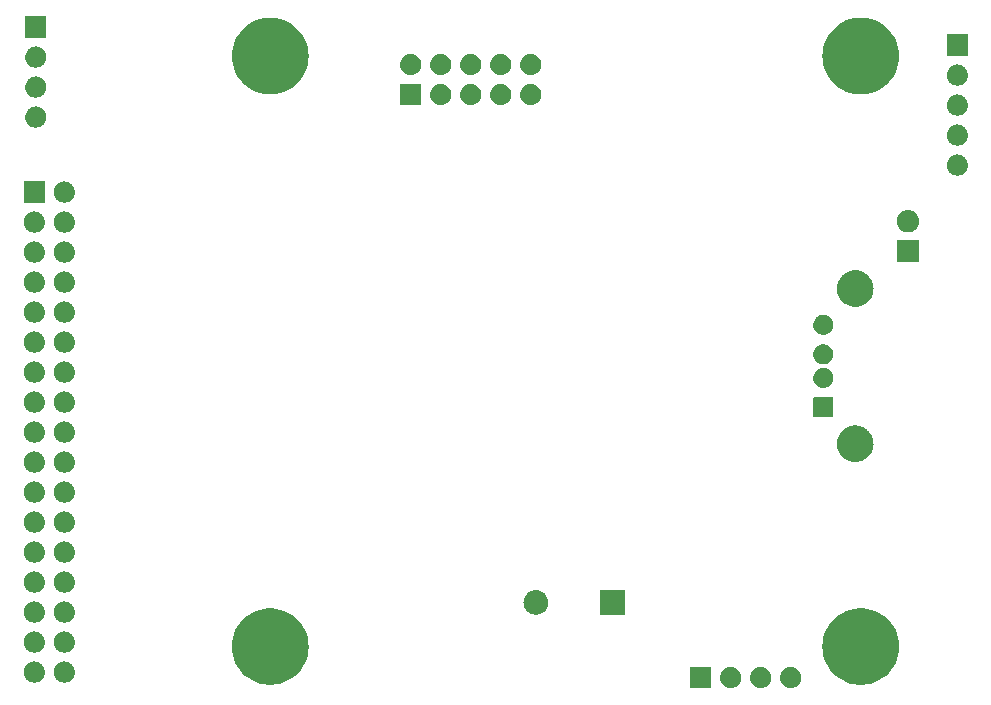
<source format=gbr>
%TF.GenerationSoftware,KiCad,Pcbnew,8.0.1*%
%TF.CreationDate,2024-04-21T20:15:05+02:00*%
%TF.ProjectId,Gotek_Floppy_Disk_Emulator_V2,476f7465-6b5f-4466-9c6f-7070795f4469,rev?*%
%TF.SameCoordinates,Original*%
%TF.FileFunction,Soldermask,Bot*%
%TF.FilePolarity,Negative*%
%FSLAX46Y46*%
G04 Gerber Fmt 4.6, Leading zero omitted, Abs format (unit mm)*
G04 Created by KiCad (PCBNEW 8.0.1) date 2024-04-21 20:15:05*
%MOMM*%
%LPD*%
G01*
G04 APERTURE LIST*
G04 APERTURE END LIST*
G36*
X149239417Y-112602882D02*
G01*
X149255962Y-112613938D01*
X149267018Y-112630483D01*
X149270900Y-112650000D01*
X149270900Y-114350000D01*
X149267018Y-114369517D01*
X149255962Y-114386062D01*
X149239417Y-114397118D01*
X149219900Y-114401000D01*
X147519900Y-114401000D01*
X147500383Y-114397118D01*
X147483838Y-114386062D01*
X147472782Y-114369517D01*
X147468900Y-114350000D01*
X147468900Y-112650000D01*
X147472782Y-112630483D01*
X147483838Y-112613938D01*
X147500383Y-112602882D01*
X147519900Y-112599000D01*
X149219900Y-112599000D01*
X149239417Y-112602882D01*
G37*
G36*
X150953883Y-112603936D02*
G01*
X151004080Y-112603936D01*
X151047424Y-112613149D01*
X151085559Y-112616905D01*
X151133466Y-112631437D01*
X151188324Y-112643098D01*
X151223430Y-112658728D01*
X151254466Y-112668143D01*
X151303784Y-112694504D01*
X151360400Y-112719711D01*
X151386722Y-112738835D01*
X151410132Y-112751348D01*
X151457888Y-112790540D01*
X151512787Y-112830427D01*
X151530611Y-112850223D01*
X151546575Y-112863324D01*
X151589472Y-112915594D01*
X151638824Y-112970405D01*
X151649192Y-112988363D01*
X151658551Y-112999767D01*
X151693173Y-113064542D01*
X151733004Y-113133530D01*
X151737585Y-113147630D01*
X151741756Y-113155433D01*
X151764752Y-113231242D01*
X151791211Y-113312672D01*
X151792142Y-113321532D01*
X151792994Y-113324340D01*
X151801284Y-113408513D01*
X151810900Y-113500000D01*
X151801283Y-113591494D01*
X151792994Y-113675659D01*
X151792142Y-113678466D01*
X151791211Y-113687328D01*
X151764748Y-113768771D01*
X151741756Y-113844566D01*
X151737586Y-113852366D01*
X151733004Y-113866470D01*
X151693166Y-113935470D01*
X151658551Y-114000232D01*
X151649194Y-114011633D01*
X151638824Y-114029595D01*
X151589463Y-114084415D01*
X151546575Y-114136675D01*
X151530614Y-114149773D01*
X151512787Y-114169573D01*
X151457877Y-114209467D01*
X151410132Y-114248651D01*
X151386727Y-114261161D01*
X151360400Y-114280289D01*
X151303773Y-114305500D01*
X151254466Y-114331856D01*
X151223437Y-114341268D01*
X151188324Y-114356902D01*
X151133455Y-114368564D01*
X151085559Y-114383094D01*
X151047432Y-114386849D01*
X151004080Y-114396064D01*
X150953873Y-114396064D01*
X150909900Y-114400395D01*
X150865927Y-114396064D01*
X150815720Y-114396064D01*
X150772367Y-114386849D01*
X150734240Y-114383094D01*
X150686341Y-114368563D01*
X150631476Y-114356902D01*
X150596364Y-114341269D01*
X150565333Y-114331856D01*
X150516020Y-114305498D01*
X150459400Y-114280289D01*
X150433075Y-114261163D01*
X150409667Y-114248651D01*
X150361913Y-114209460D01*
X150307013Y-114169573D01*
X150289187Y-114149776D01*
X150273224Y-114136675D01*
X150230325Y-114084402D01*
X150180976Y-114029595D01*
X150170608Y-114011637D01*
X150161248Y-114000232D01*
X150126619Y-113935447D01*
X150086796Y-113866470D01*
X150082215Y-113852371D01*
X150078043Y-113844566D01*
X150055036Y-113768725D01*
X150028589Y-113687328D01*
X150027658Y-113678471D01*
X150026805Y-113675659D01*
X150018500Y-113591342D01*
X150008900Y-113500000D01*
X150018499Y-113408664D01*
X150026805Y-113324340D01*
X150027658Y-113321527D01*
X150028589Y-113312672D01*
X150055032Y-113231288D01*
X150078043Y-113155433D01*
X150082215Y-113147626D01*
X150086796Y-113133530D01*
X150126612Y-113064565D01*
X150161248Y-112999767D01*
X150170610Y-112988359D01*
X150180976Y-112970405D01*
X150230316Y-112915607D01*
X150273224Y-112863324D01*
X150289191Y-112850219D01*
X150307013Y-112830427D01*
X150361902Y-112790546D01*
X150409667Y-112751348D01*
X150433080Y-112738833D01*
X150459400Y-112719711D01*
X150516009Y-112694506D01*
X150565333Y-112668143D01*
X150596371Y-112658727D01*
X150631476Y-112643098D01*
X150686330Y-112631438D01*
X150734240Y-112616905D01*
X150772376Y-112613148D01*
X150815720Y-112603936D01*
X150865916Y-112603936D01*
X150909900Y-112599604D01*
X150953883Y-112603936D01*
G37*
G36*
X153493883Y-112603936D02*
G01*
X153544080Y-112603936D01*
X153587424Y-112613149D01*
X153625559Y-112616905D01*
X153673466Y-112631437D01*
X153728324Y-112643098D01*
X153763430Y-112658728D01*
X153794466Y-112668143D01*
X153843784Y-112694504D01*
X153900400Y-112719711D01*
X153926722Y-112738835D01*
X153950132Y-112751348D01*
X153997888Y-112790540D01*
X154052787Y-112830427D01*
X154070611Y-112850223D01*
X154086575Y-112863324D01*
X154129472Y-112915594D01*
X154178824Y-112970405D01*
X154189192Y-112988363D01*
X154198551Y-112999767D01*
X154233173Y-113064542D01*
X154273004Y-113133530D01*
X154277585Y-113147630D01*
X154281756Y-113155433D01*
X154304752Y-113231242D01*
X154331211Y-113312672D01*
X154332142Y-113321532D01*
X154332994Y-113324340D01*
X154341284Y-113408513D01*
X154350900Y-113500000D01*
X154341283Y-113591494D01*
X154332994Y-113675659D01*
X154332142Y-113678466D01*
X154331211Y-113687328D01*
X154304748Y-113768771D01*
X154281756Y-113844566D01*
X154277586Y-113852366D01*
X154273004Y-113866470D01*
X154233166Y-113935470D01*
X154198551Y-114000232D01*
X154189194Y-114011633D01*
X154178824Y-114029595D01*
X154129463Y-114084415D01*
X154086575Y-114136675D01*
X154070614Y-114149773D01*
X154052787Y-114169573D01*
X153997877Y-114209467D01*
X153950132Y-114248651D01*
X153926727Y-114261161D01*
X153900400Y-114280289D01*
X153843773Y-114305500D01*
X153794466Y-114331856D01*
X153763437Y-114341268D01*
X153728324Y-114356902D01*
X153673455Y-114368564D01*
X153625559Y-114383094D01*
X153587432Y-114386849D01*
X153544080Y-114396064D01*
X153493873Y-114396064D01*
X153449900Y-114400395D01*
X153405927Y-114396064D01*
X153355720Y-114396064D01*
X153312367Y-114386849D01*
X153274240Y-114383094D01*
X153226341Y-114368563D01*
X153171476Y-114356902D01*
X153136364Y-114341269D01*
X153105333Y-114331856D01*
X153056020Y-114305498D01*
X152999400Y-114280289D01*
X152973075Y-114261163D01*
X152949667Y-114248651D01*
X152901913Y-114209460D01*
X152847013Y-114169573D01*
X152829187Y-114149776D01*
X152813224Y-114136675D01*
X152770325Y-114084402D01*
X152720976Y-114029595D01*
X152710608Y-114011637D01*
X152701248Y-114000232D01*
X152666619Y-113935447D01*
X152626796Y-113866470D01*
X152622215Y-113852371D01*
X152618043Y-113844566D01*
X152595036Y-113768725D01*
X152568589Y-113687328D01*
X152567658Y-113678471D01*
X152566805Y-113675659D01*
X152558500Y-113591342D01*
X152548900Y-113500000D01*
X152558499Y-113408664D01*
X152566805Y-113324340D01*
X152567658Y-113321527D01*
X152568589Y-113312672D01*
X152595032Y-113231288D01*
X152618043Y-113155433D01*
X152622215Y-113147626D01*
X152626796Y-113133530D01*
X152666612Y-113064565D01*
X152701248Y-112999767D01*
X152710610Y-112988359D01*
X152720976Y-112970405D01*
X152770316Y-112915607D01*
X152813224Y-112863324D01*
X152829191Y-112850219D01*
X152847013Y-112830427D01*
X152901902Y-112790546D01*
X152949667Y-112751348D01*
X152973080Y-112738833D01*
X152999400Y-112719711D01*
X153056009Y-112694506D01*
X153105333Y-112668143D01*
X153136371Y-112658727D01*
X153171476Y-112643098D01*
X153226330Y-112631438D01*
X153274240Y-112616905D01*
X153312376Y-112613148D01*
X153355720Y-112603936D01*
X153405916Y-112603936D01*
X153449900Y-112599604D01*
X153493883Y-112603936D01*
G37*
G36*
X156033883Y-112603936D02*
G01*
X156084080Y-112603936D01*
X156127424Y-112613149D01*
X156165559Y-112616905D01*
X156213466Y-112631437D01*
X156268324Y-112643098D01*
X156303430Y-112658728D01*
X156334466Y-112668143D01*
X156383784Y-112694504D01*
X156440400Y-112719711D01*
X156466722Y-112738835D01*
X156490132Y-112751348D01*
X156537888Y-112790540D01*
X156592787Y-112830427D01*
X156610611Y-112850223D01*
X156626575Y-112863324D01*
X156669472Y-112915594D01*
X156718824Y-112970405D01*
X156729192Y-112988363D01*
X156738551Y-112999767D01*
X156773173Y-113064542D01*
X156813004Y-113133530D01*
X156817585Y-113147630D01*
X156821756Y-113155433D01*
X156844752Y-113231242D01*
X156871211Y-113312672D01*
X156872142Y-113321532D01*
X156872994Y-113324340D01*
X156881284Y-113408513D01*
X156890900Y-113500000D01*
X156881283Y-113591494D01*
X156872994Y-113675659D01*
X156872142Y-113678466D01*
X156871211Y-113687328D01*
X156844748Y-113768771D01*
X156821756Y-113844566D01*
X156817586Y-113852366D01*
X156813004Y-113866470D01*
X156773166Y-113935470D01*
X156738551Y-114000232D01*
X156729194Y-114011633D01*
X156718824Y-114029595D01*
X156669463Y-114084415D01*
X156626575Y-114136675D01*
X156610614Y-114149773D01*
X156592787Y-114169573D01*
X156537877Y-114209467D01*
X156490132Y-114248651D01*
X156466727Y-114261161D01*
X156440400Y-114280289D01*
X156383773Y-114305500D01*
X156334466Y-114331856D01*
X156303437Y-114341268D01*
X156268324Y-114356902D01*
X156213455Y-114368564D01*
X156165559Y-114383094D01*
X156127432Y-114386849D01*
X156084080Y-114396064D01*
X156033873Y-114396064D01*
X155989900Y-114400395D01*
X155945927Y-114396064D01*
X155895720Y-114396064D01*
X155852367Y-114386849D01*
X155814240Y-114383094D01*
X155766341Y-114368563D01*
X155711476Y-114356902D01*
X155676364Y-114341269D01*
X155645333Y-114331856D01*
X155596020Y-114305498D01*
X155539400Y-114280289D01*
X155513075Y-114261163D01*
X155489667Y-114248651D01*
X155441913Y-114209460D01*
X155387013Y-114169573D01*
X155369187Y-114149776D01*
X155353224Y-114136675D01*
X155310325Y-114084402D01*
X155260976Y-114029595D01*
X155250608Y-114011637D01*
X155241248Y-114000232D01*
X155206619Y-113935447D01*
X155166796Y-113866470D01*
X155162215Y-113852371D01*
X155158043Y-113844566D01*
X155135036Y-113768725D01*
X155108589Y-113687328D01*
X155107658Y-113678471D01*
X155106805Y-113675659D01*
X155098500Y-113591342D01*
X155088900Y-113500000D01*
X155098499Y-113408664D01*
X155106805Y-113324340D01*
X155107658Y-113321527D01*
X155108589Y-113312672D01*
X155135032Y-113231288D01*
X155158043Y-113155433D01*
X155162215Y-113147626D01*
X155166796Y-113133530D01*
X155206612Y-113064565D01*
X155241248Y-112999767D01*
X155250610Y-112988359D01*
X155260976Y-112970405D01*
X155310316Y-112915607D01*
X155353224Y-112863324D01*
X155369191Y-112850219D01*
X155387013Y-112830427D01*
X155441902Y-112790546D01*
X155489667Y-112751348D01*
X155513080Y-112738833D01*
X155539400Y-112719711D01*
X155596009Y-112694506D01*
X155645333Y-112668143D01*
X155676371Y-112658727D01*
X155711476Y-112643098D01*
X155766330Y-112631438D01*
X155814240Y-112616905D01*
X155852376Y-112613148D01*
X155895720Y-112603936D01*
X155945916Y-112603936D01*
X155989900Y-112599604D01*
X156033883Y-112603936D01*
G37*
G36*
X112445853Y-107666627D02*
G01*
X112789635Y-107742299D01*
X113123219Y-107854697D01*
X113442696Y-108002502D01*
X113744319Y-108183983D01*
X114024553Y-108397011D01*
X114280111Y-108639089D01*
X114507999Y-108907379D01*
X114705543Y-109198734D01*
X114870428Y-109509741D01*
X115000720Y-109836751D01*
X115094893Y-110175931D01*
X115151842Y-110523305D01*
X115170900Y-110874800D01*
X115151842Y-111226295D01*
X115094893Y-111573669D01*
X115000720Y-111912849D01*
X114870428Y-112239859D01*
X114705543Y-112550866D01*
X114507999Y-112842221D01*
X114280111Y-113110511D01*
X114024553Y-113352589D01*
X113744319Y-113565617D01*
X113442696Y-113747098D01*
X113123219Y-113894903D01*
X112789635Y-114007301D01*
X112445853Y-114082973D01*
X112095906Y-114121032D01*
X111743894Y-114121032D01*
X111393947Y-114082973D01*
X111050165Y-114007301D01*
X110716581Y-113894903D01*
X110397104Y-113747098D01*
X110095481Y-113565617D01*
X109815247Y-113352589D01*
X109559689Y-113110511D01*
X109331801Y-112842221D01*
X109134257Y-112550866D01*
X108969372Y-112239859D01*
X108839080Y-111912849D01*
X108744907Y-111573669D01*
X108687958Y-111226295D01*
X108668900Y-110874800D01*
X108687958Y-110523305D01*
X108744907Y-110175931D01*
X108839080Y-109836751D01*
X108969372Y-109509741D01*
X109134257Y-109198734D01*
X109331801Y-108907379D01*
X109559689Y-108639089D01*
X109815247Y-108397011D01*
X110095481Y-108183983D01*
X110397104Y-108002502D01*
X110716581Y-107854697D01*
X111050165Y-107742299D01*
X111393947Y-107666627D01*
X111743894Y-107628568D01*
X112095906Y-107628568D01*
X112445853Y-107666627D01*
G37*
G36*
X162445853Y-107666627D02*
G01*
X162789635Y-107742299D01*
X163123219Y-107854697D01*
X163442696Y-108002502D01*
X163744319Y-108183983D01*
X164024553Y-108397011D01*
X164280111Y-108639089D01*
X164507999Y-108907379D01*
X164705543Y-109198734D01*
X164870428Y-109509741D01*
X165000720Y-109836751D01*
X165094893Y-110175931D01*
X165151842Y-110523305D01*
X165170900Y-110874800D01*
X165151842Y-111226295D01*
X165094893Y-111573669D01*
X165000720Y-111912849D01*
X164870428Y-112239859D01*
X164705543Y-112550866D01*
X164507999Y-112842221D01*
X164280111Y-113110511D01*
X164024553Y-113352589D01*
X163744319Y-113565617D01*
X163442696Y-113747098D01*
X163123219Y-113894903D01*
X162789635Y-114007301D01*
X162445853Y-114082973D01*
X162095906Y-114121032D01*
X161743894Y-114121032D01*
X161393947Y-114082973D01*
X161050165Y-114007301D01*
X160716581Y-113894903D01*
X160397104Y-113747098D01*
X160095481Y-113565617D01*
X159815247Y-113352589D01*
X159559689Y-113110511D01*
X159331801Y-112842221D01*
X159134257Y-112550866D01*
X158969372Y-112239859D01*
X158839080Y-111912849D01*
X158744907Y-111573669D01*
X158687958Y-111226295D01*
X158668900Y-110874800D01*
X158687958Y-110523305D01*
X158744907Y-110175931D01*
X158839080Y-109836751D01*
X158969372Y-109509741D01*
X159134257Y-109198734D01*
X159331801Y-108907379D01*
X159559689Y-108639089D01*
X159815247Y-108397011D01*
X160095481Y-108183983D01*
X160397104Y-108002502D01*
X160716581Y-107854697D01*
X161050165Y-107742299D01*
X161393947Y-107666627D01*
X161743894Y-107628568D01*
X162095906Y-107628568D01*
X162445853Y-107666627D01*
G37*
G36*
X91991983Y-112133936D02*
G01*
X92042180Y-112133936D01*
X92085524Y-112143149D01*
X92123659Y-112146905D01*
X92171566Y-112161437D01*
X92226424Y-112173098D01*
X92261530Y-112188728D01*
X92292566Y-112198143D01*
X92341884Y-112224504D01*
X92398500Y-112249711D01*
X92424822Y-112268835D01*
X92448232Y-112281348D01*
X92495988Y-112320540D01*
X92550887Y-112360427D01*
X92568711Y-112380223D01*
X92584675Y-112393324D01*
X92627572Y-112445594D01*
X92676924Y-112500405D01*
X92687292Y-112518363D01*
X92696651Y-112529767D01*
X92731273Y-112594542D01*
X92771104Y-112663530D01*
X92775685Y-112677630D01*
X92779856Y-112685433D01*
X92802852Y-112761242D01*
X92829311Y-112842672D01*
X92830242Y-112851532D01*
X92831094Y-112854340D01*
X92839384Y-112938513D01*
X92849000Y-113030000D01*
X92839383Y-113121494D01*
X92831094Y-113205659D01*
X92830242Y-113208466D01*
X92829311Y-113217328D01*
X92802848Y-113298771D01*
X92779856Y-113374566D01*
X92775686Y-113382366D01*
X92771104Y-113396470D01*
X92731266Y-113465470D01*
X92696651Y-113530232D01*
X92687294Y-113541633D01*
X92676924Y-113559595D01*
X92627563Y-113614415D01*
X92584675Y-113666675D01*
X92568714Y-113679773D01*
X92550887Y-113699573D01*
X92495977Y-113739467D01*
X92448232Y-113778651D01*
X92424827Y-113791161D01*
X92398500Y-113810289D01*
X92341873Y-113835500D01*
X92292566Y-113861856D01*
X92261537Y-113871268D01*
X92226424Y-113886902D01*
X92171555Y-113898564D01*
X92123659Y-113913094D01*
X92085532Y-113916849D01*
X92042180Y-113926064D01*
X91991973Y-113926064D01*
X91948000Y-113930395D01*
X91904027Y-113926064D01*
X91853820Y-113926064D01*
X91810467Y-113916849D01*
X91772340Y-113913094D01*
X91724441Y-113898563D01*
X91669576Y-113886902D01*
X91634464Y-113871269D01*
X91603433Y-113861856D01*
X91554120Y-113835498D01*
X91497500Y-113810289D01*
X91471175Y-113791163D01*
X91447767Y-113778651D01*
X91400013Y-113739460D01*
X91345113Y-113699573D01*
X91327287Y-113679776D01*
X91311324Y-113666675D01*
X91268425Y-113614402D01*
X91219076Y-113559595D01*
X91208708Y-113541637D01*
X91199348Y-113530232D01*
X91164719Y-113465447D01*
X91124896Y-113396470D01*
X91120315Y-113382371D01*
X91116143Y-113374566D01*
X91093136Y-113298725D01*
X91066689Y-113217328D01*
X91065758Y-113208471D01*
X91064905Y-113205659D01*
X91056600Y-113121342D01*
X91047000Y-113030000D01*
X91056599Y-112938664D01*
X91064905Y-112854340D01*
X91065758Y-112851527D01*
X91066689Y-112842672D01*
X91093132Y-112761288D01*
X91116143Y-112685433D01*
X91120315Y-112677626D01*
X91124896Y-112663530D01*
X91164712Y-112594565D01*
X91199348Y-112529767D01*
X91208710Y-112518359D01*
X91219076Y-112500405D01*
X91268416Y-112445607D01*
X91311324Y-112393324D01*
X91327291Y-112380219D01*
X91345113Y-112360427D01*
X91400002Y-112320546D01*
X91447767Y-112281348D01*
X91471180Y-112268833D01*
X91497500Y-112249711D01*
X91554109Y-112224506D01*
X91603433Y-112198143D01*
X91634471Y-112188727D01*
X91669576Y-112173098D01*
X91724430Y-112161438D01*
X91772340Y-112146905D01*
X91810476Y-112143148D01*
X91853820Y-112133936D01*
X91904016Y-112133936D01*
X91948000Y-112129604D01*
X91991983Y-112133936D01*
G37*
G36*
X94531983Y-112133936D02*
G01*
X94582180Y-112133936D01*
X94625524Y-112143149D01*
X94663659Y-112146905D01*
X94711566Y-112161437D01*
X94766424Y-112173098D01*
X94801530Y-112188728D01*
X94832566Y-112198143D01*
X94881884Y-112224504D01*
X94938500Y-112249711D01*
X94964822Y-112268835D01*
X94988232Y-112281348D01*
X95035988Y-112320540D01*
X95090887Y-112360427D01*
X95108711Y-112380223D01*
X95124675Y-112393324D01*
X95167572Y-112445594D01*
X95216924Y-112500405D01*
X95227292Y-112518363D01*
X95236651Y-112529767D01*
X95271273Y-112594542D01*
X95311104Y-112663530D01*
X95315685Y-112677630D01*
X95319856Y-112685433D01*
X95342852Y-112761242D01*
X95369311Y-112842672D01*
X95370242Y-112851532D01*
X95371094Y-112854340D01*
X95379384Y-112938513D01*
X95389000Y-113030000D01*
X95379383Y-113121494D01*
X95371094Y-113205659D01*
X95370242Y-113208466D01*
X95369311Y-113217328D01*
X95342848Y-113298771D01*
X95319856Y-113374566D01*
X95315686Y-113382366D01*
X95311104Y-113396470D01*
X95271266Y-113465470D01*
X95236651Y-113530232D01*
X95227294Y-113541633D01*
X95216924Y-113559595D01*
X95167563Y-113614415D01*
X95124675Y-113666675D01*
X95108714Y-113679773D01*
X95090887Y-113699573D01*
X95035977Y-113739467D01*
X94988232Y-113778651D01*
X94964827Y-113791161D01*
X94938500Y-113810289D01*
X94881873Y-113835500D01*
X94832566Y-113861856D01*
X94801537Y-113871268D01*
X94766424Y-113886902D01*
X94711555Y-113898564D01*
X94663659Y-113913094D01*
X94625532Y-113916849D01*
X94582180Y-113926064D01*
X94531973Y-113926064D01*
X94488000Y-113930395D01*
X94444027Y-113926064D01*
X94393820Y-113926064D01*
X94350467Y-113916849D01*
X94312340Y-113913094D01*
X94264441Y-113898563D01*
X94209576Y-113886902D01*
X94174464Y-113871269D01*
X94143433Y-113861856D01*
X94094120Y-113835498D01*
X94037500Y-113810289D01*
X94011175Y-113791163D01*
X93987767Y-113778651D01*
X93940013Y-113739460D01*
X93885113Y-113699573D01*
X93867287Y-113679776D01*
X93851324Y-113666675D01*
X93808425Y-113614402D01*
X93759076Y-113559595D01*
X93748708Y-113541637D01*
X93739348Y-113530232D01*
X93704719Y-113465447D01*
X93664896Y-113396470D01*
X93660315Y-113382371D01*
X93656143Y-113374566D01*
X93633136Y-113298725D01*
X93606689Y-113217328D01*
X93605758Y-113208471D01*
X93604905Y-113205659D01*
X93596600Y-113121342D01*
X93587000Y-113030000D01*
X93596599Y-112938664D01*
X93604905Y-112854340D01*
X93605758Y-112851527D01*
X93606689Y-112842672D01*
X93633132Y-112761288D01*
X93656143Y-112685433D01*
X93660315Y-112677626D01*
X93664896Y-112663530D01*
X93704712Y-112594565D01*
X93739348Y-112529767D01*
X93748710Y-112518359D01*
X93759076Y-112500405D01*
X93808416Y-112445607D01*
X93851324Y-112393324D01*
X93867291Y-112380219D01*
X93885113Y-112360427D01*
X93940002Y-112320546D01*
X93987767Y-112281348D01*
X94011180Y-112268833D01*
X94037500Y-112249711D01*
X94094109Y-112224506D01*
X94143433Y-112198143D01*
X94174471Y-112188727D01*
X94209576Y-112173098D01*
X94264430Y-112161438D01*
X94312340Y-112146905D01*
X94350476Y-112143148D01*
X94393820Y-112133936D01*
X94444016Y-112133936D01*
X94488000Y-112129604D01*
X94531983Y-112133936D01*
G37*
G36*
X91991983Y-109593936D02*
G01*
X92042180Y-109593936D01*
X92085524Y-109603149D01*
X92123659Y-109606905D01*
X92171566Y-109621437D01*
X92226424Y-109633098D01*
X92261530Y-109648728D01*
X92292566Y-109658143D01*
X92341884Y-109684504D01*
X92398500Y-109709711D01*
X92424822Y-109728835D01*
X92448232Y-109741348D01*
X92495988Y-109780540D01*
X92550887Y-109820427D01*
X92568711Y-109840223D01*
X92584675Y-109853324D01*
X92627572Y-109905594D01*
X92676924Y-109960405D01*
X92687292Y-109978363D01*
X92696651Y-109989767D01*
X92731273Y-110054542D01*
X92771104Y-110123530D01*
X92775685Y-110137630D01*
X92779856Y-110145433D01*
X92802852Y-110221242D01*
X92829311Y-110302672D01*
X92830242Y-110311532D01*
X92831094Y-110314340D01*
X92839384Y-110398513D01*
X92849000Y-110490000D01*
X92839383Y-110581494D01*
X92831094Y-110665659D01*
X92830242Y-110668466D01*
X92829311Y-110677328D01*
X92802848Y-110758771D01*
X92779856Y-110834566D01*
X92775686Y-110842366D01*
X92771104Y-110856470D01*
X92731266Y-110925470D01*
X92696651Y-110990232D01*
X92687294Y-111001633D01*
X92676924Y-111019595D01*
X92627563Y-111074415D01*
X92584675Y-111126675D01*
X92568714Y-111139773D01*
X92550887Y-111159573D01*
X92495977Y-111199467D01*
X92448232Y-111238651D01*
X92424827Y-111251161D01*
X92398500Y-111270289D01*
X92341873Y-111295500D01*
X92292566Y-111321856D01*
X92261537Y-111331268D01*
X92226424Y-111346902D01*
X92171555Y-111358564D01*
X92123659Y-111373094D01*
X92085532Y-111376849D01*
X92042180Y-111386064D01*
X91991973Y-111386064D01*
X91948000Y-111390395D01*
X91904027Y-111386064D01*
X91853820Y-111386064D01*
X91810467Y-111376849D01*
X91772340Y-111373094D01*
X91724441Y-111358563D01*
X91669576Y-111346902D01*
X91634464Y-111331269D01*
X91603433Y-111321856D01*
X91554120Y-111295498D01*
X91497500Y-111270289D01*
X91471175Y-111251163D01*
X91447767Y-111238651D01*
X91400013Y-111199460D01*
X91345113Y-111159573D01*
X91327287Y-111139776D01*
X91311324Y-111126675D01*
X91268425Y-111074402D01*
X91219076Y-111019595D01*
X91208708Y-111001637D01*
X91199348Y-110990232D01*
X91164719Y-110925447D01*
X91124896Y-110856470D01*
X91120315Y-110842371D01*
X91116143Y-110834566D01*
X91093136Y-110758725D01*
X91066689Y-110677328D01*
X91065758Y-110668471D01*
X91064905Y-110665659D01*
X91056600Y-110581342D01*
X91047000Y-110490000D01*
X91056599Y-110398664D01*
X91064905Y-110314340D01*
X91065758Y-110311527D01*
X91066689Y-110302672D01*
X91093132Y-110221288D01*
X91116143Y-110145433D01*
X91120315Y-110137626D01*
X91124896Y-110123530D01*
X91164712Y-110054565D01*
X91199348Y-109989767D01*
X91208710Y-109978359D01*
X91219076Y-109960405D01*
X91268416Y-109905607D01*
X91311324Y-109853324D01*
X91327291Y-109840219D01*
X91345113Y-109820427D01*
X91400002Y-109780546D01*
X91447767Y-109741348D01*
X91471180Y-109728833D01*
X91497500Y-109709711D01*
X91554109Y-109684506D01*
X91603433Y-109658143D01*
X91634471Y-109648727D01*
X91669576Y-109633098D01*
X91724430Y-109621438D01*
X91772340Y-109606905D01*
X91810476Y-109603148D01*
X91853820Y-109593936D01*
X91904016Y-109593936D01*
X91948000Y-109589604D01*
X91991983Y-109593936D01*
G37*
G36*
X94531983Y-109593936D02*
G01*
X94582180Y-109593936D01*
X94625524Y-109603149D01*
X94663659Y-109606905D01*
X94711566Y-109621437D01*
X94766424Y-109633098D01*
X94801530Y-109648728D01*
X94832566Y-109658143D01*
X94881884Y-109684504D01*
X94938500Y-109709711D01*
X94964822Y-109728835D01*
X94988232Y-109741348D01*
X95035988Y-109780540D01*
X95090887Y-109820427D01*
X95108711Y-109840223D01*
X95124675Y-109853324D01*
X95167572Y-109905594D01*
X95216924Y-109960405D01*
X95227292Y-109978363D01*
X95236651Y-109989767D01*
X95271273Y-110054542D01*
X95311104Y-110123530D01*
X95315685Y-110137630D01*
X95319856Y-110145433D01*
X95342852Y-110221242D01*
X95369311Y-110302672D01*
X95370242Y-110311532D01*
X95371094Y-110314340D01*
X95379384Y-110398513D01*
X95389000Y-110490000D01*
X95379383Y-110581494D01*
X95371094Y-110665659D01*
X95370242Y-110668466D01*
X95369311Y-110677328D01*
X95342848Y-110758771D01*
X95319856Y-110834566D01*
X95315686Y-110842366D01*
X95311104Y-110856470D01*
X95271266Y-110925470D01*
X95236651Y-110990232D01*
X95227294Y-111001633D01*
X95216924Y-111019595D01*
X95167563Y-111074415D01*
X95124675Y-111126675D01*
X95108714Y-111139773D01*
X95090887Y-111159573D01*
X95035977Y-111199467D01*
X94988232Y-111238651D01*
X94964827Y-111251161D01*
X94938500Y-111270289D01*
X94881873Y-111295500D01*
X94832566Y-111321856D01*
X94801537Y-111331268D01*
X94766424Y-111346902D01*
X94711555Y-111358564D01*
X94663659Y-111373094D01*
X94625532Y-111376849D01*
X94582180Y-111386064D01*
X94531973Y-111386064D01*
X94488000Y-111390395D01*
X94444027Y-111386064D01*
X94393820Y-111386064D01*
X94350467Y-111376849D01*
X94312340Y-111373094D01*
X94264441Y-111358563D01*
X94209576Y-111346902D01*
X94174464Y-111331269D01*
X94143433Y-111321856D01*
X94094120Y-111295498D01*
X94037500Y-111270289D01*
X94011175Y-111251163D01*
X93987767Y-111238651D01*
X93940013Y-111199460D01*
X93885113Y-111159573D01*
X93867287Y-111139776D01*
X93851324Y-111126675D01*
X93808425Y-111074402D01*
X93759076Y-111019595D01*
X93748708Y-111001637D01*
X93739348Y-110990232D01*
X93704719Y-110925447D01*
X93664896Y-110856470D01*
X93660315Y-110842371D01*
X93656143Y-110834566D01*
X93633136Y-110758725D01*
X93606689Y-110677328D01*
X93605758Y-110668471D01*
X93604905Y-110665659D01*
X93596600Y-110581342D01*
X93587000Y-110490000D01*
X93596599Y-110398664D01*
X93604905Y-110314340D01*
X93605758Y-110311527D01*
X93606689Y-110302672D01*
X93633132Y-110221288D01*
X93656143Y-110145433D01*
X93660315Y-110137626D01*
X93664896Y-110123530D01*
X93704712Y-110054565D01*
X93739348Y-109989767D01*
X93748710Y-109978359D01*
X93759076Y-109960405D01*
X93808416Y-109905607D01*
X93851324Y-109853324D01*
X93867291Y-109840219D01*
X93885113Y-109820427D01*
X93940002Y-109780546D01*
X93987767Y-109741348D01*
X94011180Y-109728833D01*
X94037500Y-109709711D01*
X94094109Y-109684506D01*
X94143433Y-109658143D01*
X94174471Y-109648727D01*
X94209576Y-109633098D01*
X94264430Y-109621438D01*
X94312340Y-109606905D01*
X94350476Y-109603148D01*
X94393820Y-109593936D01*
X94444016Y-109593936D01*
X94488000Y-109589604D01*
X94531983Y-109593936D01*
G37*
G36*
X91991983Y-107053936D02*
G01*
X92042180Y-107053936D01*
X92085524Y-107063149D01*
X92123659Y-107066905D01*
X92171566Y-107081437D01*
X92226424Y-107093098D01*
X92261530Y-107108728D01*
X92292566Y-107118143D01*
X92341884Y-107144504D01*
X92398500Y-107169711D01*
X92424822Y-107188835D01*
X92448232Y-107201348D01*
X92495988Y-107240540D01*
X92550887Y-107280427D01*
X92568711Y-107300223D01*
X92584675Y-107313324D01*
X92627572Y-107365594D01*
X92676924Y-107420405D01*
X92687292Y-107438363D01*
X92696651Y-107449767D01*
X92731273Y-107514542D01*
X92771104Y-107583530D01*
X92775685Y-107597630D01*
X92779856Y-107605433D01*
X92802852Y-107681242D01*
X92829311Y-107762672D01*
X92830242Y-107771532D01*
X92831094Y-107774340D01*
X92839384Y-107858513D01*
X92849000Y-107950000D01*
X92839383Y-108041494D01*
X92831094Y-108125659D01*
X92830242Y-108128466D01*
X92829311Y-108137328D01*
X92802848Y-108218771D01*
X92779856Y-108294566D01*
X92775686Y-108302366D01*
X92771104Y-108316470D01*
X92731266Y-108385470D01*
X92696651Y-108450232D01*
X92687294Y-108461633D01*
X92676924Y-108479595D01*
X92627563Y-108534415D01*
X92584675Y-108586675D01*
X92568714Y-108599773D01*
X92550887Y-108619573D01*
X92495977Y-108659467D01*
X92448232Y-108698651D01*
X92424827Y-108711161D01*
X92398500Y-108730289D01*
X92341873Y-108755500D01*
X92292566Y-108781856D01*
X92261537Y-108791268D01*
X92226424Y-108806902D01*
X92171555Y-108818564D01*
X92123659Y-108833094D01*
X92085532Y-108836849D01*
X92042180Y-108846064D01*
X91991973Y-108846064D01*
X91948000Y-108850395D01*
X91904027Y-108846064D01*
X91853820Y-108846064D01*
X91810467Y-108836849D01*
X91772340Y-108833094D01*
X91724441Y-108818563D01*
X91669576Y-108806902D01*
X91634464Y-108791269D01*
X91603433Y-108781856D01*
X91554120Y-108755498D01*
X91497500Y-108730289D01*
X91471175Y-108711163D01*
X91447767Y-108698651D01*
X91400013Y-108659460D01*
X91345113Y-108619573D01*
X91327287Y-108599776D01*
X91311324Y-108586675D01*
X91268425Y-108534402D01*
X91219076Y-108479595D01*
X91208708Y-108461637D01*
X91199348Y-108450232D01*
X91164719Y-108385447D01*
X91124896Y-108316470D01*
X91120315Y-108302371D01*
X91116143Y-108294566D01*
X91093136Y-108218725D01*
X91066689Y-108137328D01*
X91065758Y-108128471D01*
X91064905Y-108125659D01*
X91056600Y-108041342D01*
X91047000Y-107950000D01*
X91056599Y-107858664D01*
X91064905Y-107774340D01*
X91065758Y-107771527D01*
X91066689Y-107762672D01*
X91093132Y-107681288D01*
X91116143Y-107605433D01*
X91120315Y-107597626D01*
X91124896Y-107583530D01*
X91164712Y-107514565D01*
X91199348Y-107449767D01*
X91208710Y-107438359D01*
X91219076Y-107420405D01*
X91268416Y-107365607D01*
X91311324Y-107313324D01*
X91327291Y-107300219D01*
X91345113Y-107280427D01*
X91400002Y-107240546D01*
X91447767Y-107201348D01*
X91471180Y-107188833D01*
X91497500Y-107169711D01*
X91554109Y-107144506D01*
X91603433Y-107118143D01*
X91634471Y-107108727D01*
X91669576Y-107093098D01*
X91724430Y-107081438D01*
X91772340Y-107066905D01*
X91810476Y-107063148D01*
X91853820Y-107053936D01*
X91904016Y-107053936D01*
X91948000Y-107049604D01*
X91991983Y-107053936D01*
G37*
G36*
X94531983Y-107053936D02*
G01*
X94582180Y-107053936D01*
X94625524Y-107063149D01*
X94663659Y-107066905D01*
X94711566Y-107081437D01*
X94766424Y-107093098D01*
X94801530Y-107108728D01*
X94832566Y-107118143D01*
X94881884Y-107144504D01*
X94938500Y-107169711D01*
X94964822Y-107188835D01*
X94988232Y-107201348D01*
X95035988Y-107240540D01*
X95090887Y-107280427D01*
X95108711Y-107300223D01*
X95124675Y-107313324D01*
X95167572Y-107365594D01*
X95216924Y-107420405D01*
X95227292Y-107438363D01*
X95236651Y-107449767D01*
X95271273Y-107514542D01*
X95311104Y-107583530D01*
X95315685Y-107597630D01*
X95319856Y-107605433D01*
X95342852Y-107681242D01*
X95369311Y-107762672D01*
X95370242Y-107771532D01*
X95371094Y-107774340D01*
X95379384Y-107858513D01*
X95389000Y-107950000D01*
X95379383Y-108041494D01*
X95371094Y-108125659D01*
X95370242Y-108128466D01*
X95369311Y-108137328D01*
X95342848Y-108218771D01*
X95319856Y-108294566D01*
X95315686Y-108302366D01*
X95311104Y-108316470D01*
X95271266Y-108385470D01*
X95236651Y-108450232D01*
X95227294Y-108461633D01*
X95216924Y-108479595D01*
X95167563Y-108534415D01*
X95124675Y-108586675D01*
X95108714Y-108599773D01*
X95090887Y-108619573D01*
X95035977Y-108659467D01*
X94988232Y-108698651D01*
X94964827Y-108711161D01*
X94938500Y-108730289D01*
X94881873Y-108755500D01*
X94832566Y-108781856D01*
X94801537Y-108791268D01*
X94766424Y-108806902D01*
X94711555Y-108818564D01*
X94663659Y-108833094D01*
X94625532Y-108836849D01*
X94582180Y-108846064D01*
X94531973Y-108846064D01*
X94488000Y-108850395D01*
X94444027Y-108846064D01*
X94393820Y-108846064D01*
X94350467Y-108836849D01*
X94312340Y-108833094D01*
X94264441Y-108818563D01*
X94209576Y-108806902D01*
X94174464Y-108791269D01*
X94143433Y-108781856D01*
X94094120Y-108755498D01*
X94037500Y-108730289D01*
X94011175Y-108711163D01*
X93987767Y-108698651D01*
X93940013Y-108659460D01*
X93885113Y-108619573D01*
X93867287Y-108599776D01*
X93851324Y-108586675D01*
X93808425Y-108534402D01*
X93759076Y-108479595D01*
X93748708Y-108461637D01*
X93739348Y-108450232D01*
X93704719Y-108385447D01*
X93664896Y-108316470D01*
X93660315Y-108302371D01*
X93656143Y-108294566D01*
X93633136Y-108218725D01*
X93606689Y-108137328D01*
X93605758Y-108128471D01*
X93604905Y-108125659D01*
X93596600Y-108041342D01*
X93587000Y-107950000D01*
X93596599Y-107858664D01*
X93604905Y-107774340D01*
X93605758Y-107771527D01*
X93606689Y-107762672D01*
X93633132Y-107681288D01*
X93656143Y-107605433D01*
X93660315Y-107597626D01*
X93664896Y-107583530D01*
X93704712Y-107514565D01*
X93739348Y-107449767D01*
X93748710Y-107438359D01*
X93759076Y-107420405D01*
X93808416Y-107365607D01*
X93851324Y-107313324D01*
X93867291Y-107300219D01*
X93885113Y-107280427D01*
X93940002Y-107240546D01*
X93987767Y-107201348D01*
X94011180Y-107188833D01*
X94037500Y-107169711D01*
X94094109Y-107144506D01*
X94143433Y-107118143D01*
X94174471Y-107108727D01*
X94209576Y-107093098D01*
X94264430Y-107081438D01*
X94312340Y-107066905D01*
X94350476Y-107063148D01*
X94393820Y-107053936D01*
X94444016Y-107053936D01*
X94488000Y-107049604D01*
X94531983Y-107053936D01*
G37*
G36*
X134470838Y-106078817D02*
G01*
X134516823Y-106078817D01*
X134568039Y-106088390D01*
X134624940Y-106093995D01*
X134668161Y-106107106D01*
X134707374Y-106114436D01*
X134761685Y-106135476D01*
X134822100Y-106153803D01*
X134856620Y-106172254D01*
X134888132Y-106184462D01*
X134942877Y-106218359D01*
X135003804Y-106250925D01*
X135029406Y-106271936D01*
X135052948Y-106286513D01*
X135105112Y-106334067D01*
X135163069Y-106381631D01*
X135180242Y-106402557D01*
X135196201Y-106417105D01*
X135242529Y-106478453D01*
X135293775Y-106540896D01*
X135303683Y-106559434D01*
X135313022Y-106571800D01*
X135350174Y-106646413D01*
X135390897Y-106722600D01*
X135395240Y-106736917D01*
X135399428Y-106745328D01*
X135424167Y-106832276D01*
X135450705Y-106919760D01*
X135451576Y-106928611D01*
X135452477Y-106931775D01*
X135461838Y-107032802D01*
X135470900Y-107124800D01*
X135461838Y-107216805D01*
X135452477Y-107317824D01*
X135451576Y-107320987D01*
X135450705Y-107329840D01*
X135424162Y-107417338D01*
X135399428Y-107504271D01*
X135395241Y-107512679D01*
X135390897Y-107527000D01*
X135350167Y-107603199D01*
X135313022Y-107677799D01*
X135303685Y-107690162D01*
X135293775Y-107708704D01*
X135242520Y-107771157D01*
X135196201Y-107832494D01*
X135180245Y-107847038D01*
X135163069Y-107867969D01*
X135105101Y-107915541D01*
X135052948Y-107963086D01*
X135029411Y-107977659D01*
X135003804Y-107998675D01*
X134942865Y-108031247D01*
X134888132Y-108065137D01*
X134856626Y-108077342D01*
X134822100Y-108095797D01*
X134761673Y-108114127D01*
X134707374Y-108135163D01*
X134668168Y-108142491D01*
X134624940Y-108155605D01*
X134568036Y-108161209D01*
X134516823Y-108170783D01*
X134470838Y-108170783D01*
X134419900Y-108175800D01*
X134368962Y-108170783D01*
X134322977Y-108170783D01*
X134271763Y-108161209D01*
X134214860Y-108155605D01*
X134171632Y-108142492D01*
X134132425Y-108135163D01*
X134078121Y-108114125D01*
X134017700Y-108095797D01*
X133983175Y-108077343D01*
X133951667Y-108065137D01*
X133896927Y-108031243D01*
X133835996Y-107998675D01*
X133810391Y-107977661D01*
X133786851Y-107963086D01*
X133734688Y-107915533D01*
X133676731Y-107867969D01*
X133659556Y-107847042D01*
X133643598Y-107832494D01*
X133597267Y-107771142D01*
X133546025Y-107708704D01*
X133536116Y-107690166D01*
X133526777Y-107677799D01*
X133489617Y-107603172D01*
X133448903Y-107527000D01*
X133444560Y-107512684D01*
X133440371Y-107504271D01*
X133415621Y-107417285D01*
X133389095Y-107329840D01*
X133388223Y-107320992D01*
X133387322Y-107317824D01*
X133377944Y-107216633D01*
X133368900Y-107124800D01*
X133377944Y-107032973D01*
X133387322Y-106931775D01*
X133388223Y-106928605D01*
X133389095Y-106919760D01*
X133415616Y-106832329D01*
X133440371Y-106745328D01*
X133444561Y-106736912D01*
X133448903Y-106722600D01*
X133489610Y-106646441D01*
X133526777Y-106571800D01*
X133536118Y-106559429D01*
X133546025Y-106540896D01*
X133597257Y-106478468D01*
X133643598Y-106417105D01*
X133659560Y-106402553D01*
X133676731Y-106381631D01*
X133734677Y-106334075D01*
X133786851Y-106286513D01*
X133810396Y-106271934D01*
X133835996Y-106250925D01*
X133896915Y-106218363D01*
X133951667Y-106184462D01*
X133983182Y-106172252D01*
X134017700Y-106153803D01*
X134078109Y-106135477D01*
X134132425Y-106114436D01*
X134171639Y-106107105D01*
X134214860Y-106093995D01*
X134271760Y-106088390D01*
X134322977Y-106078817D01*
X134368962Y-106078817D01*
X134419900Y-106073800D01*
X134470838Y-106078817D01*
G37*
G36*
X141939417Y-106077682D02*
G01*
X141955962Y-106088738D01*
X141967018Y-106105283D01*
X141970900Y-106124800D01*
X141970900Y-108124800D01*
X141967018Y-108144317D01*
X141955962Y-108160862D01*
X141939417Y-108171918D01*
X141919900Y-108175800D01*
X139919900Y-108175800D01*
X139900383Y-108171918D01*
X139883838Y-108160862D01*
X139872782Y-108144317D01*
X139868900Y-108124800D01*
X139868900Y-106124800D01*
X139872782Y-106105283D01*
X139883838Y-106088738D01*
X139900383Y-106077682D01*
X139919900Y-106073800D01*
X141919900Y-106073800D01*
X141939417Y-106077682D01*
G37*
G36*
X91991983Y-104513936D02*
G01*
X92042180Y-104513936D01*
X92085524Y-104523149D01*
X92123659Y-104526905D01*
X92171566Y-104541437D01*
X92226424Y-104553098D01*
X92261530Y-104568728D01*
X92292566Y-104578143D01*
X92341884Y-104604504D01*
X92398500Y-104629711D01*
X92424822Y-104648835D01*
X92448232Y-104661348D01*
X92495988Y-104700540D01*
X92550887Y-104740427D01*
X92568711Y-104760223D01*
X92584675Y-104773324D01*
X92627572Y-104825594D01*
X92676924Y-104880405D01*
X92687292Y-104898363D01*
X92696651Y-104909767D01*
X92731273Y-104974542D01*
X92771104Y-105043530D01*
X92775685Y-105057630D01*
X92779856Y-105065433D01*
X92802852Y-105141242D01*
X92829311Y-105222672D01*
X92830242Y-105231532D01*
X92831094Y-105234340D01*
X92839384Y-105318513D01*
X92849000Y-105410000D01*
X92839383Y-105501494D01*
X92831094Y-105585659D01*
X92830242Y-105588466D01*
X92829311Y-105597328D01*
X92802848Y-105678771D01*
X92779856Y-105754566D01*
X92775686Y-105762366D01*
X92771104Y-105776470D01*
X92731266Y-105845470D01*
X92696651Y-105910232D01*
X92687294Y-105921633D01*
X92676924Y-105939595D01*
X92627563Y-105994415D01*
X92584675Y-106046675D01*
X92568714Y-106059773D01*
X92550887Y-106079573D01*
X92495977Y-106119467D01*
X92448232Y-106158651D01*
X92424827Y-106171161D01*
X92398500Y-106190289D01*
X92341873Y-106215500D01*
X92292566Y-106241856D01*
X92261537Y-106251268D01*
X92226424Y-106266902D01*
X92171555Y-106278564D01*
X92123659Y-106293094D01*
X92085532Y-106296849D01*
X92042180Y-106306064D01*
X91991973Y-106306064D01*
X91948000Y-106310395D01*
X91904027Y-106306064D01*
X91853820Y-106306064D01*
X91810467Y-106296849D01*
X91772340Y-106293094D01*
X91724441Y-106278563D01*
X91669576Y-106266902D01*
X91634464Y-106251269D01*
X91603433Y-106241856D01*
X91554120Y-106215498D01*
X91497500Y-106190289D01*
X91471175Y-106171163D01*
X91447767Y-106158651D01*
X91400013Y-106119460D01*
X91345113Y-106079573D01*
X91327287Y-106059776D01*
X91311324Y-106046675D01*
X91268425Y-105994402D01*
X91219076Y-105939595D01*
X91208708Y-105921637D01*
X91199348Y-105910232D01*
X91164719Y-105845447D01*
X91124896Y-105776470D01*
X91120315Y-105762371D01*
X91116143Y-105754566D01*
X91093136Y-105678725D01*
X91066689Y-105597328D01*
X91065758Y-105588471D01*
X91064905Y-105585659D01*
X91056600Y-105501342D01*
X91047000Y-105410000D01*
X91056599Y-105318664D01*
X91064905Y-105234340D01*
X91065758Y-105231527D01*
X91066689Y-105222672D01*
X91093132Y-105141288D01*
X91116143Y-105065433D01*
X91120315Y-105057626D01*
X91124896Y-105043530D01*
X91164712Y-104974565D01*
X91199348Y-104909767D01*
X91208710Y-104898359D01*
X91219076Y-104880405D01*
X91268416Y-104825607D01*
X91311324Y-104773324D01*
X91327291Y-104760219D01*
X91345113Y-104740427D01*
X91400002Y-104700546D01*
X91447767Y-104661348D01*
X91471180Y-104648833D01*
X91497500Y-104629711D01*
X91554109Y-104604506D01*
X91603433Y-104578143D01*
X91634471Y-104568727D01*
X91669576Y-104553098D01*
X91724430Y-104541438D01*
X91772340Y-104526905D01*
X91810476Y-104523148D01*
X91853820Y-104513936D01*
X91904016Y-104513936D01*
X91948000Y-104509604D01*
X91991983Y-104513936D01*
G37*
G36*
X94531983Y-104513936D02*
G01*
X94582180Y-104513936D01*
X94625524Y-104523149D01*
X94663659Y-104526905D01*
X94711566Y-104541437D01*
X94766424Y-104553098D01*
X94801530Y-104568728D01*
X94832566Y-104578143D01*
X94881884Y-104604504D01*
X94938500Y-104629711D01*
X94964822Y-104648835D01*
X94988232Y-104661348D01*
X95035988Y-104700540D01*
X95090887Y-104740427D01*
X95108711Y-104760223D01*
X95124675Y-104773324D01*
X95167572Y-104825594D01*
X95216924Y-104880405D01*
X95227292Y-104898363D01*
X95236651Y-104909767D01*
X95271273Y-104974542D01*
X95311104Y-105043530D01*
X95315685Y-105057630D01*
X95319856Y-105065433D01*
X95342852Y-105141242D01*
X95369311Y-105222672D01*
X95370242Y-105231532D01*
X95371094Y-105234340D01*
X95379384Y-105318513D01*
X95389000Y-105410000D01*
X95379383Y-105501494D01*
X95371094Y-105585659D01*
X95370242Y-105588466D01*
X95369311Y-105597328D01*
X95342848Y-105678771D01*
X95319856Y-105754566D01*
X95315686Y-105762366D01*
X95311104Y-105776470D01*
X95271266Y-105845470D01*
X95236651Y-105910232D01*
X95227294Y-105921633D01*
X95216924Y-105939595D01*
X95167563Y-105994415D01*
X95124675Y-106046675D01*
X95108714Y-106059773D01*
X95090887Y-106079573D01*
X95035977Y-106119467D01*
X94988232Y-106158651D01*
X94964827Y-106171161D01*
X94938500Y-106190289D01*
X94881873Y-106215500D01*
X94832566Y-106241856D01*
X94801537Y-106251268D01*
X94766424Y-106266902D01*
X94711555Y-106278564D01*
X94663659Y-106293094D01*
X94625532Y-106296849D01*
X94582180Y-106306064D01*
X94531973Y-106306064D01*
X94488000Y-106310395D01*
X94444027Y-106306064D01*
X94393820Y-106306064D01*
X94350467Y-106296849D01*
X94312340Y-106293094D01*
X94264441Y-106278563D01*
X94209576Y-106266902D01*
X94174464Y-106251269D01*
X94143433Y-106241856D01*
X94094120Y-106215498D01*
X94037500Y-106190289D01*
X94011175Y-106171163D01*
X93987767Y-106158651D01*
X93940013Y-106119460D01*
X93885113Y-106079573D01*
X93867287Y-106059776D01*
X93851324Y-106046675D01*
X93808425Y-105994402D01*
X93759076Y-105939595D01*
X93748708Y-105921637D01*
X93739348Y-105910232D01*
X93704719Y-105845447D01*
X93664896Y-105776470D01*
X93660315Y-105762371D01*
X93656143Y-105754566D01*
X93633136Y-105678725D01*
X93606689Y-105597328D01*
X93605758Y-105588471D01*
X93604905Y-105585659D01*
X93596600Y-105501342D01*
X93587000Y-105410000D01*
X93596599Y-105318664D01*
X93604905Y-105234340D01*
X93605758Y-105231527D01*
X93606689Y-105222672D01*
X93633132Y-105141288D01*
X93656143Y-105065433D01*
X93660315Y-105057626D01*
X93664896Y-105043530D01*
X93704712Y-104974565D01*
X93739348Y-104909767D01*
X93748710Y-104898359D01*
X93759076Y-104880405D01*
X93808416Y-104825607D01*
X93851324Y-104773324D01*
X93867291Y-104760219D01*
X93885113Y-104740427D01*
X93940002Y-104700546D01*
X93987767Y-104661348D01*
X94011180Y-104648833D01*
X94037500Y-104629711D01*
X94094109Y-104604506D01*
X94143433Y-104578143D01*
X94174471Y-104568727D01*
X94209576Y-104553098D01*
X94264430Y-104541438D01*
X94312340Y-104526905D01*
X94350476Y-104523148D01*
X94393820Y-104513936D01*
X94444016Y-104513936D01*
X94488000Y-104509604D01*
X94531983Y-104513936D01*
G37*
G36*
X91991983Y-101973936D02*
G01*
X92042180Y-101973936D01*
X92085524Y-101983149D01*
X92123659Y-101986905D01*
X92171566Y-102001437D01*
X92226424Y-102013098D01*
X92261530Y-102028728D01*
X92292566Y-102038143D01*
X92341884Y-102064504D01*
X92398500Y-102089711D01*
X92424822Y-102108835D01*
X92448232Y-102121348D01*
X92495988Y-102160540D01*
X92550887Y-102200427D01*
X92568711Y-102220223D01*
X92584675Y-102233324D01*
X92627572Y-102285594D01*
X92676924Y-102340405D01*
X92687292Y-102358363D01*
X92696651Y-102369767D01*
X92731273Y-102434542D01*
X92771104Y-102503530D01*
X92775685Y-102517630D01*
X92779856Y-102525433D01*
X92802852Y-102601242D01*
X92829311Y-102682672D01*
X92830242Y-102691532D01*
X92831094Y-102694340D01*
X92839384Y-102778513D01*
X92849000Y-102870000D01*
X92839383Y-102961494D01*
X92831094Y-103045659D01*
X92830242Y-103048466D01*
X92829311Y-103057328D01*
X92802848Y-103138771D01*
X92779856Y-103214566D01*
X92775686Y-103222366D01*
X92771104Y-103236470D01*
X92731266Y-103305470D01*
X92696651Y-103370232D01*
X92687294Y-103381633D01*
X92676924Y-103399595D01*
X92627563Y-103454415D01*
X92584675Y-103506675D01*
X92568714Y-103519773D01*
X92550887Y-103539573D01*
X92495977Y-103579467D01*
X92448232Y-103618651D01*
X92424827Y-103631161D01*
X92398500Y-103650289D01*
X92341873Y-103675500D01*
X92292566Y-103701856D01*
X92261537Y-103711268D01*
X92226424Y-103726902D01*
X92171555Y-103738564D01*
X92123659Y-103753094D01*
X92085532Y-103756849D01*
X92042180Y-103766064D01*
X91991973Y-103766064D01*
X91948000Y-103770395D01*
X91904027Y-103766064D01*
X91853820Y-103766064D01*
X91810467Y-103756849D01*
X91772340Y-103753094D01*
X91724441Y-103738563D01*
X91669576Y-103726902D01*
X91634464Y-103711269D01*
X91603433Y-103701856D01*
X91554120Y-103675498D01*
X91497500Y-103650289D01*
X91471175Y-103631163D01*
X91447767Y-103618651D01*
X91400013Y-103579460D01*
X91345113Y-103539573D01*
X91327287Y-103519776D01*
X91311324Y-103506675D01*
X91268425Y-103454402D01*
X91219076Y-103399595D01*
X91208708Y-103381637D01*
X91199348Y-103370232D01*
X91164719Y-103305447D01*
X91124896Y-103236470D01*
X91120315Y-103222371D01*
X91116143Y-103214566D01*
X91093136Y-103138725D01*
X91066689Y-103057328D01*
X91065758Y-103048471D01*
X91064905Y-103045659D01*
X91056600Y-102961342D01*
X91047000Y-102870000D01*
X91056599Y-102778664D01*
X91064905Y-102694340D01*
X91065758Y-102691527D01*
X91066689Y-102682672D01*
X91093132Y-102601288D01*
X91116143Y-102525433D01*
X91120315Y-102517626D01*
X91124896Y-102503530D01*
X91164712Y-102434565D01*
X91199348Y-102369767D01*
X91208710Y-102358359D01*
X91219076Y-102340405D01*
X91268416Y-102285607D01*
X91311324Y-102233324D01*
X91327291Y-102220219D01*
X91345113Y-102200427D01*
X91400002Y-102160546D01*
X91447767Y-102121348D01*
X91471180Y-102108833D01*
X91497500Y-102089711D01*
X91554109Y-102064506D01*
X91603433Y-102038143D01*
X91634471Y-102028727D01*
X91669576Y-102013098D01*
X91724430Y-102001438D01*
X91772340Y-101986905D01*
X91810476Y-101983148D01*
X91853820Y-101973936D01*
X91904016Y-101973936D01*
X91948000Y-101969604D01*
X91991983Y-101973936D01*
G37*
G36*
X94531983Y-101973936D02*
G01*
X94582180Y-101973936D01*
X94625524Y-101983149D01*
X94663659Y-101986905D01*
X94711566Y-102001437D01*
X94766424Y-102013098D01*
X94801530Y-102028728D01*
X94832566Y-102038143D01*
X94881884Y-102064504D01*
X94938500Y-102089711D01*
X94964822Y-102108835D01*
X94988232Y-102121348D01*
X95035988Y-102160540D01*
X95090887Y-102200427D01*
X95108711Y-102220223D01*
X95124675Y-102233324D01*
X95167572Y-102285594D01*
X95216924Y-102340405D01*
X95227292Y-102358363D01*
X95236651Y-102369767D01*
X95271273Y-102434542D01*
X95311104Y-102503530D01*
X95315685Y-102517630D01*
X95319856Y-102525433D01*
X95342852Y-102601242D01*
X95369311Y-102682672D01*
X95370242Y-102691532D01*
X95371094Y-102694340D01*
X95379384Y-102778513D01*
X95389000Y-102870000D01*
X95379383Y-102961494D01*
X95371094Y-103045659D01*
X95370242Y-103048466D01*
X95369311Y-103057328D01*
X95342848Y-103138771D01*
X95319856Y-103214566D01*
X95315686Y-103222366D01*
X95311104Y-103236470D01*
X95271266Y-103305470D01*
X95236651Y-103370232D01*
X95227294Y-103381633D01*
X95216924Y-103399595D01*
X95167563Y-103454415D01*
X95124675Y-103506675D01*
X95108714Y-103519773D01*
X95090887Y-103539573D01*
X95035977Y-103579467D01*
X94988232Y-103618651D01*
X94964827Y-103631161D01*
X94938500Y-103650289D01*
X94881873Y-103675500D01*
X94832566Y-103701856D01*
X94801537Y-103711268D01*
X94766424Y-103726902D01*
X94711555Y-103738564D01*
X94663659Y-103753094D01*
X94625532Y-103756849D01*
X94582180Y-103766064D01*
X94531973Y-103766064D01*
X94488000Y-103770395D01*
X94444027Y-103766064D01*
X94393820Y-103766064D01*
X94350467Y-103756849D01*
X94312340Y-103753094D01*
X94264441Y-103738563D01*
X94209576Y-103726902D01*
X94174464Y-103711269D01*
X94143433Y-103701856D01*
X94094120Y-103675498D01*
X94037500Y-103650289D01*
X94011175Y-103631163D01*
X93987767Y-103618651D01*
X93940013Y-103579460D01*
X93885113Y-103539573D01*
X93867287Y-103519776D01*
X93851324Y-103506675D01*
X93808425Y-103454402D01*
X93759076Y-103399595D01*
X93748708Y-103381637D01*
X93739348Y-103370232D01*
X93704719Y-103305447D01*
X93664896Y-103236470D01*
X93660315Y-103222371D01*
X93656143Y-103214566D01*
X93633136Y-103138725D01*
X93606689Y-103057328D01*
X93605758Y-103048471D01*
X93604905Y-103045659D01*
X93596600Y-102961342D01*
X93587000Y-102870000D01*
X93596599Y-102778664D01*
X93604905Y-102694340D01*
X93605758Y-102691527D01*
X93606689Y-102682672D01*
X93633132Y-102601288D01*
X93656143Y-102525433D01*
X93660315Y-102517626D01*
X93664896Y-102503530D01*
X93704712Y-102434565D01*
X93739348Y-102369767D01*
X93748710Y-102358359D01*
X93759076Y-102340405D01*
X93808416Y-102285607D01*
X93851324Y-102233324D01*
X93867291Y-102220219D01*
X93885113Y-102200427D01*
X93940002Y-102160546D01*
X93987767Y-102121348D01*
X94011180Y-102108833D01*
X94037500Y-102089711D01*
X94094109Y-102064506D01*
X94143433Y-102038143D01*
X94174471Y-102028727D01*
X94209576Y-102013098D01*
X94264430Y-102001438D01*
X94312340Y-101986905D01*
X94350476Y-101983148D01*
X94393820Y-101973936D01*
X94444016Y-101973936D01*
X94488000Y-101969604D01*
X94531983Y-101973936D01*
G37*
G36*
X91991983Y-99433936D02*
G01*
X92042180Y-99433936D01*
X92085524Y-99443149D01*
X92123659Y-99446905D01*
X92171566Y-99461437D01*
X92226424Y-99473098D01*
X92261530Y-99488728D01*
X92292566Y-99498143D01*
X92341884Y-99524504D01*
X92398500Y-99549711D01*
X92424822Y-99568835D01*
X92448232Y-99581348D01*
X92495988Y-99620540D01*
X92550887Y-99660427D01*
X92568711Y-99680223D01*
X92584675Y-99693324D01*
X92627572Y-99745594D01*
X92676924Y-99800405D01*
X92687292Y-99818363D01*
X92696651Y-99829767D01*
X92731273Y-99894542D01*
X92771104Y-99963530D01*
X92775685Y-99977630D01*
X92779856Y-99985433D01*
X92802852Y-100061242D01*
X92829311Y-100142672D01*
X92830242Y-100151532D01*
X92831094Y-100154340D01*
X92839384Y-100238513D01*
X92849000Y-100330000D01*
X92839383Y-100421494D01*
X92831094Y-100505659D01*
X92830242Y-100508466D01*
X92829311Y-100517328D01*
X92802848Y-100598771D01*
X92779856Y-100674566D01*
X92775686Y-100682366D01*
X92771104Y-100696470D01*
X92731266Y-100765470D01*
X92696651Y-100830232D01*
X92687294Y-100841633D01*
X92676924Y-100859595D01*
X92627563Y-100914415D01*
X92584675Y-100966675D01*
X92568714Y-100979773D01*
X92550887Y-100999573D01*
X92495977Y-101039467D01*
X92448232Y-101078651D01*
X92424827Y-101091161D01*
X92398500Y-101110289D01*
X92341873Y-101135500D01*
X92292566Y-101161856D01*
X92261537Y-101171268D01*
X92226424Y-101186902D01*
X92171555Y-101198564D01*
X92123659Y-101213094D01*
X92085532Y-101216849D01*
X92042180Y-101226064D01*
X91991973Y-101226064D01*
X91948000Y-101230395D01*
X91904027Y-101226064D01*
X91853820Y-101226064D01*
X91810467Y-101216849D01*
X91772340Y-101213094D01*
X91724441Y-101198563D01*
X91669576Y-101186902D01*
X91634464Y-101171269D01*
X91603433Y-101161856D01*
X91554120Y-101135498D01*
X91497500Y-101110289D01*
X91471175Y-101091163D01*
X91447767Y-101078651D01*
X91400013Y-101039460D01*
X91345113Y-100999573D01*
X91327287Y-100979776D01*
X91311324Y-100966675D01*
X91268425Y-100914402D01*
X91219076Y-100859595D01*
X91208708Y-100841637D01*
X91199348Y-100830232D01*
X91164719Y-100765447D01*
X91124896Y-100696470D01*
X91120315Y-100682371D01*
X91116143Y-100674566D01*
X91093136Y-100598725D01*
X91066689Y-100517328D01*
X91065758Y-100508471D01*
X91064905Y-100505659D01*
X91056600Y-100421342D01*
X91047000Y-100330000D01*
X91056599Y-100238664D01*
X91064905Y-100154340D01*
X91065758Y-100151527D01*
X91066689Y-100142672D01*
X91093132Y-100061288D01*
X91116143Y-99985433D01*
X91120315Y-99977626D01*
X91124896Y-99963530D01*
X91164712Y-99894565D01*
X91199348Y-99829767D01*
X91208710Y-99818359D01*
X91219076Y-99800405D01*
X91268416Y-99745607D01*
X91311324Y-99693324D01*
X91327291Y-99680219D01*
X91345113Y-99660427D01*
X91400002Y-99620546D01*
X91447767Y-99581348D01*
X91471180Y-99568833D01*
X91497500Y-99549711D01*
X91554109Y-99524506D01*
X91603433Y-99498143D01*
X91634471Y-99488727D01*
X91669576Y-99473098D01*
X91724430Y-99461438D01*
X91772340Y-99446905D01*
X91810476Y-99443148D01*
X91853820Y-99433936D01*
X91904016Y-99433936D01*
X91948000Y-99429604D01*
X91991983Y-99433936D01*
G37*
G36*
X94531983Y-99433936D02*
G01*
X94582180Y-99433936D01*
X94625524Y-99443149D01*
X94663659Y-99446905D01*
X94711566Y-99461437D01*
X94766424Y-99473098D01*
X94801530Y-99488728D01*
X94832566Y-99498143D01*
X94881884Y-99524504D01*
X94938500Y-99549711D01*
X94964822Y-99568835D01*
X94988232Y-99581348D01*
X95035988Y-99620540D01*
X95090887Y-99660427D01*
X95108711Y-99680223D01*
X95124675Y-99693324D01*
X95167572Y-99745594D01*
X95216924Y-99800405D01*
X95227292Y-99818363D01*
X95236651Y-99829767D01*
X95271273Y-99894542D01*
X95311104Y-99963530D01*
X95315685Y-99977630D01*
X95319856Y-99985433D01*
X95342852Y-100061242D01*
X95369311Y-100142672D01*
X95370242Y-100151532D01*
X95371094Y-100154340D01*
X95379384Y-100238513D01*
X95389000Y-100330000D01*
X95379383Y-100421494D01*
X95371094Y-100505659D01*
X95370242Y-100508466D01*
X95369311Y-100517328D01*
X95342848Y-100598771D01*
X95319856Y-100674566D01*
X95315686Y-100682366D01*
X95311104Y-100696470D01*
X95271266Y-100765470D01*
X95236651Y-100830232D01*
X95227294Y-100841633D01*
X95216924Y-100859595D01*
X95167563Y-100914415D01*
X95124675Y-100966675D01*
X95108714Y-100979773D01*
X95090887Y-100999573D01*
X95035977Y-101039467D01*
X94988232Y-101078651D01*
X94964827Y-101091161D01*
X94938500Y-101110289D01*
X94881873Y-101135500D01*
X94832566Y-101161856D01*
X94801537Y-101171268D01*
X94766424Y-101186902D01*
X94711555Y-101198564D01*
X94663659Y-101213094D01*
X94625532Y-101216849D01*
X94582180Y-101226064D01*
X94531973Y-101226064D01*
X94488000Y-101230395D01*
X94444027Y-101226064D01*
X94393820Y-101226064D01*
X94350467Y-101216849D01*
X94312340Y-101213094D01*
X94264441Y-101198563D01*
X94209576Y-101186902D01*
X94174464Y-101171269D01*
X94143433Y-101161856D01*
X94094120Y-101135498D01*
X94037500Y-101110289D01*
X94011175Y-101091163D01*
X93987767Y-101078651D01*
X93940013Y-101039460D01*
X93885113Y-100999573D01*
X93867287Y-100979776D01*
X93851324Y-100966675D01*
X93808425Y-100914402D01*
X93759076Y-100859595D01*
X93748708Y-100841637D01*
X93739348Y-100830232D01*
X93704719Y-100765447D01*
X93664896Y-100696470D01*
X93660315Y-100682371D01*
X93656143Y-100674566D01*
X93633136Y-100598725D01*
X93606689Y-100517328D01*
X93605758Y-100508471D01*
X93604905Y-100505659D01*
X93596600Y-100421342D01*
X93587000Y-100330000D01*
X93596599Y-100238664D01*
X93604905Y-100154340D01*
X93605758Y-100151527D01*
X93606689Y-100142672D01*
X93633132Y-100061288D01*
X93656143Y-99985433D01*
X93660315Y-99977626D01*
X93664896Y-99963530D01*
X93704712Y-99894565D01*
X93739348Y-99829767D01*
X93748710Y-99818359D01*
X93759076Y-99800405D01*
X93808416Y-99745607D01*
X93851324Y-99693324D01*
X93867291Y-99680219D01*
X93885113Y-99660427D01*
X93940002Y-99620546D01*
X93987767Y-99581348D01*
X94011180Y-99568833D01*
X94037500Y-99549711D01*
X94094109Y-99524506D01*
X94143433Y-99498143D01*
X94174471Y-99488727D01*
X94209576Y-99473098D01*
X94264430Y-99461438D01*
X94312340Y-99446905D01*
X94350476Y-99443148D01*
X94393820Y-99433936D01*
X94444016Y-99433936D01*
X94488000Y-99429604D01*
X94531983Y-99433936D01*
G37*
G36*
X91991983Y-96893936D02*
G01*
X92042180Y-96893936D01*
X92085524Y-96903149D01*
X92123659Y-96906905D01*
X92171566Y-96921437D01*
X92226424Y-96933098D01*
X92261530Y-96948728D01*
X92292566Y-96958143D01*
X92341884Y-96984504D01*
X92398500Y-97009711D01*
X92424822Y-97028835D01*
X92448232Y-97041348D01*
X92495988Y-97080540D01*
X92550887Y-97120427D01*
X92568711Y-97140223D01*
X92584675Y-97153324D01*
X92627572Y-97205594D01*
X92676924Y-97260405D01*
X92687292Y-97278363D01*
X92696651Y-97289767D01*
X92731273Y-97354542D01*
X92771104Y-97423530D01*
X92775685Y-97437630D01*
X92779856Y-97445433D01*
X92802852Y-97521242D01*
X92829311Y-97602672D01*
X92830242Y-97611532D01*
X92831094Y-97614340D01*
X92839384Y-97698513D01*
X92849000Y-97790000D01*
X92839383Y-97881494D01*
X92831094Y-97965659D01*
X92830242Y-97968466D01*
X92829311Y-97977328D01*
X92802848Y-98058771D01*
X92779856Y-98134566D01*
X92775686Y-98142366D01*
X92771104Y-98156470D01*
X92731266Y-98225470D01*
X92696651Y-98290232D01*
X92687294Y-98301633D01*
X92676924Y-98319595D01*
X92627563Y-98374415D01*
X92584675Y-98426675D01*
X92568714Y-98439773D01*
X92550887Y-98459573D01*
X92495977Y-98499467D01*
X92448232Y-98538651D01*
X92424827Y-98551161D01*
X92398500Y-98570289D01*
X92341873Y-98595500D01*
X92292566Y-98621856D01*
X92261537Y-98631268D01*
X92226424Y-98646902D01*
X92171555Y-98658564D01*
X92123659Y-98673094D01*
X92085532Y-98676849D01*
X92042180Y-98686064D01*
X91991973Y-98686064D01*
X91948000Y-98690395D01*
X91904027Y-98686064D01*
X91853820Y-98686064D01*
X91810467Y-98676849D01*
X91772340Y-98673094D01*
X91724441Y-98658563D01*
X91669576Y-98646902D01*
X91634464Y-98631269D01*
X91603433Y-98621856D01*
X91554120Y-98595498D01*
X91497500Y-98570289D01*
X91471175Y-98551163D01*
X91447767Y-98538651D01*
X91400013Y-98499460D01*
X91345113Y-98459573D01*
X91327287Y-98439776D01*
X91311324Y-98426675D01*
X91268425Y-98374402D01*
X91219076Y-98319595D01*
X91208708Y-98301637D01*
X91199348Y-98290232D01*
X91164719Y-98225447D01*
X91124896Y-98156470D01*
X91120315Y-98142371D01*
X91116143Y-98134566D01*
X91093136Y-98058725D01*
X91066689Y-97977328D01*
X91065758Y-97968471D01*
X91064905Y-97965659D01*
X91056600Y-97881342D01*
X91047000Y-97790000D01*
X91056599Y-97698664D01*
X91064905Y-97614340D01*
X91065758Y-97611527D01*
X91066689Y-97602672D01*
X91093132Y-97521288D01*
X91116143Y-97445433D01*
X91120315Y-97437626D01*
X91124896Y-97423530D01*
X91164712Y-97354565D01*
X91199348Y-97289767D01*
X91208710Y-97278359D01*
X91219076Y-97260405D01*
X91268416Y-97205607D01*
X91311324Y-97153324D01*
X91327291Y-97140219D01*
X91345113Y-97120427D01*
X91400002Y-97080546D01*
X91447767Y-97041348D01*
X91471180Y-97028833D01*
X91497500Y-97009711D01*
X91554109Y-96984506D01*
X91603433Y-96958143D01*
X91634471Y-96948727D01*
X91669576Y-96933098D01*
X91724430Y-96921438D01*
X91772340Y-96906905D01*
X91810476Y-96903148D01*
X91853820Y-96893936D01*
X91904016Y-96893936D01*
X91948000Y-96889604D01*
X91991983Y-96893936D01*
G37*
G36*
X94531983Y-96893936D02*
G01*
X94582180Y-96893936D01*
X94625524Y-96903149D01*
X94663659Y-96906905D01*
X94711566Y-96921437D01*
X94766424Y-96933098D01*
X94801530Y-96948728D01*
X94832566Y-96958143D01*
X94881884Y-96984504D01*
X94938500Y-97009711D01*
X94964822Y-97028835D01*
X94988232Y-97041348D01*
X95035988Y-97080540D01*
X95090887Y-97120427D01*
X95108711Y-97140223D01*
X95124675Y-97153324D01*
X95167572Y-97205594D01*
X95216924Y-97260405D01*
X95227292Y-97278363D01*
X95236651Y-97289767D01*
X95271273Y-97354542D01*
X95311104Y-97423530D01*
X95315685Y-97437630D01*
X95319856Y-97445433D01*
X95342852Y-97521242D01*
X95369311Y-97602672D01*
X95370242Y-97611532D01*
X95371094Y-97614340D01*
X95379384Y-97698513D01*
X95389000Y-97790000D01*
X95379383Y-97881494D01*
X95371094Y-97965659D01*
X95370242Y-97968466D01*
X95369311Y-97977328D01*
X95342848Y-98058771D01*
X95319856Y-98134566D01*
X95315686Y-98142366D01*
X95311104Y-98156470D01*
X95271266Y-98225470D01*
X95236651Y-98290232D01*
X95227294Y-98301633D01*
X95216924Y-98319595D01*
X95167563Y-98374415D01*
X95124675Y-98426675D01*
X95108714Y-98439773D01*
X95090887Y-98459573D01*
X95035977Y-98499467D01*
X94988232Y-98538651D01*
X94964827Y-98551161D01*
X94938500Y-98570289D01*
X94881873Y-98595500D01*
X94832566Y-98621856D01*
X94801537Y-98631268D01*
X94766424Y-98646902D01*
X94711555Y-98658564D01*
X94663659Y-98673094D01*
X94625532Y-98676849D01*
X94582180Y-98686064D01*
X94531973Y-98686064D01*
X94488000Y-98690395D01*
X94444027Y-98686064D01*
X94393820Y-98686064D01*
X94350467Y-98676849D01*
X94312340Y-98673094D01*
X94264441Y-98658563D01*
X94209576Y-98646902D01*
X94174464Y-98631269D01*
X94143433Y-98621856D01*
X94094120Y-98595498D01*
X94037500Y-98570289D01*
X94011175Y-98551163D01*
X93987767Y-98538651D01*
X93940013Y-98499460D01*
X93885113Y-98459573D01*
X93867287Y-98439776D01*
X93851324Y-98426675D01*
X93808425Y-98374402D01*
X93759076Y-98319595D01*
X93748708Y-98301637D01*
X93739348Y-98290232D01*
X93704719Y-98225447D01*
X93664896Y-98156470D01*
X93660315Y-98142371D01*
X93656143Y-98134566D01*
X93633136Y-98058725D01*
X93606689Y-97977328D01*
X93605758Y-97968471D01*
X93604905Y-97965659D01*
X93596600Y-97881342D01*
X93587000Y-97790000D01*
X93596599Y-97698664D01*
X93604905Y-97614340D01*
X93605758Y-97611527D01*
X93606689Y-97602672D01*
X93633132Y-97521288D01*
X93656143Y-97445433D01*
X93660315Y-97437626D01*
X93664896Y-97423530D01*
X93704712Y-97354565D01*
X93739348Y-97289767D01*
X93748710Y-97278359D01*
X93759076Y-97260405D01*
X93808416Y-97205607D01*
X93851324Y-97153324D01*
X93867291Y-97140219D01*
X93885113Y-97120427D01*
X93940002Y-97080546D01*
X93987767Y-97041348D01*
X94011180Y-97028833D01*
X94037500Y-97009711D01*
X94094109Y-96984506D01*
X94143433Y-96958143D01*
X94174471Y-96948727D01*
X94209576Y-96933098D01*
X94264430Y-96921438D01*
X94312340Y-96906905D01*
X94350476Y-96903148D01*
X94393820Y-96893936D01*
X94444016Y-96893936D01*
X94488000Y-96889604D01*
X94531983Y-96893936D01*
G37*
G36*
X91991983Y-94353936D02*
G01*
X92042180Y-94353936D01*
X92085524Y-94363149D01*
X92123659Y-94366905D01*
X92171566Y-94381437D01*
X92226424Y-94393098D01*
X92261530Y-94408728D01*
X92292566Y-94418143D01*
X92341884Y-94444504D01*
X92398500Y-94469711D01*
X92424822Y-94488835D01*
X92448232Y-94501348D01*
X92495988Y-94540540D01*
X92550887Y-94580427D01*
X92568711Y-94600223D01*
X92584675Y-94613324D01*
X92627572Y-94665594D01*
X92676924Y-94720405D01*
X92687292Y-94738363D01*
X92696651Y-94749767D01*
X92731273Y-94814542D01*
X92771104Y-94883530D01*
X92775685Y-94897630D01*
X92779856Y-94905433D01*
X92802852Y-94981242D01*
X92829311Y-95062672D01*
X92830242Y-95071532D01*
X92831094Y-95074340D01*
X92839384Y-95158513D01*
X92849000Y-95250000D01*
X92839383Y-95341494D01*
X92831094Y-95425659D01*
X92830242Y-95428466D01*
X92829311Y-95437328D01*
X92802848Y-95518771D01*
X92779856Y-95594566D01*
X92775686Y-95602366D01*
X92771104Y-95616470D01*
X92731266Y-95685470D01*
X92696651Y-95750232D01*
X92687294Y-95761633D01*
X92676924Y-95779595D01*
X92627563Y-95834415D01*
X92584675Y-95886675D01*
X92568714Y-95899773D01*
X92550887Y-95919573D01*
X92495977Y-95959467D01*
X92448232Y-95998651D01*
X92424827Y-96011161D01*
X92398500Y-96030289D01*
X92341873Y-96055500D01*
X92292566Y-96081856D01*
X92261537Y-96091268D01*
X92226424Y-96106902D01*
X92171555Y-96118564D01*
X92123659Y-96133094D01*
X92085532Y-96136849D01*
X92042180Y-96146064D01*
X91991973Y-96146064D01*
X91948000Y-96150395D01*
X91904027Y-96146064D01*
X91853820Y-96146064D01*
X91810467Y-96136849D01*
X91772340Y-96133094D01*
X91724441Y-96118563D01*
X91669576Y-96106902D01*
X91634464Y-96091269D01*
X91603433Y-96081856D01*
X91554120Y-96055498D01*
X91497500Y-96030289D01*
X91471175Y-96011163D01*
X91447767Y-95998651D01*
X91400013Y-95959460D01*
X91345113Y-95919573D01*
X91327287Y-95899776D01*
X91311324Y-95886675D01*
X91268425Y-95834402D01*
X91219076Y-95779595D01*
X91208708Y-95761637D01*
X91199348Y-95750232D01*
X91164719Y-95685447D01*
X91124896Y-95616470D01*
X91120315Y-95602371D01*
X91116143Y-95594566D01*
X91093136Y-95518725D01*
X91066689Y-95437328D01*
X91065758Y-95428471D01*
X91064905Y-95425659D01*
X91056600Y-95341342D01*
X91047000Y-95250000D01*
X91056599Y-95158664D01*
X91064905Y-95074340D01*
X91065758Y-95071527D01*
X91066689Y-95062672D01*
X91093132Y-94981288D01*
X91116143Y-94905433D01*
X91120315Y-94897626D01*
X91124896Y-94883530D01*
X91164712Y-94814565D01*
X91199348Y-94749767D01*
X91208710Y-94738359D01*
X91219076Y-94720405D01*
X91268416Y-94665607D01*
X91311324Y-94613324D01*
X91327291Y-94600219D01*
X91345113Y-94580427D01*
X91400002Y-94540546D01*
X91447767Y-94501348D01*
X91471180Y-94488833D01*
X91497500Y-94469711D01*
X91554109Y-94444506D01*
X91603433Y-94418143D01*
X91634471Y-94408727D01*
X91669576Y-94393098D01*
X91724430Y-94381438D01*
X91772340Y-94366905D01*
X91810476Y-94363148D01*
X91853820Y-94353936D01*
X91904016Y-94353936D01*
X91948000Y-94349604D01*
X91991983Y-94353936D01*
G37*
G36*
X94531983Y-94353936D02*
G01*
X94582180Y-94353936D01*
X94625524Y-94363149D01*
X94663659Y-94366905D01*
X94711566Y-94381437D01*
X94766424Y-94393098D01*
X94801530Y-94408728D01*
X94832566Y-94418143D01*
X94881884Y-94444504D01*
X94938500Y-94469711D01*
X94964822Y-94488835D01*
X94988232Y-94501348D01*
X95035988Y-94540540D01*
X95090887Y-94580427D01*
X95108711Y-94600223D01*
X95124675Y-94613324D01*
X95167572Y-94665594D01*
X95216924Y-94720405D01*
X95227292Y-94738363D01*
X95236651Y-94749767D01*
X95271273Y-94814542D01*
X95311104Y-94883530D01*
X95315685Y-94897630D01*
X95319856Y-94905433D01*
X95342852Y-94981242D01*
X95369311Y-95062672D01*
X95370242Y-95071532D01*
X95371094Y-95074340D01*
X95379384Y-95158513D01*
X95389000Y-95250000D01*
X95379383Y-95341494D01*
X95371094Y-95425659D01*
X95370242Y-95428466D01*
X95369311Y-95437328D01*
X95342848Y-95518771D01*
X95319856Y-95594566D01*
X95315686Y-95602366D01*
X95311104Y-95616470D01*
X95271266Y-95685470D01*
X95236651Y-95750232D01*
X95227294Y-95761633D01*
X95216924Y-95779595D01*
X95167563Y-95834415D01*
X95124675Y-95886675D01*
X95108714Y-95899773D01*
X95090887Y-95919573D01*
X95035977Y-95959467D01*
X94988232Y-95998651D01*
X94964827Y-96011161D01*
X94938500Y-96030289D01*
X94881873Y-96055500D01*
X94832566Y-96081856D01*
X94801537Y-96091268D01*
X94766424Y-96106902D01*
X94711555Y-96118564D01*
X94663659Y-96133094D01*
X94625532Y-96136849D01*
X94582180Y-96146064D01*
X94531973Y-96146064D01*
X94488000Y-96150395D01*
X94444027Y-96146064D01*
X94393820Y-96146064D01*
X94350467Y-96136849D01*
X94312340Y-96133094D01*
X94264441Y-96118563D01*
X94209576Y-96106902D01*
X94174464Y-96091269D01*
X94143433Y-96081856D01*
X94094120Y-96055498D01*
X94037500Y-96030289D01*
X94011175Y-96011163D01*
X93987767Y-95998651D01*
X93940013Y-95959460D01*
X93885113Y-95919573D01*
X93867287Y-95899776D01*
X93851324Y-95886675D01*
X93808425Y-95834402D01*
X93759076Y-95779595D01*
X93748708Y-95761637D01*
X93739348Y-95750232D01*
X93704719Y-95685447D01*
X93664896Y-95616470D01*
X93660315Y-95602371D01*
X93656143Y-95594566D01*
X93633136Y-95518725D01*
X93606689Y-95437328D01*
X93605758Y-95428471D01*
X93604905Y-95425659D01*
X93596600Y-95341342D01*
X93587000Y-95250000D01*
X93596599Y-95158664D01*
X93604905Y-95074340D01*
X93605758Y-95071527D01*
X93606689Y-95062672D01*
X93633132Y-94981288D01*
X93656143Y-94905433D01*
X93660315Y-94897626D01*
X93664896Y-94883530D01*
X93704712Y-94814565D01*
X93739348Y-94749767D01*
X93748710Y-94738359D01*
X93759076Y-94720405D01*
X93808416Y-94665607D01*
X93851324Y-94613324D01*
X93867291Y-94600219D01*
X93885113Y-94580427D01*
X93940002Y-94540546D01*
X93987767Y-94501348D01*
X94011180Y-94488833D01*
X94037500Y-94469711D01*
X94094109Y-94444506D01*
X94143433Y-94418143D01*
X94174471Y-94408727D01*
X94209576Y-94393098D01*
X94264430Y-94381438D01*
X94312340Y-94366905D01*
X94350476Y-94363148D01*
X94393820Y-94353936D01*
X94444016Y-94353936D01*
X94488000Y-94349604D01*
X94531983Y-94353936D01*
G37*
G36*
X161519543Y-92148486D02*
G01*
X161575880Y-92148486D01*
X161637437Y-92157764D01*
X161702630Y-92162895D01*
X161755181Y-92175511D01*
X161805050Y-92183028D01*
X161870215Y-92203128D01*
X161939285Y-92219711D01*
X161983943Y-92238209D01*
X162026519Y-92251342D01*
X162093365Y-92283533D01*
X162164139Y-92312849D01*
X162200466Y-92335110D01*
X162235322Y-92351896D01*
X162301620Y-92397097D01*
X162371655Y-92440015D01*
X162399700Y-92463967D01*
X162426813Y-92482453D01*
X162490119Y-92541192D01*
X162556723Y-92598077D01*
X162576946Y-92621756D01*
X162596706Y-92640090D01*
X162654478Y-92712534D01*
X162714785Y-92783145D01*
X162728048Y-92804788D01*
X162741206Y-92821288D01*
X162790834Y-92907247D01*
X162841951Y-92990661D01*
X162849458Y-93008784D01*
X162857088Y-93022000D01*
X162895994Y-93121131D01*
X162935089Y-93215515D01*
X162938322Y-93228984D01*
X162941757Y-93237735D01*
X162967473Y-93350404D01*
X162991905Y-93452170D01*
X162992538Y-93460223D01*
X162993330Y-93463690D01*
X163003656Y-93601492D01*
X163011000Y-93694800D01*
X163003656Y-93788115D01*
X162993330Y-93925909D01*
X162992538Y-93929374D01*
X162991905Y-93937430D01*
X162967468Y-94039214D01*
X162941757Y-94151864D01*
X162938323Y-94160612D01*
X162935089Y-94174085D01*
X162895986Y-94268486D01*
X162857088Y-94367599D01*
X162849459Y-94380811D01*
X162841951Y-94398939D01*
X162790824Y-94482369D01*
X162741206Y-94568311D01*
X162728050Y-94584807D01*
X162714785Y-94606455D01*
X162654466Y-94677079D01*
X162596706Y-94749509D01*
X162576951Y-94767838D01*
X162556723Y-94791523D01*
X162490105Y-94848418D01*
X162426813Y-94907146D01*
X162399706Y-94925627D01*
X162371655Y-94949585D01*
X162301606Y-94992510D01*
X162235322Y-95037703D01*
X162200474Y-95054484D01*
X162164139Y-95076751D01*
X162093350Y-95106072D01*
X162026519Y-95138257D01*
X161983952Y-95151386D01*
X161939285Y-95169889D01*
X161870200Y-95186474D01*
X161805050Y-95206571D01*
X161755189Y-95214086D01*
X161702630Y-95226705D01*
X161637433Y-95231835D01*
X161575880Y-95241114D01*
X161519543Y-95241114D01*
X161460000Y-95245800D01*
X161400457Y-95241114D01*
X161344120Y-95241114D01*
X161282565Y-95231835D01*
X161217370Y-95226705D01*
X161164811Y-95214086D01*
X161114949Y-95206571D01*
X161049796Y-95186473D01*
X160980715Y-95169889D01*
X160936047Y-95151387D01*
X160893481Y-95138257D01*
X160826646Y-95106071D01*
X160755861Y-95076751D01*
X160719528Y-95054486D01*
X160684675Y-95037702D01*
X160618377Y-94992500D01*
X160548345Y-94949585D01*
X160520301Y-94925633D01*
X160493188Y-94907148D01*
X160429880Y-94848407D01*
X160363277Y-94791523D01*
X160343052Y-94767843D01*
X160323293Y-94749509D01*
X160265518Y-94677061D01*
X160205215Y-94606455D01*
X160191952Y-94584812D01*
X160178793Y-94568311D01*
X160129157Y-94482340D01*
X160078049Y-94398939D01*
X160070542Y-94380817D01*
X160062911Y-94367599D01*
X160023994Y-94268440D01*
X159984911Y-94174085D01*
X159981678Y-94160619D01*
X159978242Y-94151864D01*
X159952511Y-94039129D01*
X159928095Y-93937430D01*
X159927461Y-93929381D01*
X159926669Y-93925909D01*
X159916323Y-93787850D01*
X159909000Y-93694800D01*
X159916322Y-93601757D01*
X159926669Y-93463690D01*
X159927461Y-93460216D01*
X159928095Y-93452170D01*
X159952506Y-93350489D01*
X159978242Y-93237735D01*
X159981678Y-93228978D01*
X159984911Y-93215515D01*
X160023986Y-93121177D01*
X160062911Y-93022000D01*
X160070544Y-93008778D01*
X160078049Y-92990661D01*
X160129147Y-92907275D01*
X160178793Y-92821288D01*
X160191955Y-92804783D01*
X160205215Y-92783145D01*
X160265506Y-92712552D01*
X160323293Y-92640090D01*
X160343056Y-92621751D01*
X160363277Y-92598077D01*
X160429866Y-92541204D01*
X160493188Y-92482451D01*
X160520307Y-92463961D01*
X160548345Y-92440015D01*
X160618362Y-92397108D01*
X160684675Y-92351897D01*
X160719536Y-92335108D01*
X160755861Y-92312849D01*
X160826632Y-92283534D01*
X160893481Y-92251342D01*
X160936057Y-92238208D01*
X160980715Y-92219711D01*
X161049781Y-92203129D01*
X161114949Y-92183028D01*
X161164820Y-92175511D01*
X161217370Y-92162895D01*
X161282561Y-92157764D01*
X161344120Y-92148486D01*
X161400457Y-92148486D01*
X161460000Y-92143800D01*
X161519543Y-92148486D01*
G37*
G36*
X91991983Y-91813936D02*
G01*
X92042180Y-91813936D01*
X92085524Y-91823149D01*
X92123659Y-91826905D01*
X92171566Y-91841437D01*
X92226424Y-91853098D01*
X92261530Y-91868728D01*
X92292566Y-91878143D01*
X92341884Y-91904504D01*
X92398500Y-91929711D01*
X92424822Y-91948835D01*
X92448232Y-91961348D01*
X92495988Y-92000540D01*
X92550887Y-92040427D01*
X92568711Y-92060223D01*
X92584675Y-92073324D01*
X92627572Y-92125594D01*
X92676924Y-92180405D01*
X92687292Y-92198363D01*
X92696651Y-92209767D01*
X92731273Y-92274542D01*
X92771104Y-92343530D01*
X92775685Y-92357630D01*
X92779856Y-92365433D01*
X92802852Y-92441242D01*
X92829311Y-92522672D01*
X92830242Y-92531532D01*
X92831094Y-92534340D01*
X92839384Y-92618513D01*
X92849000Y-92710000D01*
X92839383Y-92801494D01*
X92831094Y-92885659D01*
X92830242Y-92888466D01*
X92829311Y-92897328D01*
X92802848Y-92978771D01*
X92779856Y-93054566D01*
X92775686Y-93062366D01*
X92771104Y-93076470D01*
X92731266Y-93145470D01*
X92696651Y-93210232D01*
X92687294Y-93221633D01*
X92676924Y-93239595D01*
X92627563Y-93294415D01*
X92584675Y-93346675D01*
X92568714Y-93359773D01*
X92550887Y-93379573D01*
X92495977Y-93419467D01*
X92448232Y-93458651D01*
X92424827Y-93471161D01*
X92398500Y-93490289D01*
X92341873Y-93515500D01*
X92292566Y-93541856D01*
X92261537Y-93551268D01*
X92226424Y-93566902D01*
X92171555Y-93578564D01*
X92123659Y-93593094D01*
X92085532Y-93596849D01*
X92042180Y-93606064D01*
X91991973Y-93606064D01*
X91948000Y-93610395D01*
X91904027Y-93606064D01*
X91853820Y-93606064D01*
X91810467Y-93596849D01*
X91772340Y-93593094D01*
X91724441Y-93578563D01*
X91669576Y-93566902D01*
X91634464Y-93551269D01*
X91603433Y-93541856D01*
X91554120Y-93515498D01*
X91497500Y-93490289D01*
X91471175Y-93471163D01*
X91447767Y-93458651D01*
X91400013Y-93419460D01*
X91345113Y-93379573D01*
X91327287Y-93359776D01*
X91311324Y-93346675D01*
X91268425Y-93294402D01*
X91219076Y-93239595D01*
X91208708Y-93221637D01*
X91199348Y-93210232D01*
X91164719Y-93145447D01*
X91124896Y-93076470D01*
X91120315Y-93062371D01*
X91116143Y-93054566D01*
X91093136Y-92978725D01*
X91066689Y-92897328D01*
X91065758Y-92888471D01*
X91064905Y-92885659D01*
X91056600Y-92801342D01*
X91047000Y-92710000D01*
X91056599Y-92618664D01*
X91064905Y-92534340D01*
X91065758Y-92531527D01*
X91066689Y-92522672D01*
X91093132Y-92441288D01*
X91116143Y-92365433D01*
X91120315Y-92357626D01*
X91124896Y-92343530D01*
X91164712Y-92274565D01*
X91199348Y-92209767D01*
X91208710Y-92198359D01*
X91219076Y-92180405D01*
X91268416Y-92125607D01*
X91311324Y-92073324D01*
X91327291Y-92060219D01*
X91345113Y-92040427D01*
X91400002Y-92000546D01*
X91447767Y-91961348D01*
X91471180Y-91948833D01*
X91497500Y-91929711D01*
X91554109Y-91904506D01*
X91603433Y-91878143D01*
X91634471Y-91868727D01*
X91669576Y-91853098D01*
X91724430Y-91841438D01*
X91772340Y-91826905D01*
X91810476Y-91823148D01*
X91853820Y-91813936D01*
X91904016Y-91813936D01*
X91948000Y-91809604D01*
X91991983Y-91813936D01*
G37*
G36*
X94531983Y-91813936D02*
G01*
X94582180Y-91813936D01*
X94625524Y-91823149D01*
X94663659Y-91826905D01*
X94711566Y-91841437D01*
X94766424Y-91853098D01*
X94801530Y-91868728D01*
X94832566Y-91878143D01*
X94881884Y-91904504D01*
X94938500Y-91929711D01*
X94964822Y-91948835D01*
X94988232Y-91961348D01*
X95035988Y-92000540D01*
X95090887Y-92040427D01*
X95108711Y-92060223D01*
X95124675Y-92073324D01*
X95167572Y-92125594D01*
X95216924Y-92180405D01*
X95227292Y-92198363D01*
X95236651Y-92209767D01*
X95271273Y-92274542D01*
X95311104Y-92343530D01*
X95315685Y-92357630D01*
X95319856Y-92365433D01*
X95342852Y-92441242D01*
X95369311Y-92522672D01*
X95370242Y-92531532D01*
X95371094Y-92534340D01*
X95379384Y-92618513D01*
X95389000Y-92710000D01*
X95379383Y-92801494D01*
X95371094Y-92885659D01*
X95370242Y-92888466D01*
X95369311Y-92897328D01*
X95342848Y-92978771D01*
X95319856Y-93054566D01*
X95315686Y-93062366D01*
X95311104Y-93076470D01*
X95271266Y-93145470D01*
X95236651Y-93210232D01*
X95227294Y-93221633D01*
X95216924Y-93239595D01*
X95167563Y-93294415D01*
X95124675Y-93346675D01*
X95108714Y-93359773D01*
X95090887Y-93379573D01*
X95035977Y-93419467D01*
X94988232Y-93458651D01*
X94964827Y-93471161D01*
X94938500Y-93490289D01*
X94881873Y-93515500D01*
X94832566Y-93541856D01*
X94801537Y-93551268D01*
X94766424Y-93566902D01*
X94711555Y-93578564D01*
X94663659Y-93593094D01*
X94625532Y-93596849D01*
X94582180Y-93606064D01*
X94531973Y-93606064D01*
X94488000Y-93610395D01*
X94444027Y-93606064D01*
X94393820Y-93606064D01*
X94350467Y-93596849D01*
X94312340Y-93593094D01*
X94264441Y-93578563D01*
X94209576Y-93566902D01*
X94174464Y-93551269D01*
X94143433Y-93541856D01*
X94094120Y-93515498D01*
X94037500Y-93490289D01*
X94011175Y-93471163D01*
X93987767Y-93458651D01*
X93940013Y-93419460D01*
X93885113Y-93379573D01*
X93867287Y-93359776D01*
X93851324Y-93346675D01*
X93808425Y-93294402D01*
X93759076Y-93239595D01*
X93748708Y-93221637D01*
X93739348Y-93210232D01*
X93704719Y-93145447D01*
X93664896Y-93076470D01*
X93660315Y-93062371D01*
X93656143Y-93054566D01*
X93633136Y-92978725D01*
X93606689Y-92897328D01*
X93605758Y-92888471D01*
X93604905Y-92885659D01*
X93596600Y-92801342D01*
X93587000Y-92710000D01*
X93596599Y-92618664D01*
X93604905Y-92534340D01*
X93605758Y-92531527D01*
X93606689Y-92522672D01*
X93633132Y-92441288D01*
X93656143Y-92365433D01*
X93660315Y-92357626D01*
X93664896Y-92343530D01*
X93704712Y-92274565D01*
X93739348Y-92209767D01*
X93748710Y-92198359D01*
X93759076Y-92180405D01*
X93808416Y-92125607D01*
X93851324Y-92073324D01*
X93867291Y-92060219D01*
X93885113Y-92040427D01*
X93940002Y-92000546D01*
X93987767Y-91961348D01*
X94011180Y-91948833D01*
X94037500Y-91929711D01*
X94094109Y-91904506D01*
X94143433Y-91878143D01*
X94174471Y-91868727D01*
X94209576Y-91853098D01*
X94264430Y-91841438D01*
X94312340Y-91826905D01*
X94350476Y-91823148D01*
X94393820Y-91813936D01*
X94444016Y-91813936D01*
X94488000Y-91809604D01*
X94531983Y-91813936D01*
G37*
G36*
X159569517Y-89777682D02*
G01*
X159586062Y-89788738D01*
X159597118Y-89805283D01*
X159601000Y-89824800D01*
X159601000Y-91424800D01*
X159597118Y-91444317D01*
X159586062Y-91460862D01*
X159569517Y-91471918D01*
X159550000Y-91475800D01*
X157950000Y-91475800D01*
X157930483Y-91471918D01*
X157913938Y-91460862D01*
X157902882Y-91444317D01*
X157899000Y-91424800D01*
X157899000Y-89824800D01*
X157902882Y-89805283D01*
X157913938Y-89788738D01*
X157930483Y-89777682D01*
X157950000Y-89773800D01*
X159550000Y-89773800D01*
X159569517Y-89777682D01*
G37*
G36*
X91991983Y-89273936D02*
G01*
X92042180Y-89273936D01*
X92085524Y-89283149D01*
X92123659Y-89286905D01*
X92171566Y-89301437D01*
X92226424Y-89313098D01*
X92261530Y-89328728D01*
X92292566Y-89338143D01*
X92341884Y-89364504D01*
X92398500Y-89389711D01*
X92424822Y-89408835D01*
X92448232Y-89421348D01*
X92495988Y-89460540D01*
X92550887Y-89500427D01*
X92568711Y-89520223D01*
X92584675Y-89533324D01*
X92627572Y-89585594D01*
X92676924Y-89640405D01*
X92687292Y-89658363D01*
X92696651Y-89669767D01*
X92731273Y-89734542D01*
X92771104Y-89803530D01*
X92775685Y-89817630D01*
X92779856Y-89825433D01*
X92802852Y-89901242D01*
X92829311Y-89982672D01*
X92830242Y-89991532D01*
X92831094Y-89994340D01*
X92839384Y-90078513D01*
X92849000Y-90170000D01*
X92839383Y-90261494D01*
X92831094Y-90345659D01*
X92830242Y-90348466D01*
X92829311Y-90357328D01*
X92802848Y-90438771D01*
X92779856Y-90514566D01*
X92775686Y-90522366D01*
X92771104Y-90536470D01*
X92731266Y-90605470D01*
X92696651Y-90670232D01*
X92687294Y-90681633D01*
X92676924Y-90699595D01*
X92627563Y-90754415D01*
X92584675Y-90806675D01*
X92568714Y-90819773D01*
X92550887Y-90839573D01*
X92495977Y-90879467D01*
X92448232Y-90918651D01*
X92424827Y-90931161D01*
X92398500Y-90950289D01*
X92341873Y-90975500D01*
X92292566Y-91001856D01*
X92261537Y-91011268D01*
X92226424Y-91026902D01*
X92171555Y-91038564D01*
X92123659Y-91053094D01*
X92085532Y-91056849D01*
X92042180Y-91066064D01*
X91991973Y-91066064D01*
X91948000Y-91070395D01*
X91904027Y-91066064D01*
X91853820Y-91066064D01*
X91810467Y-91056849D01*
X91772340Y-91053094D01*
X91724441Y-91038563D01*
X91669576Y-91026902D01*
X91634464Y-91011269D01*
X91603433Y-91001856D01*
X91554120Y-90975498D01*
X91497500Y-90950289D01*
X91471175Y-90931163D01*
X91447767Y-90918651D01*
X91400013Y-90879460D01*
X91345113Y-90839573D01*
X91327287Y-90819776D01*
X91311324Y-90806675D01*
X91268425Y-90754402D01*
X91219076Y-90699595D01*
X91208708Y-90681637D01*
X91199348Y-90670232D01*
X91164719Y-90605447D01*
X91124896Y-90536470D01*
X91120315Y-90522371D01*
X91116143Y-90514566D01*
X91093136Y-90438725D01*
X91066689Y-90357328D01*
X91065758Y-90348471D01*
X91064905Y-90345659D01*
X91056600Y-90261342D01*
X91047000Y-90170000D01*
X91056599Y-90078664D01*
X91064905Y-89994340D01*
X91065758Y-89991527D01*
X91066689Y-89982672D01*
X91093132Y-89901288D01*
X91116143Y-89825433D01*
X91120315Y-89817626D01*
X91124896Y-89803530D01*
X91164712Y-89734565D01*
X91199348Y-89669767D01*
X91208710Y-89658359D01*
X91219076Y-89640405D01*
X91268416Y-89585607D01*
X91311324Y-89533324D01*
X91327291Y-89520219D01*
X91345113Y-89500427D01*
X91400002Y-89460546D01*
X91447767Y-89421348D01*
X91471180Y-89408833D01*
X91497500Y-89389711D01*
X91554109Y-89364506D01*
X91603433Y-89338143D01*
X91634471Y-89328727D01*
X91669576Y-89313098D01*
X91724430Y-89301438D01*
X91772340Y-89286905D01*
X91810476Y-89283148D01*
X91853820Y-89273936D01*
X91904016Y-89273936D01*
X91948000Y-89269604D01*
X91991983Y-89273936D01*
G37*
G36*
X94531983Y-89273936D02*
G01*
X94582180Y-89273936D01*
X94625524Y-89283149D01*
X94663659Y-89286905D01*
X94711566Y-89301437D01*
X94766424Y-89313098D01*
X94801530Y-89328728D01*
X94832566Y-89338143D01*
X94881884Y-89364504D01*
X94938500Y-89389711D01*
X94964822Y-89408835D01*
X94988232Y-89421348D01*
X95035988Y-89460540D01*
X95090887Y-89500427D01*
X95108711Y-89520223D01*
X95124675Y-89533324D01*
X95167572Y-89585594D01*
X95216924Y-89640405D01*
X95227292Y-89658363D01*
X95236651Y-89669767D01*
X95271273Y-89734542D01*
X95311104Y-89803530D01*
X95315685Y-89817630D01*
X95319856Y-89825433D01*
X95342852Y-89901242D01*
X95369311Y-89982672D01*
X95370242Y-89991532D01*
X95371094Y-89994340D01*
X95379384Y-90078513D01*
X95389000Y-90170000D01*
X95379383Y-90261494D01*
X95371094Y-90345659D01*
X95370242Y-90348466D01*
X95369311Y-90357328D01*
X95342848Y-90438771D01*
X95319856Y-90514566D01*
X95315686Y-90522366D01*
X95311104Y-90536470D01*
X95271266Y-90605470D01*
X95236651Y-90670232D01*
X95227294Y-90681633D01*
X95216924Y-90699595D01*
X95167563Y-90754415D01*
X95124675Y-90806675D01*
X95108714Y-90819773D01*
X95090887Y-90839573D01*
X95035977Y-90879467D01*
X94988232Y-90918651D01*
X94964827Y-90931161D01*
X94938500Y-90950289D01*
X94881873Y-90975500D01*
X94832566Y-91001856D01*
X94801537Y-91011268D01*
X94766424Y-91026902D01*
X94711555Y-91038564D01*
X94663659Y-91053094D01*
X94625532Y-91056849D01*
X94582180Y-91066064D01*
X94531973Y-91066064D01*
X94488000Y-91070395D01*
X94444027Y-91066064D01*
X94393820Y-91066064D01*
X94350467Y-91056849D01*
X94312340Y-91053094D01*
X94264441Y-91038563D01*
X94209576Y-91026902D01*
X94174464Y-91011269D01*
X94143433Y-91001856D01*
X94094120Y-90975498D01*
X94037500Y-90950289D01*
X94011175Y-90931163D01*
X93987767Y-90918651D01*
X93940013Y-90879460D01*
X93885113Y-90839573D01*
X93867287Y-90819776D01*
X93851324Y-90806675D01*
X93808425Y-90754402D01*
X93759076Y-90699595D01*
X93748708Y-90681637D01*
X93739348Y-90670232D01*
X93704719Y-90605447D01*
X93664896Y-90536470D01*
X93660315Y-90522371D01*
X93656143Y-90514566D01*
X93633136Y-90438725D01*
X93606689Y-90357328D01*
X93605758Y-90348471D01*
X93604905Y-90345659D01*
X93596600Y-90261342D01*
X93587000Y-90170000D01*
X93596599Y-90078664D01*
X93604905Y-89994340D01*
X93605758Y-89991527D01*
X93606689Y-89982672D01*
X93633132Y-89901288D01*
X93656143Y-89825433D01*
X93660315Y-89817626D01*
X93664896Y-89803530D01*
X93704712Y-89734565D01*
X93739348Y-89669767D01*
X93748710Y-89658359D01*
X93759076Y-89640405D01*
X93808416Y-89585607D01*
X93851324Y-89533324D01*
X93867291Y-89520219D01*
X93885113Y-89500427D01*
X93940002Y-89460546D01*
X93987767Y-89421348D01*
X94011180Y-89408833D01*
X94037500Y-89389711D01*
X94094109Y-89364506D01*
X94143433Y-89338143D01*
X94174471Y-89328727D01*
X94209576Y-89313098D01*
X94264430Y-89301438D01*
X94312340Y-89286905D01*
X94350476Y-89283148D01*
X94393820Y-89273936D01*
X94444016Y-89273936D01*
X94488000Y-89269604D01*
X94531983Y-89273936D01*
G37*
G36*
X158791199Y-87278462D02*
G01*
X158838954Y-87278462D01*
X158880194Y-87287227D01*
X158915901Y-87290745D01*
X158960759Y-87304352D01*
X159012973Y-87315451D01*
X159046384Y-87330326D01*
X159075435Y-87339139D01*
X159121602Y-87363815D01*
X159175500Y-87387812D01*
X159200554Y-87406015D01*
X159222453Y-87417720D01*
X159267128Y-87454384D01*
X159319430Y-87492384D01*
X159336411Y-87511243D01*
X159351320Y-87523479D01*
X159391387Y-87572301D01*
X159438473Y-87624595D01*
X159448364Y-87641727D01*
X159457079Y-87652346D01*
X159489306Y-87712640D01*
X159527427Y-87778667D01*
X159531813Y-87792168D01*
X159535660Y-87799364D01*
X159556861Y-87869255D01*
X159582404Y-87947867D01*
X159583303Y-87956423D01*
X159584054Y-87958898D01*
X159591371Y-88033189D01*
X159601000Y-88124800D01*
X159591370Y-88216419D01*
X159584054Y-88290701D01*
X159583303Y-88293175D01*
X159582404Y-88301733D01*
X159556856Y-88380358D01*
X159535660Y-88450235D01*
X159531814Y-88457429D01*
X159527427Y-88470933D01*
X159489299Y-88536972D01*
X159457079Y-88597253D01*
X159448366Y-88607869D01*
X159438473Y-88625005D01*
X159391378Y-88677309D01*
X159351320Y-88726120D01*
X159336414Y-88738352D01*
X159319430Y-88757216D01*
X159267118Y-88795223D01*
X159222453Y-88831879D01*
X159200559Y-88843580D01*
X159175500Y-88861788D01*
X159121591Y-88885789D01*
X159075435Y-88910460D01*
X159046391Y-88919270D01*
X159012973Y-88934149D01*
X158960748Y-88945249D01*
X158915901Y-88958854D01*
X158880203Y-88962370D01*
X158838954Y-88971138D01*
X158791188Y-88971138D01*
X158750000Y-88975195D01*
X158708811Y-88971138D01*
X158661046Y-88971138D01*
X158619797Y-88962370D01*
X158584098Y-88958854D01*
X158539248Y-88945248D01*
X158487027Y-88934149D01*
X158453610Y-88919271D01*
X158424564Y-88910460D01*
X158378402Y-88885786D01*
X158324500Y-88861788D01*
X158299443Y-88843583D01*
X158277546Y-88831879D01*
X158232873Y-88795216D01*
X158180570Y-88757216D01*
X158163588Y-88738355D01*
X158148679Y-88726120D01*
X158108610Y-88677296D01*
X158061527Y-88625005D01*
X158051636Y-88607873D01*
X158042920Y-88597253D01*
X158010687Y-88536948D01*
X157972573Y-88470933D01*
X157968186Y-88457434D01*
X157964339Y-88450235D01*
X157943128Y-88380312D01*
X157917596Y-88301733D01*
X157916697Y-88293180D01*
X157915945Y-88290701D01*
X157908613Y-88216267D01*
X157899000Y-88124800D01*
X157908612Y-88033340D01*
X157915945Y-87958898D01*
X157916697Y-87956418D01*
X157917596Y-87947867D01*
X157943123Y-87869302D01*
X157964339Y-87799364D01*
X157968187Y-87792163D01*
X157972573Y-87778667D01*
X158010680Y-87712663D01*
X158042920Y-87652346D01*
X158051638Y-87641723D01*
X158061527Y-87624595D01*
X158108601Y-87572313D01*
X158148679Y-87523479D01*
X158163591Y-87511240D01*
X158180570Y-87492384D01*
X158232862Y-87454391D01*
X158277546Y-87417720D01*
X158299448Y-87406013D01*
X158324500Y-87387812D01*
X158378391Y-87363818D01*
X158424564Y-87339139D01*
X158453617Y-87330325D01*
X158487027Y-87315451D01*
X158539237Y-87304353D01*
X158584098Y-87290745D01*
X158619806Y-87287227D01*
X158661046Y-87278462D01*
X158708801Y-87278462D01*
X158750000Y-87274404D01*
X158791199Y-87278462D01*
G37*
G36*
X91991983Y-86733936D02*
G01*
X92042180Y-86733936D01*
X92085524Y-86743149D01*
X92123659Y-86746905D01*
X92171566Y-86761437D01*
X92226424Y-86773098D01*
X92261530Y-86788728D01*
X92292566Y-86798143D01*
X92341884Y-86824504D01*
X92398500Y-86849711D01*
X92424822Y-86868835D01*
X92448232Y-86881348D01*
X92495988Y-86920540D01*
X92550887Y-86960427D01*
X92568711Y-86980223D01*
X92584675Y-86993324D01*
X92627572Y-87045594D01*
X92676924Y-87100405D01*
X92687292Y-87118363D01*
X92696651Y-87129767D01*
X92731273Y-87194542D01*
X92771104Y-87263530D01*
X92775685Y-87277630D01*
X92779856Y-87285433D01*
X92802852Y-87361242D01*
X92829311Y-87442672D01*
X92830242Y-87451532D01*
X92831094Y-87454340D01*
X92839384Y-87538513D01*
X92849000Y-87630000D01*
X92839383Y-87721494D01*
X92831094Y-87805659D01*
X92830242Y-87808466D01*
X92829311Y-87817328D01*
X92802848Y-87898771D01*
X92779856Y-87974566D01*
X92775686Y-87982366D01*
X92771104Y-87996470D01*
X92731266Y-88065470D01*
X92696651Y-88130232D01*
X92687294Y-88141633D01*
X92676924Y-88159595D01*
X92627563Y-88214415D01*
X92584675Y-88266675D01*
X92568714Y-88279773D01*
X92550887Y-88299573D01*
X92495977Y-88339467D01*
X92448232Y-88378651D01*
X92424827Y-88391161D01*
X92398500Y-88410289D01*
X92341873Y-88435500D01*
X92292566Y-88461856D01*
X92261537Y-88471268D01*
X92226424Y-88486902D01*
X92171555Y-88498564D01*
X92123659Y-88513094D01*
X92085532Y-88516849D01*
X92042180Y-88526064D01*
X91991973Y-88526064D01*
X91948000Y-88530395D01*
X91904027Y-88526064D01*
X91853820Y-88526064D01*
X91810467Y-88516849D01*
X91772340Y-88513094D01*
X91724441Y-88498563D01*
X91669576Y-88486902D01*
X91634464Y-88471269D01*
X91603433Y-88461856D01*
X91554120Y-88435498D01*
X91497500Y-88410289D01*
X91471175Y-88391163D01*
X91447767Y-88378651D01*
X91400013Y-88339460D01*
X91345113Y-88299573D01*
X91327287Y-88279776D01*
X91311324Y-88266675D01*
X91268425Y-88214402D01*
X91219076Y-88159595D01*
X91208708Y-88141637D01*
X91199348Y-88130232D01*
X91164719Y-88065447D01*
X91124896Y-87996470D01*
X91120315Y-87982371D01*
X91116143Y-87974566D01*
X91093136Y-87898725D01*
X91066689Y-87817328D01*
X91065758Y-87808471D01*
X91064905Y-87805659D01*
X91056600Y-87721342D01*
X91047000Y-87630000D01*
X91056599Y-87538664D01*
X91064905Y-87454340D01*
X91065758Y-87451527D01*
X91066689Y-87442672D01*
X91093132Y-87361288D01*
X91116143Y-87285433D01*
X91120315Y-87277626D01*
X91124896Y-87263530D01*
X91164712Y-87194565D01*
X91199348Y-87129767D01*
X91208710Y-87118359D01*
X91219076Y-87100405D01*
X91268416Y-87045607D01*
X91311324Y-86993324D01*
X91327291Y-86980219D01*
X91345113Y-86960427D01*
X91400002Y-86920546D01*
X91447767Y-86881348D01*
X91471180Y-86868833D01*
X91497500Y-86849711D01*
X91554109Y-86824506D01*
X91603433Y-86798143D01*
X91634471Y-86788727D01*
X91669576Y-86773098D01*
X91724430Y-86761438D01*
X91772340Y-86746905D01*
X91810476Y-86743148D01*
X91853820Y-86733936D01*
X91904016Y-86733936D01*
X91948000Y-86729604D01*
X91991983Y-86733936D01*
G37*
G36*
X94531983Y-86733936D02*
G01*
X94582180Y-86733936D01*
X94625524Y-86743149D01*
X94663659Y-86746905D01*
X94711566Y-86761437D01*
X94766424Y-86773098D01*
X94801530Y-86788728D01*
X94832566Y-86798143D01*
X94881884Y-86824504D01*
X94938500Y-86849711D01*
X94964822Y-86868835D01*
X94988232Y-86881348D01*
X95035988Y-86920540D01*
X95090887Y-86960427D01*
X95108711Y-86980223D01*
X95124675Y-86993324D01*
X95167572Y-87045594D01*
X95216924Y-87100405D01*
X95227292Y-87118363D01*
X95236651Y-87129767D01*
X95271273Y-87194542D01*
X95311104Y-87263530D01*
X95315685Y-87277630D01*
X95319856Y-87285433D01*
X95342852Y-87361242D01*
X95369311Y-87442672D01*
X95370242Y-87451532D01*
X95371094Y-87454340D01*
X95379384Y-87538513D01*
X95389000Y-87630000D01*
X95379383Y-87721494D01*
X95371094Y-87805659D01*
X95370242Y-87808466D01*
X95369311Y-87817328D01*
X95342848Y-87898771D01*
X95319856Y-87974566D01*
X95315686Y-87982366D01*
X95311104Y-87996470D01*
X95271266Y-88065470D01*
X95236651Y-88130232D01*
X95227294Y-88141633D01*
X95216924Y-88159595D01*
X95167563Y-88214415D01*
X95124675Y-88266675D01*
X95108714Y-88279773D01*
X95090887Y-88299573D01*
X95035977Y-88339467D01*
X94988232Y-88378651D01*
X94964827Y-88391161D01*
X94938500Y-88410289D01*
X94881873Y-88435500D01*
X94832566Y-88461856D01*
X94801537Y-88471268D01*
X94766424Y-88486902D01*
X94711555Y-88498564D01*
X94663659Y-88513094D01*
X94625532Y-88516849D01*
X94582180Y-88526064D01*
X94531973Y-88526064D01*
X94488000Y-88530395D01*
X94444027Y-88526064D01*
X94393820Y-88526064D01*
X94350467Y-88516849D01*
X94312340Y-88513094D01*
X94264441Y-88498563D01*
X94209576Y-88486902D01*
X94174464Y-88471269D01*
X94143433Y-88461856D01*
X94094120Y-88435498D01*
X94037500Y-88410289D01*
X94011175Y-88391163D01*
X93987767Y-88378651D01*
X93940013Y-88339460D01*
X93885113Y-88299573D01*
X93867287Y-88279776D01*
X93851324Y-88266675D01*
X93808425Y-88214402D01*
X93759076Y-88159595D01*
X93748708Y-88141637D01*
X93739348Y-88130232D01*
X93704719Y-88065447D01*
X93664896Y-87996470D01*
X93660315Y-87982371D01*
X93656143Y-87974566D01*
X93633136Y-87898725D01*
X93606689Y-87817328D01*
X93605758Y-87808471D01*
X93604905Y-87805659D01*
X93596600Y-87721342D01*
X93587000Y-87630000D01*
X93596599Y-87538664D01*
X93604905Y-87454340D01*
X93605758Y-87451527D01*
X93606689Y-87442672D01*
X93633132Y-87361288D01*
X93656143Y-87285433D01*
X93660315Y-87277626D01*
X93664896Y-87263530D01*
X93704712Y-87194565D01*
X93739348Y-87129767D01*
X93748710Y-87118359D01*
X93759076Y-87100405D01*
X93808416Y-87045607D01*
X93851324Y-86993324D01*
X93867291Y-86980219D01*
X93885113Y-86960427D01*
X93940002Y-86920546D01*
X93987767Y-86881348D01*
X94011180Y-86868833D01*
X94037500Y-86849711D01*
X94094109Y-86824506D01*
X94143433Y-86798143D01*
X94174471Y-86788727D01*
X94209576Y-86773098D01*
X94264430Y-86761438D01*
X94312340Y-86746905D01*
X94350476Y-86743148D01*
X94393820Y-86733936D01*
X94444016Y-86733936D01*
X94488000Y-86729604D01*
X94531983Y-86733936D01*
G37*
G36*
X158791199Y-85278462D02*
G01*
X158838954Y-85278462D01*
X158880194Y-85287227D01*
X158915901Y-85290745D01*
X158960759Y-85304352D01*
X159012973Y-85315451D01*
X159046384Y-85330326D01*
X159075435Y-85339139D01*
X159121602Y-85363815D01*
X159175500Y-85387812D01*
X159200554Y-85406015D01*
X159222453Y-85417720D01*
X159267128Y-85454384D01*
X159319430Y-85492384D01*
X159336411Y-85511243D01*
X159351320Y-85523479D01*
X159391387Y-85572301D01*
X159438473Y-85624595D01*
X159448364Y-85641727D01*
X159457079Y-85652346D01*
X159489306Y-85712640D01*
X159527427Y-85778667D01*
X159531813Y-85792168D01*
X159535660Y-85799364D01*
X159556861Y-85869255D01*
X159582404Y-85947867D01*
X159583303Y-85956423D01*
X159584054Y-85958898D01*
X159591371Y-86033189D01*
X159601000Y-86124800D01*
X159591370Y-86216419D01*
X159584054Y-86290701D01*
X159583303Y-86293175D01*
X159582404Y-86301733D01*
X159556856Y-86380358D01*
X159535660Y-86450235D01*
X159531814Y-86457429D01*
X159527427Y-86470933D01*
X159489299Y-86536972D01*
X159457079Y-86597253D01*
X159448366Y-86607869D01*
X159438473Y-86625005D01*
X159391378Y-86677309D01*
X159351320Y-86726120D01*
X159336414Y-86738352D01*
X159319430Y-86757216D01*
X159267118Y-86795223D01*
X159222453Y-86831879D01*
X159200559Y-86843580D01*
X159175500Y-86861788D01*
X159121591Y-86885789D01*
X159075435Y-86910460D01*
X159046391Y-86919270D01*
X159012973Y-86934149D01*
X158960748Y-86945249D01*
X158915901Y-86958854D01*
X158880203Y-86962370D01*
X158838954Y-86971138D01*
X158791188Y-86971138D01*
X158750000Y-86975195D01*
X158708811Y-86971138D01*
X158661046Y-86971138D01*
X158619797Y-86962370D01*
X158584098Y-86958854D01*
X158539248Y-86945248D01*
X158487027Y-86934149D01*
X158453610Y-86919271D01*
X158424564Y-86910460D01*
X158378402Y-86885786D01*
X158324500Y-86861788D01*
X158299443Y-86843583D01*
X158277546Y-86831879D01*
X158232873Y-86795216D01*
X158180570Y-86757216D01*
X158163588Y-86738355D01*
X158148679Y-86726120D01*
X158108610Y-86677296D01*
X158061527Y-86625005D01*
X158051636Y-86607873D01*
X158042920Y-86597253D01*
X158010687Y-86536948D01*
X157972573Y-86470933D01*
X157968186Y-86457434D01*
X157964339Y-86450235D01*
X157943128Y-86380312D01*
X157917596Y-86301733D01*
X157916697Y-86293180D01*
X157915945Y-86290701D01*
X157908613Y-86216267D01*
X157899000Y-86124800D01*
X157908612Y-86033340D01*
X157915945Y-85958898D01*
X157916697Y-85956418D01*
X157917596Y-85947867D01*
X157943123Y-85869302D01*
X157964339Y-85799364D01*
X157968187Y-85792163D01*
X157972573Y-85778667D01*
X158010680Y-85712663D01*
X158042920Y-85652346D01*
X158051638Y-85641723D01*
X158061527Y-85624595D01*
X158108601Y-85572313D01*
X158148679Y-85523479D01*
X158163591Y-85511240D01*
X158180570Y-85492384D01*
X158232862Y-85454391D01*
X158277546Y-85417720D01*
X158299448Y-85406013D01*
X158324500Y-85387812D01*
X158378391Y-85363818D01*
X158424564Y-85339139D01*
X158453617Y-85330325D01*
X158487027Y-85315451D01*
X158539237Y-85304353D01*
X158584098Y-85290745D01*
X158619806Y-85287227D01*
X158661046Y-85278462D01*
X158708801Y-85278462D01*
X158750000Y-85274404D01*
X158791199Y-85278462D01*
G37*
G36*
X91991983Y-84193936D02*
G01*
X92042180Y-84193936D01*
X92085524Y-84203149D01*
X92123659Y-84206905D01*
X92171566Y-84221437D01*
X92226424Y-84233098D01*
X92261530Y-84248728D01*
X92292566Y-84258143D01*
X92341884Y-84284504D01*
X92398500Y-84309711D01*
X92424822Y-84328835D01*
X92448232Y-84341348D01*
X92495988Y-84380540D01*
X92550887Y-84420427D01*
X92568711Y-84440223D01*
X92584675Y-84453324D01*
X92627572Y-84505594D01*
X92676924Y-84560405D01*
X92687292Y-84578363D01*
X92696651Y-84589767D01*
X92731273Y-84654542D01*
X92771104Y-84723530D01*
X92775685Y-84737630D01*
X92779856Y-84745433D01*
X92802852Y-84821242D01*
X92829311Y-84902672D01*
X92830242Y-84911532D01*
X92831094Y-84914340D01*
X92839384Y-84998513D01*
X92849000Y-85090000D01*
X92839383Y-85181494D01*
X92831094Y-85265659D01*
X92830242Y-85268466D01*
X92829311Y-85277328D01*
X92802848Y-85358771D01*
X92779856Y-85434566D01*
X92775686Y-85442366D01*
X92771104Y-85456470D01*
X92731266Y-85525470D01*
X92696651Y-85590232D01*
X92687294Y-85601633D01*
X92676924Y-85619595D01*
X92627563Y-85674415D01*
X92584675Y-85726675D01*
X92568714Y-85739773D01*
X92550887Y-85759573D01*
X92495977Y-85799467D01*
X92448232Y-85838651D01*
X92424827Y-85851161D01*
X92398500Y-85870289D01*
X92341873Y-85895500D01*
X92292566Y-85921856D01*
X92261537Y-85931268D01*
X92226424Y-85946902D01*
X92171555Y-85958564D01*
X92123659Y-85973094D01*
X92085532Y-85976849D01*
X92042180Y-85986064D01*
X91991973Y-85986064D01*
X91948000Y-85990395D01*
X91904027Y-85986064D01*
X91853820Y-85986064D01*
X91810467Y-85976849D01*
X91772340Y-85973094D01*
X91724441Y-85958563D01*
X91669576Y-85946902D01*
X91634464Y-85931269D01*
X91603433Y-85921856D01*
X91554120Y-85895498D01*
X91497500Y-85870289D01*
X91471175Y-85851163D01*
X91447767Y-85838651D01*
X91400013Y-85799460D01*
X91345113Y-85759573D01*
X91327287Y-85739776D01*
X91311324Y-85726675D01*
X91268425Y-85674402D01*
X91219076Y-85619595D01*
X91208708Y-85601637D01*
X91199348Y-85590232D01*
X91164719Y-85525447D01*
X91124896Y-85456470D01*
X91120315Y-85442371D01*
X91116143Y-85434566D01*
X91093136Y-85358725D01*
X91066689Y-85277328D01*
X91065758Y-85268471D01*
X91064905Y-85265659D01*
X91056600Y-85181342D01*
X91047000Y-85090000D01*
X91056599Y-84998664D01*
X91064905Y-84914340D01*
X91065758Y-84911527D01*
X91066689Y-84902672D01*
X91093132Y-84821288D01*
X91116143Y-84745433D01*
X91120315Y-84737626D01*
X91124896Y-84723530D01*
X91164712Y-84654565D01*
X91199348Y-84589767D01*
X91208710Y-84578359D01*
X91219076Y-84560405D01*
X91268416Y-84505607D01*
X91311324Y-84453324D01*
X91327291Y-84440219D01*
X91345113Y-84420427D01*
X91400002Y-84380546D01*
X91447767Y-84341348D01*
X91471180Y-84328833D01*
X91497500Y-84309711D01*
X91554109Y-84284506D01*
X91603433Y-84258143D01*
X91634471Y-84248727D01*
X91669576Y-84233098D01*
X91724430Y-84221438D01*
X91772340Y-84206905D01*
X91810476Y-84203148D01*
X91853820Y-84193936D01*
X91904016Y-84193936D01*
X91948000Y-84189604D01*
X91991983Y-84193936D01*
G37*
G36*
X94531983Y-84193936D02*
G01*
X94582180Y-84193936D01*
X94625524Y-84203149D01*
X94663659Y-84206905D01*
X94711566Y-84221437D01*
X94766424Y-84233098D01*
X94801530Y-84248728D01*
X94832566Y-84258143D01*
X94881884Y-84284504D01*
X94938500Y-84309711D01*
X94964822Y-84328835D01*
X94988232Y-84341348D01*
X95035988Y-84380540D01*
X95090887Y-84420427D01*
X95108711Y-84440223D01*
X95124675Y-84453324D01*
X95167572Y-84505594D01*
X95216924Y-84560405D01*
X95227292Y-84578363D01*
X95236651Y-84589767D01*
X95271273Y-84654542D01*
X95311104Y-84723530D01*
X95315685Y-84737630D01*
X95319856Y-84745433D01*
X95342852Y-84821242D01*
X95369311Y-84902672D01*
X95370242Y-84911532D01*
X95371094Y-84914340D01*
X95379384Y-84998513D01*
X95389000Y-85090000D01*
X95379383Y-85181494D01*
X95371094Y-85265659D01*
X95370242Y-85268466D01*
X95369311Y-85277328D01*
X95342848Y-85358771D01*
X95319856Y-85434566D01*
X95315686Y-85442366D01*
X95311104Y-85456470D01*
X95271266Y-85525470D01*
X95236651Y-85590232D01*
X95227294Y-85601633D01*
X95216924Y-85619595D01*
X95167563Y-85674415D01*
X95124675Y-85726675D01*
X95108714Y-85739773D01*
X95090887Y-85759573D01*
X95035977Y-85799467D01*
X94988232Y-85838651D01*
X94964827Y-85851161D01*
X94938500Y-85870289D01*
X94881873Y-85895500D01*
X94832566Y-85921856D01*
X94801537Y-85931268D01*
X94766424Y-85946902D01*
X94711555Y-85958564D01*
X94663659Y-85973094D01*
X94625532Y-85976849D01*
X94582180Y-85986064D01*
X94531973Y-85986064D01*
X94488000Y-85990395D01*
X94444027Y-85986064D01*
X94393820Y-85986064D01*
X94350467Y-85976849D01*
X94312340Y-85973094D01*
X94264441Y-85958563D01*
X94209576Y-85946902D01*
X94174464Y-85931269D01*
X94143433Y-85921856D01*
X94094120Y-85895498D01*
X94037500Y-85870289D01*
X94011175Y-85851163D01*
X93987767Y-85838651D01*
X93940013Y-85799460D01*
X93885113Y-85759573D01*
X93867287Y-85739776D01*
X93851324Y-85726675D01*
X93808425Y-85674402D01*
X93759076Y-85619595D01*
X93748708Y-85601637D01*
X93739348Y-85590232D01*
X93704719Y-85525447D01*
X93664896Y-85456470D01*
X93660315Y-85442371D01*
X93656143Y-85434566D01*
X93633136Y-85358725D01*
X93606689Y-85277328D01*
X93605758Y-85268471D01*
X93604905Y-85265659D01*
X93596600Y-85181342D01*
X93587000Y-85090000D01*
X93596599Y-84998664D01*
X93604905Y-84914340D01*
X93605758Y-84911527D01*
X93606689Y-84902672D01*
X93633132Y-84821288D01*
X93656143Y-84745433D01*
X93660315Y-84737626D01*
X93664896Y-84723530D01*
X93704712Y-84654565D01*
X93739348Y-84589767D01*
X93748710Y-84578359D01*
X93759076Y-84560405D01*
X93808416Y-84505607D01*
X93851324Y-84453324D01*
X93867291Y-84440219D01*
X93885113Y-84420427D01*
X93940002Y-84380546D01*
X93987767Y-84341348D01*
X94011180Y-84328833D01*
X94037500Y-84309711D01*
X94094109Y-84284506D01*
X94143433Y-84258143D01*
X94174471Y-84248727D01*
X94209576Y-84233098D01*
X94264430Y-84221438D01*
X94312340Y-84206905D01*
X94350476Y-84203148D01*
X94393820Y-84193936D01*
X94444016Y-84193936D01*
X94488000Y-84189604D01*
X94531983Y-84193936D01*
G37*
G36*
X158791199Y-82778462D02*
G01*
X158838954Y-82778462D01*
X158880194Y-82787227D01*
X158915901Y-82790745D01*
X158960759Y-82804352D01*
X159012973Y-82815451D01*
X159046384Y-82830326D01*
X159075435Y-82839139D01*
X159121602Y-82863815D01*
X159175500Y-82887812D01*
X159200554Y-82906015D01*
X159222453Y-82917720D01*
X159267128Y-82954384D01*
X159319430Y-82992384D01*
X159336411Y-83011243D01*
X159351320Y-83023479D01*
X159391387Y-83072301D01*
X159438473Y-83124595D01*
X159448364Y-83141727D01*
X159457079Y-83152346D01*
X159489306Y-83212640D01*
X159527427Y-83278667D01*
X159531813Y-83292168D01*
X159535660Y-83299364D01*
X159556861Y-83369255D01*
X159582404Y-83447867D01*
X159583303Y-83456423D01*
X159584054Y-83458898D01*
X159591371Y-83533189D01*
X159601000Y-83624800D01*
X159591370Y-83716419D01*
X159584054Y-83790701D01*
X159583303Y-83793175D01*
X159582404Y-83801733D01*
X159556856Y-83880358D01*
X159535660Y-83950235D01*
X159531814Y-83957429D01*
X159527427Y-83970933D01*
X159489299Y-84036972D01*
X159457079Y-84097253D01*
X159448366Y-84107869D01*
X159438473Y-84125005D01*
X159391378Y-84177309D01*
X159351320Y-84226120D01*
X159336414Y-84238352D01*
X159319430Y-84257216D01*
X159267118Y-84295223D01*
X159222453Y-84331879D01*
X159200559Y-84343580D01*
X159175500Y-84361788D01*
X159121591Y-84385789D01*
X159075435Y-84410460D01*
X159046391Y-84419270D01*
X159012973Y-84434149D01*
X158960748Y-84445249D01*
X158915901Y-84458854D01*
X158880203Y-84462370D01*
X158838954Y-84471138D01*
X158791188Y-84471138D01*
X158750000Y-84475195D01*
X158708811Y-84471138D01*
X158661046Y-84471138D01*
X158619797Y-84462370D01*
X158584098Y-84458854D01*
X158539248Y-84445248D01*
X158487027Y-84434149D01*
X158453610Y-84419271D01*
X158424564Y-84410460D01*
X158378402Y-84385786D01*
X158324500Y-84361788D01*
X158299443Y-84343583D01*
X158277546Y-84331879D01*
X158232873Y-84295216D01*
X158180570Y-84257216D01*
X158163588Y-84238355D01*
X158148679Y-84226120D01*
X158108610Y-84177296D01*
X158061527Y-84125005D01*
X158051636Y-84107873D01*
X158042920Y-84097253D01*
X158010687Y-84036948D01*
X157972573Y-83970933D01*
X157968186Y-83957434D01*
X157964339Y-83950235D01*
X157943128Y-83880312D01*
X157917596Y-83801733D01*
X157916697Y-83793180D01*
X157915945Y-83790701D01*
X157908613Y-83716267D01*
X157899000Y-83624800D01*
X157908612Y-83533340D01*
X157915945Y-83458898D01*
X157916697Y-83456418D01*
X157917596Y-83447867D01*
X157943123Y-83369302D01*
X157964339Y-83299364D01*
X157968187Y-83292163D01*
X157972573Y-83278667D01*
X158010680Y-83212663D01*
X158042920Y-83152346D01*
X158051638Y-83141723D01*
X158061527Y-83124595D01*
X158108601Y-83072313D01*
X158148679Y-83023479D01*
X158163591Y-83011240D01*
X158180570Y-82992384D01*
X158232862Y-82954391D01*
X158277546Y-82917720D01*
X158299448Y-82906013D01*
X158324500Y-82887812D01*
X158378391Y-82863818D01*
X158424564Y-82839139D01*
X158453617Y-82830325D01*
X158487027Y-82815451D01*
X158539237Y-82804353D01*
X158584098Y-82790745D01*
X158619806Y-82787227D01*
X158661046Y-82778462D01*
X158708801Y-82778462D01*
X158750000Y-82774404D01*
X158791199Y-82778462D01*
G37*
G36*
X91991983Y-81653936D02*
G01*
X92042180Y-81653936D01*
X92085524Y-81663149D01*
X92123659Y-81666905D01*
X92171566Y-81681437D01*
X92226424Y-81693098D01*
X92261530Y-81708728D01*
X92292566Y-81718143D01*
X92341884Y-81744504D01*
X92398500Y-81769711D01*
X92424822Y-81788835D01*
X92448232Y-81801348D01*
X92495988Y-81840540D01*
X92550887Y-81880427D01*
X92568711Y-81900223D01*
X92584675Y-81913324D01*
X92627572Y-81965594D01*
X92676924Y-82020405D01*
X92687292Y-82038363D01*
X92696651Y-82049767D01*
X92731273Y-82114542D01*
X92771104Y-82183530D01*
X92775685Y-82197630D01*
X92779856Y-82205433D01*
X92802852Y-82281242D01*
X92829311Y-82362672D01*
X92830242Y-82371532D01*
X92831094Y-82374340D01*
X92839384Y-82458513D01*
X92849000Y-82550000D01*
X92839383Y-82641494D01*
X92831094Y-82725659D01*
X92830242Y-82728466D01*
X92829311Y-82737328D01*
X92802848Y-82818771D01*
X92779856Y-82894566D01*
X92775686Y-82902366D01*
X92771104Y-82916470D01*
X92731266Y-82985470D01*
X92696651Y-83050232D01*
X92687294Y-83061633D01*
X92676924Y-83079595D01*
X92627563Y-83134415D01*
X92584675Y-83186675D01*
X92568714Y-83199773D01*
X92550887Y-83219573D01*
X92495977Y-83259467D01*
X92448232Y-83298651D01*
X92424827Y-83311161D01*
X92398500Y-83330289D01*
X92341873Y-83355500D01*
X92292566Y-83381856D01*
X92261537Y-83391268D01*
X92226424Y-83406902D01*
X92171555Y-83418564D01*
X92123659Y-83433094D01*
X92085532Y-83436849D01*
X92042180Y-83446064D01*
X91991973Y-83446064D01*
X91948000Y-83450395D01*
X91904027Y-83446064D01*
X91853820Y-83446064D01*
X91810467Y-83436849D01*
X91772340Y-83433094D01*
X91724441Y-83418563D01*
X91669576Y-83406902D01*
X91634464Y-83391269D01*
X91603433Y-83381856D01*
X91554120Y-83355498D01*
X91497500Y-83330289D01*
X91471175Y-83311163D01*
X91447767Y-83298651D01*
X91400013Y-83259460D01*
X91345113Y-83219573D01*
X91327287Y-83199776D01*
X91311324Y-83186675D01*
X91268425Y-83134402D01*
X91219076Y-83079595D01*
X91208708Y-83061637D01*
X91199348Y-83050232D01*
X91164719Y-82985447D01*
X91124896Y-82916470D01*
X91120315Y-82902371D01*
X91116143Y-82894566D01*
X91093136Y-82818725D01*
X91066689Y-82737328D01*
X91065758Y-82728471D01*
X91064905Y-82725659D01*
X91056600Y-82641342D01*
X91047000Y-82550000D01*
X91056599Y-82458664D01*
X91064905Y-82374340D01*
X91065758Y-82371527D01*
X91066689Y-82362672D01*
X91093132Y-82281288D01*
X91116143Y-82205433D01*
X91120315Y-82197626D01*
X91124896Y-82183530D01*
X91164712Y-82114565D01*
X91199348Y-82049767D01*
X91208710Y-82038359D01*
X91219076Y-82020405D01*
X91268416Y-81965607D01*
X91311324Y-81913324D01*
X91327291Y-81900219D01*
X91345113Y-81880427D01*
X91400002Y-81840546D01*
X91447767Y-81801348D01*
X91471180Y-81788833D01*
X91497500Y-81769711D01*
X91554109Y-81744506D01*
X91603433Y-81718143D01*
X91634471Y-81708727D01*
X91669576Y-81693098D01*
X91724430Y-81681438D01*
X91772340Y-81666905D01*
X91810476Y-81663148D01*
X91853820Y-81653936D01*
X91904016Y-81653936D01*
X91948000Y-81649604D01*
X91991983Y-81653936D01*
G37*
G36*
X94531983Y-81653936D02*
G01*
X94582180Y-81653936D01*
X94625524Y-81663149D01*
X94663659Y-81666905D01*
X94711566Y-81681437D01*
X94766424Y-81693098D01*
X94801530Y-81708728D01*
X94832566Y-81718143D01*
X94881884Y-81744504D01*
X94938500Y-81769711D01*
X94964822Y-81788835D01*
X94988232Y-81801348D01*
X95035988Y-81840540D01*
X95090887Y-81880427D01*
X95108711Y-81900223D01*
X95124675Y-81913324D01*
X95167572Y-81965594D01*
X95216924Y-82020405D01*
X95227292Y-82038363D01*
X95236651Y-82049767D01*
X95271273Y-82114542D01*
X95311104Y-82183530D01*
X95315685Y-82197630D01*
X95319856Y-82205433D01*
X95342852Y-82281242D01*
X95369311Y-82362672D01*
X95370242Y-82371532D01*
X95371094Y-82374340D01*
X95379384Y-82458513D01*
X95389000Y-82550000D01*
X95379383Y-82641494D01*
X95371094Y-82725659D01*
X95370242Y-82728466D01*
X95369311Y-82737328D01*
X95342848Y-82818771D01*
X95319856Y-82894566D01*
X95315686Y-82902366D01*
X95311104Y-82916470D01*
X95271266Y-82985470D01*
X95236651Y-83050232D01*
X95227294Y-83061633D01*
X95216924Y-83079595D01*
X95167563Y-83134415D01*
X95124675Y-83186675D01*
X95108714Y-83199773D01*
X95090887Y-83219573D01*
X95035977Y-83259467D01*
X94988232Y-83298651D01*
X94964827Y-83311161D01*
X94938500Y-83330289D01*
X94881873Y-83355500D01*
X94832566Y-83381856D01*
X94801537Y-83391268D01*
X94766424Y-83406902D01*
X94711555Y-83418564D01*
X94663659Y-83433094D01*
X94625532Y-83436849D01*
X94582180Y-83446064D01*
X94531973Y-83446064D01*
X94488000Y-83450395D01*
X94444027Y-83446064D01*
X94393820Y-83446064D01*
X94350467Y-83436849D01*
X94312340Y-83433094D01*
X94264441Y-83418563D01*
X94209576Y-83406902D01*
X94174464Y-83391269D01*
X94143433Y-83381856D01*
X94094120Y-83355498D01*
X94037500Y-83330289D01*
X94011175Y-83311163D01*
X93987767Y-83298651D01*
X93940013Y-83259460D01*
X93885113Y-83219573D01*
X93867287Y-83199776D01*
X93851324Y-83186675D01*
X93808425Y-83134402D01*
X93759076Y-83079595D01*
X93748708Y-83061637D01*
X93739348Y-83050232D01*
X93704719Y-82985447D01*
X93664896Y-82916470D01*
X93660315Y-82902371D01*
X93656143Y-82894566D01*
X93633136Y-82818725D01*
X93606689Y-82737328D01*
X93605758Y-82728471D01*
X93604905Y-82725659D01*
X93596600Y-82641342D01*
X93587000Y-82550000D01*
X93596599Y-82458664D01*
X93604905Y-82374340D01*
X93605758Y-82371527D01*
X93606689Y-82362672D01*
X93633132Y-82281288D01*
X93656143Y-82205433D01*
X93660315Y-82197626D01*
X93664896Y-82183530D01*
X93704712Y-82114565D01*
X93739348Y-82049767D01*
X93748710Y-82038359D01*
X93759076Y-82020405D01*
X93808416Y-81965607D01*
X93851324Y-81913324D01*
X93867291Y-81900219D01*
X93885113Y-81880427D01*
X93940002Y-81840546D01*
X93987767Y-81801348D01*
X94011180Y-81788833D01*
X94037500Y-81769711D01*
X94094109Y-81744506D01*
X94143433Y-81718143D01*
X94174471Y-81708727D01*
X94209576Y-81693098D01*
X94264430Y-81681438D01*
X94312340Y-81666905D01*
X94350476Y-81663148D01*
X94393820Y-81653936D01*
X94444016Y-81653936D01*
X94488000Y-81649604D01*
X94531983Y-81653936D01*
G37*
G36*
X161519543Y-79008486D02*
G01*
X161575880Y-79008486D01*
X161637437Y-79017764D01*
X161702630Y-79022895D01*
X161755181Y-79035511D01*
X161805050Y-79043028D01*
X161870215Y-79063128D01*
X161939285Y-79079711D01*
X161983943Y-79098209D01*
X162026519Y-79111342D01*
X162093365Y-79143533D01*
X162164139Y-79172849D01*
X162200466Y-79195110D01*
X162235322Y-79211896D01*
X162301620Y-79257097D01*
X162371655Y-79300015D01*
X162399700Y-79323967D01*
X162426813Y-79342453D01*
X162490119Y-79401192D01*
X162556723Y-79458077D01*
X162576946Y-79481756D01*
X162596706Y-79500090D01*
X162654478Y-79572534D01*
X162714785Y-79643145D01*
X162728048Y-79664788D01*
X162741206Y-79681288D01*
X162790834Y-79767247D01*
X162841951Y-79850661D01*
X162849458Y-79868784D01*
X162857088Y-79882000D01*
X162895994Y-79981131D01*
X162935089Y-80075515D01*
X162938322Y-80088984D01*
X162941757Y-80097735D01*
X162967473Y-80210404D01*
X162991905Y-80312170D01*
X162992538Y-80320223D01*
X162993330Y-80323690D01*
X163003656Y-80461492D01*
X163011000Y-80554800D01*
X163003656Y-80648115D01*
X162993330Y-80785909D01*
X162992538Y-80789374D01*
X162991905Y-80797430D01*
X162967468Y-80899214D01*
X162941757Y-81011864D01*
X162938323Y-81020612D01*
X162935089Y-81034085D01*
X162895986Y-81128486D01*
X162857088Y-81227599D01*
X162849459Y-81240811D01*
X162841951Y-81258939D01*
X162790824Y-81342369D01*
X162741206Y-81428311D01*
X162728050Y-81444807D01*
X162714785Y-81466455D01*
X162654466Y-81537079D01*
X162596706Y-81609509D01*
X162576951Y-81627838D01*
X162556723Y-81651523D01*
X162490105Y-81708418D01*
X162426813Y-81767146D01*
X162399706Y-81785627D01*
X162371655Y-81809585D01*
X162301606Y-81852510D01*
X162235322Y-81897703D01*
X162200474Y-81914484D01*
X162164139Y-81936751D01*
X162093350Y-81966072D01*
X162026519Y-81998257D01*
X161983952Y-82011386D01*
X161939285Y-82029889D01*
X161870200Y-82046474D01*
X161805050Y-82066571D01*
X161755189Y-82074086D01*
X161702630Y-82086705D01*
X161637433Y-82091835D01*
X161575880Y-82101114D01*
X161519543Y-82101114D01*
X161460000Y-82105800D01*
X161400457Y-82101114D01*
X161344120Y-82101114D01*
X161282565Y-82091835D01*
X161217370Y-82086705D01*
X161164811Y-82074086D01*
X161114949Y-82066571D01*
X161049796Y-82046473D01*
X160980715Y-82029889D01*
X160936047Y-82011387D01*
X160893481Y-81998257D01*
X160826646Y-81966071D01*
X160755861Y-81936751D01*
X160719528Y-81914486D01*
X160684675Y-81897702D01*
X160618377Y-81852500D01*
X160548345Y-81809585D01*
X160520301Y-81785633D01*
X160493188Y-81767148D01*
X160429880Y-81708407D01*
X160363277Y-81651523D01*
X160343052Y-81627843D01*
X160323293Y-81609509D01*
X160265518Y-81537061D01*
X160205215Y-81466455D01*
X160191952Y-81444812D01*
X160178793Y-81428311D01*
X160129157Y-81342340D01*
X160078049Y-81258939D01*
X160070542Y-81240817D01*
X160062911Y-81227599D01*
X160023994Y-81128440D01*
X159984911Y-81034085D01*
X159981678Y-81020619D01*
X159978242Y-81011864D01*
X159952511Y-80899129D01*
X159928095Y-80797430D01*
X159927461Y-80789381D01*
X159926669Y-80785909D01*
X159916323Y-80647850D01*
X159909000Y-80554800D01*
X159916322Y-80461757D01*
X159926669Y-80323690D01*
X159927461Y-80320216D01*
X159928095Y-80312170D01*
X159952506Y-80210489D01*
X159978242Y-80097735D01*
X159981678Y-80088978D01*
X159984911Y-80075515D01*
X160023986Y-79981177D01*
X160062911Y-79882000D01*
X160070544Y-79868778D01*
X160078049Y-79850661D01*
X160129147Y-79767275D01*
X160178793Y-79681288D01*
X160191955Y-79664783D01*
X160205215Y-79643145D01*
X160265506Y-79572552D01*
X160323293Y-79500090D01*
X160343056Y-79481751D01*
X160363277Y-79458077D01*
X160429866Y-79401204D01*
X160493188Y-79342451D01*
X160520307Y-79323961D01*
X160548345Y-79300015D01*
X160618362Y-79257108D01*
X160684675Y-79211897D01*
X160719536Y-79195108D01*
X160755861Y-79172849D01*
X160826632Y-79143534D01*
X160893481Y-79111342D01*
X160936057Y-79098208D01*
X160980715Y-79079711D01*
X161049781Y-79063129D01*
X161114949Y-79043028D01*
X161164820Y-79035511D01*
X161217370Y-79022895D01*
X161282561Y-79017764D01*
X161344120Y-79008486D01*
X161400457Y-79008486D01*
X161460000Y-79003800D01*
X161519543Y-79008486D01*
G37*
G36*
X91991983Y-79113936D02*
G01*
X92042180Y-79113936D01*
X92085524Y-79123149D01*
X92123659Y-79126905D01*
X92171566Y-79141437D01*
X92226424Y-79153098D01*
X92261530Y-79168728D01*
X92292566Y-79178143D01*
X92341884Y-79204504D01*
X92398500Y-79229711D01*
X92424822Y-79248835D01*
X92448232Y-79261348D01*
X92495988Y-79300540D01*
X92550887Y-79340427D01*
X92568711Y-79360223D01*
X92584675Y-79373324D01*
X92627572Y-79425594D01*
X92676924Y-79480405D01*
X92687292Y-79498363D01*
X92696651Y-79509767D01*
X92731273Y-79574542D01*
X92771104Y-79643530D01*
X92775685Y-79657630D01*
X92779856Y-79665433D01*
X92802852Y-79741242D01*
X92829311Y-79822672D01*
X92830242Y-79831532D01*
X92831094Y-79834340D01*
X92839384Y-79918513D01*
X92849000Y-80010000D01*
X92839383Y-80101494D01*
X92831094Y-80185659D01*
X92830242Y-80188466D01*
X92829311Y-80197328D01*
X92802848Y-80278771D01*
X92779856Y-80354566D01*
X92775686Y-80362366D01*
X92771104Y-80376470D01*
X92731266Y-80445470D01*
X92696651Y-80510232D01*
X92687294Y-80521633D01*
X92676924Y-80539595D01*
X92627563Y-80594415D01*
X92584675Y-80646675D01*
X92568714Y-80659773D01*
X92550887Y-80679573D01*
X92495977Y-80719467D01*
X92448232Y-80758651D01*
X92424827Y-80771161D01*
X92398500Y-80790289D01*
X92341873Y-80815500D01*
X92292566Y-80841856D01*
X92261537Y-80851268D01*
X92226424Y-80866902D01*
X92171555Y-80878564D01*
X92123659Y-80893094D01*
X92085532Y-80896849D01*
X92042180Y-80906064D01*
X91991973Y-80906064D01*
X91948000Y-80910395D01*
X91904027Y-80906064D01*
X91853820Y-80906064D01*
X91810467Y-80896849D01*
X91772340Y-80893094D01*
X91724441Y-80878563D01*
X91669576Y-80866902D01*
X91634464Y-80851269D01*
X91603433Y-80841856D01*
X91554120Y-80815498D01*
X91497500Y-80790289D01*
X91471175Y-80771163D01*
X91447767Y-80758651D01*
X91400013Y-80719460D01*
X91345113Y-80679573D01*
X91327287Y-80659776D01*
X91311324Y-80646675D01*
X91268425Y-80594402D01*
X91219076Y-80539595D01*
X91208708Y-80521637D01*
X91199348Y-80510232D01*
X91164719Y-80445447D01*
X91124896Y-80376470D01*
X91120315Y-80362371D01*
X91116143Y-80354566D01*
X91093136Y-80278725D01*
X91066689Y-80197328D01*
X91065758Y-80188471D01*
X91064905Y-80185659D01*
X91056600Y-80101342D01*
X91047000Y-80010000D01*
X91056599Y-79918664D01*
X91064905Y-79834340D01*
X91065758Y-79831527D01*
X91066689Y-79822672D01*
X91093132Y-79741288D01*
X91116143Y-79665433D01*
X91120315Y-79657626D01*
X91124896Y-79643530D01*
X91164712Y-79574565D01*
X91199348Y-79509767D01*
X91208710Y-79498359D01*
X91219076Y-79480405D01*
X91268416Y-79425607D01*
X91311324Y-79373324D01*
X91327291Y-79360219D01*
X91345113Y-79340427D01*
X91400002Y-79300546D01*
X91447767Y-79261348D01*
X91471180Y-79248833D01*
X91497500Y-79229711D01*
X91554109Y-79204506D01*
X91603433Y-79178143D01*
X91634471Y-79168727D01*
X91669576Y-79153098D01*
X91724430Y-79141438D01*
X91772340Y-79126905D01*
X91810476Y-79123148D01*
X91853820Y-79113936D01*
X91904016Y-79113936D01*
X91948000Y-79109604D01*
X91991983Y-79113936D01*
G37*
G36*
X94531983Y-79113936D02*
G01*
X94582180Y-79113936D01*
X94625524Y-79123149D01*
X94663659Y-79126905D01*
X94711566Y-79141437D01*
X94766424Y-79153098D01*
X94801530Y-79168728D01*
X94832566Y-79178143D01*
X94881884Y-79204504D01*
X94938500Y-79229711D01*
X94964822Y-79248835D01*
X94988232Y-79261348D01*
X95035988Y-79300540D01*
X95090887Y-79340427D01*
X95108711Y-79360223D01*
X95124675Y-79373324D01*
X95167572Y-79425594D01*
X95216924Y-79480405D01*
X95227292Y-79498363D01*
X95236651Y-79509767D01*
X95271273Y-79574542D01*
X95311104Y-79643530D01*
X95315685Y-79657630D01*
X95319856Y-79665433D01*
X95342852Y-79741242D01*
X95369311Y-79822672D01*
X95370242Y-79831532D01*
X95371094Y-79834340D01*
X95379384Y-79918513D01*
X95389000Y-80010000D01*
X95379383Y-80101494D01*
X95371094Y-80185659D01*
X95370242Y-80188466D01*
X95369311Y-80197328D01*
X95342848Y-80278771D01*
X95319856Y-80354566D01*
X95315686Y-80362366D01*
X95311104Y-80376470D01*
X95271266Y-80445470D01*
X95236651Y-80510232D01*
X95227294Y-80521633D01*
X95216924Y-80539595D01*
X95167563Y-80594415D01*
X95124675Y-80646675D01*
X95108714Y-80659773D01*
X95090887Y-80679573D01*
X95035977Y-80719467D01*
X94988232Y-80758651D01*
X94964827Y-80771161D01*
X94938500Y-80790289D01*
X94881873Y-80815500D01*
X94832566Y-80841856D01*
X94801537Y-80851268D01*
X94766424Y-80866902D01*
X94711555Y-80878564D01*
X94663659Y-80893094D01*
X94625532Y-80896849D01*
X94582180Y-80906064D01*
X94531973Y-80906064D01*
X94488000Y-80910395D01*
X94444027Y-80906064D01*
X94393820Y-80906064D01*
X94350467Y-80896849D01*
X94312340Y-80893094D01*
X94264441Y-80878563D01*
X94209576Y-80866902D01*
X94174464Y-80851269D01*
X94143433Y-80841856D01*
X94094120Y-80815498D01*
X94037500Y-80790289D01*
X94011175Y-80771163D01*
X93987767Y-80758651D01*
X93940013Y-80719460D01*
X93885113Y-80679573D01*
X93867287Y-80659776D01*
X93851324Y-80646675D01*
X93808425Y-80594402D01*
X93759076Y-80539595D01*
X93748708Y-80521637D01*
X93739348Y-80510232D01*
X93704719Y-80445447D01*
X93664896Y-80376470D01*
X93660315Y-80362371D01*
X93656143Y-80354566D01*
X93633136Y-80278725D01*
X93606689Y-80197328D01*
X93605758Y-80188471D01*
X93604905Y-80185659D01*
X93596600Y-80101342D01*
X93587000Y-80010000D01*
X93596599Y-79918664D01*
X93604905Y-79834340D01*
X93605758Y-79831527D01*
X93606689Y-79822672D01*
X93633132Y-79741288D01*
X93656143Y-79665433D01*
X93660315Y-79657626D01*
X93664896Y-79643530D01*
X93704712Y-79574565D01*
X93739348Y-79509767D01*
X93748710Y-79498359D01*
X93759076Y-79480405D01*
X93808416Y-79425607D01*
X93851324Y-79373324D01*
X93867291Y-79360219D01*
X93885113Y-79340427D01*
X93940002Y-79300546D01*
X93987767Y-79261348D01*
X94011180Y-79248833D01*
X94037500Y-79229711D01*
X94094109Y-79204506D01*
X94143433Y-79178143D01*
X94174471Y-79168727D01*
X94209576Y-79153098D01*
X94264430Y-79141438D01*
X94312340Y-79126905D01*
X94350476Y-79123148D01*
X94393820Y-79113936D01*
X94444016Y-79113936D01*
X94488000Y-79109604D01*
X94531983Y-79113936D01*
G37*
G36*
X91991983Y-76573936D02*
G01*
X92042180Y-76573936D01*
X92085524Y-76583149D01*
X92123659Y-76586905D01*
X92171566Y-76601437D01*
X92226424Y-76613098D01*
X92261530Y-76628728D01*
X92292566Y-76638143D01*
X92341884Y-76664504D01*
X92398500Y-76689711D01*
X92424822Y-76708835D01*
X92448232Y-76721348D01*
X92495988Y-76760540D01*
X92550887Y-76800427D01*
X92568711Y-76820223D01*
X92584675Y-76833324D01*
X92627572Y-76885594D01*
X92676924Y-76940405D01*
X92687292Y-76958363D01*
X92696651Y-76969767D01*
X92731273Y-77034542D01*
X92771104Y-77103530D01*
X92775685Y-77117630D01*
X92779856Y-77125433D01*
X92802852Y-77201242D01*
X92829311Y-77282672D01*
X92830242Y-77291532D01*
X92831094Y-77294340D01*
X92839384Y-77378513D01*
X92849000Y-77470000D01*
X92839383Y-77561494D01*
X92831094Y-77645659D01*
X92830242Y-77648466D01*
X92829311Y-77657328D01*
X92802848Y-77738771D01*
X92779856Y-77814566D01*
X92775686Y-77822366D01*
X92771104Y-77836470D01*
X92731266Y-77905470D01*
X92696651Y-77970232D01*
X92687294Y-77981633D01*
X92676924Y-77999595D01*
X92627563Y-78054415D01*
X92584675Y-78106675D01*
X92568714Y-78119773D01*
X92550887Y-78139573D01*
X92495977Y-78179467D01*
X92448232Y-78218651D01*
X92424827Y-78231161D01*
X92398500Y-78250289D01*
X92341873Y-78275500D01*
X92292566Y-78301856D01*
X92261537Y-78311268D01*
X92226424Y-78326902D01*
X92171555Y-78338564D01*
X92123659Y-78353094D01*
X92085532Y-78356849D01*
X92042180Y-78366064D01*
X91991973Y-78366064D01*
X91948000Y-78370395D01*
X91904027Y-78366064D01*
X91853820Y-78366064D01*
X91810467Y-78356849D01*
X91772340Y-78353094D01*
X91724441Y-78338563D01*
X91669576Y-78326902D01*
X91634464Y-78311269D01*
X91603433Y-78301856D01*
X91554120Y-78275498D01*
X91497500Y-78250289D01*
X91471175Y-78231163D01*
X91447767Y-78218651D01*
X91400013Y-78179460D01*
X91345113Y-78139573D01*
X91327287Y-78119776D01*
X91311324Y-78106675D01*
X91268425Y-78054402D01*
X91219076Y-77999595D01*
X91208708Y-77981637D01*
X91199348Y-77970232D01*
X91164719Y-77905447D01*
X91124896Y-77836470D01*
X91120315Y-77822371D01*
X91116143Y-77814566D01*
X91093136Y-77738725D01*
X91066689Y-77657328D01*
X91065758Y-77648471D01*
X91064905Y-77645659D01*
X91056600Y-77561342D01*
X91047000Y-77470000D01*
X91056599Y-77378664D01*
X91064905Y-77294340D01*
X91065758Y-77291527D01*
X91066689Y-77282672D01*
X91093132Y-77201288D01*
X91116143Y-77125433D01*
X91120315Y-77117626D01*
X91124896Y-77103530D01*
X91164712Y-77034565D01*
X91199348Y-76969767D01*
X91208710Y-76958359D01*
X91219076Y-76940405D01*
X91268416Y-76885607D01*
X91311324Y-76833324D01*
X91327291Y-76820219D01*
X91345113Y-76800427D01*
X91400002Y-76760546D01*
X91447767Y-76721348D01*
X91471180Y-76708833D01*
X91497500Y-76689711D01*
X91554109Y-76664506D01*
X91603433Y-76638143D01*
X91634471Y-76628727D01*
X91669576Y-76613098D01*
X91724430Y-76601438D01*
X91772340Y-76586905D01*
X91810476Y-76583148D01*
X91853820Y-76573936D01*
X91904016Y-76573936D01*
X91948000Y-76569604D01*
X91991983Y-76573936D01*
G37*
G36*
X94531983Y-76573936D02*
G01*
X94582180Y-76573936D01*
X94625524Y-76583149D01*
X94663659Y-76586905D01*
X94711566Y-76601437D01*
X94766424Y-76613098D01*
X94801530Y-76628728D01*
X94832566Y-76638143D01*
X94881884Y-76664504D01*
X94938500Y-76689711D01*
X94964822Y-76708835D01*
X94988232Y-76721348D01*
X95035988Y-76760540D01*
X95090887Y-76800427D01*
X95108711Y-76820223D01*
X95124675Y-76833324D01*
X95167572Y-76885594D01*
X95216924Y-76940405D01*
X95227292Y-76958363D01*
X95236651Y-76969767D01*
X95271273Y-77034542D01*
X95311104Y-77103530D01*
X95315685Y-77117630D01*
X95319856Y-77125433D01*
X95342852Y-77201242D01*
X95369311Y-77282672D01*
X95370242Y-77291532D01*
X95371094Y-77294340D01*
X95379384Y-77378513D01*
X95389000Y-77470000D01*
X95379383Y-77561494D01*
X95371094Y-77645659D01*
X95370242Y-77648466D01*
X95369311Y-77657328D01*
X95342848Y-77738771D01*
X95319856Y-77814566D01*
X95315686Y-77822366D01*
X95311104Y-77836470D01*
X95271266Y-77905470D01*
X95236651Y-77970232D01*
X95227294Y-77981633D01*
X95216924Y-77999595D01*
X95167563Y-78054415D01*
X95124675Y-78106675D01*
X95108714Y-78119773D01*
X95090887Y-78139573D01*
X95035977Y-78179467D01*
X94988232Y-78218651D01*
X94964827Y-78231161D01*
X94938500Y-78250289D01*
X94881873Y-78275500D01*
X94832566Y-78301856D01*
X94801537Y-78311268D01*
X94766424Y-78326902D01*
X94711555Y-78338564D01*
X94663659Y-78353094D01*
X94625532Y-78356849D01*
X94582180Y-78366064D01*
X94531973Y-78366064D01*
X94488000Y-78370395D01*
X94444027Y-78366064D01*
X94393820Y-78366064D01*
X94350467Y-78356849D01*
X94312340Y-78353094D01*
X94264441Y-78338563D01*
X94209576Y-78326902D01*
X94174464Y-78311269D01*
X94143433Y-78301856D01*
X94094120Y-78275498D01*
X94037500Y-78250289D01*
X94011175Y-78231163D01*
X93987767Y-78218651D01*
X93940013Y-78179460D01*
X93885113Y-78139573D01*
X93867287Y-78119776D01*
X93851324Y-78106675D01*
X93808425Y-78054402D01*
X93759076Y-77999595D01*
X93748708Y-77981637D01*
X93739348Y-77970232D01*
X93704719Y-77905447D01*
X93664896Y-77836470D01*
X93660315Y-77822371D01*
X93656143Y-77814566D01*
X93633136Y-77738725D01*
X93606689Y-77657328D01*
X93605758Y-77648471D01*
X93604905Y-77645659D01*
X93596600Y-77561342D01*
X93587000Y-77470000D01*
X93596599Y-77378664D01*
X93604905Y-77294340D01*
X93605758Y-77291527D01*
X93606689Y-77282672D01*
X93633132Y-77201288D01*
X93656143Y-77125433D01*
X93660315Y-77117626D01*
X93664896Y-77103530D01*
X93704712Y-77034565D01*
X93739348Y-76969767D01*
X93748710Y-76958359D01*
X93759076Y-76940405D01*
X93808416Y-76885607D01*
X93851324Y-76833324D01*
X93867291Y-76820219D01*
X93885113Y-76800427D01*
X93940002Y-76760546D01*
X93987767Y-76721348D01*
X94011180Y-76708833D01*
X94037500Y-76689711D01*
X94094109Y-76664506D01*
X94143433Y-76638143D01*
X94174471Y-76628727D01*
X94209576Y-76613098D01*
X94264430Y-76601438D01*
X94312340Y-76586905D01*
X94350476Y-76583148D01*
X94393820Y-76573936D01*
X94444016Y-76573936D01*
X94488000Y-76569604D01*
X94531983Y-76573936D01*
G37*
G36*
X166839417Y-76452682D02*
G01*
X166855962Y-76463738D01*
X166867018Y-76480283D01*
X166870900Y-76499800D01*
X166870900Y-78299800D01*
X166867018Y-78319317D01*
X166855962Y-78335862D01*
X166839417Y-78346918D01*
X166819900Y-78350800D01*
X165019900Y-78350800D01*
X165000383Y-78346918D01*
X164983838Y-78335862D01*
X164972782Y-78319317D01*
X164968900Y-78299800D01*
X164968900Y-76499800D01*
X164972782Y-76480283D01*
X164983838Y-76463738D01*
X165000383Y-76452682D01*
X165019900Y-76448800D01*
X166819900Y-76448800D01*
X166839417Y-76452682D01*
G37*
G36*
X91991983Y-74033936D02*
G01*
X92042180Y-74033936D01*
X92085524Y-74043149D01*
X92123659Y-74046905D01*
X92171566Y-74061437D01*
X92226424Y-74073098D01*
X92261530Y-74088728D01*
X92292566Y-74098143D01*
X92341884Y-74124504D01*
X92398500Y-74149711D01*
X92424822Y-74168835D01*
X92448232Y-74181348D01*
X92495988Y-74220540D01*
X92550887Y-74260427D01*
X92568711Y-74280223D01*
X92584675Y-74293324D01*
X92627572Y-74345594D01*
X92676924Y-74400405D01*
X92687292Y-74418363D01*
X92696651Y-74429767D01*
X92731273Y-74494542D01*
X92771104Y-74563530D01*
X92775685Y-74577630D01*
X92779856Y-74585433D01*
X92802852Y-74661242D01*
X92829311Y-74742672D01*
X92830242Y-74751532D01*
X92831094Y-74754340D01*
X92839384Y-74838513D01*
X92849000Y-74930000D01*
X92839383Y-75021494D01*
X92831094Y-75105659D01*
X92830242Y-75108466D01*
X92829311Y-75117328D01*
X92802848Y-75198771D01*
X92779856Y-75274566D01*
X92775686Y-75282366D01*
X92771104Y-75296470D01*
X92731266Y-75365470D01*
X92696651Y-75430232D01*
X92687294Y-75441633D01*
X92676924Y-75459595D01*
X92627563Y-75514415D01*
X92584675Y-75566675D01*
X92568714Y-75579773D01*
X92550887Y-75599573D01*
X92495977Y-75639467D01*
X92448232Y-75678651D01*
X92424827Y-75691161D01*
X92398500Y-75710289D01*
X92341873Y-75735500D01*
X92292566Y-75761856D01*
X92261537Y-75771268D01*
X92226424Y-75786902D01*
X92171555Y-75798564D01*
X92123659Y-75813094D01*
X92085532Y-75816849D01*
X92042180Y-75826064D01*
X91991973Y-75826064D01*
X91948000Y-75830395D01*
X91904027Y-75826064D01*
X91853820Y-75826064D01*
X91810467Y-75816849D01*
X91772340Y-75813094D01*
X91724441Y-75798563D01*
X91669576Y-75786902D01*
X91634464Y-75771269D01*
X91603433Y-75761856D01*
X91554120Y-75735498D01*
X91497500Y-75710289D01*
X91471175Y-75691163D01*
X91447767Y-75678651D01*
X91400013Y-75639460D01*
X91345113Y-75599573D01*
X91327287Y-75579776D01*
X91311324Y-75566675D01*
X91268425Y-75514402D01*
X91219076Y-75459595D01*
X91208708Y-75441637D01*
X91199348Y-75430232D01*
X91164719Y-75365447D01*
X91124896Y-75296470D01*
X91120315Y-75282371D01*
X91116143Y-75274566D01*
X91093136Y-75198725D01*
X91066689Y-75117328D01*
X91065758Y-75108471D01*
X91064905Y-75105659D01*
X91056600Y-75021342D01*
X91047000Y-74930000D01*
X91056599Y-74838664D01*
X91064905Y-74754340D01*
X91065758Y-74751527D01*
X91066689Y-74742672D01*
X91093132Y-74661288D01*
X91116143Y-74585433D01*
X91120315Y-74577626D01*
X91124896Y-74563530D01*
X91164712Y-74494565D01*
X91199348Y-74429767D01*
X91208710Y-74418359D01*
X91219076Y-74400405D01*
X91268416Y-74345607D01*
X91311324Y-74293324D01*
X91327291Y-74280219D01*
X91345113Y-74260427D01*
X91400002Y-74220546D01*
X91447767Y-74181348D01*
X91471180Y-74168833D01*
X91497500Y-74149711D01*
X91554109Y-74124506D01*
X91603433Y-74098143D01*
X91634471Y-74088727D01*
X91669576Y-74073098D01*
X91724430Y-74061438D01*
X91772340Y-74046905D01*
X91810476Y-74043148D01*
X91853820Y-74033936D01*
X91904016Y-74033936D01*
X91948000Y-74029604D01*
X91991983Y-74033936D01*
G37*
G36*
X94531983Y-74033936D02*
G01*
X94582180Y-74033936D01*
X94625524Y-74043149D01*
X94663659Y-74046905D01*
X94711566Y-74061437D01*
X94766424Y-74073098D01*
X94801530Y-74088728D01*
X94832566Y-74098143D01*
X94881884Y-74124504D01*
X94938500Y-74149711D01*
X94964822Y-74168835D01*
X94988232Y-74181348D01*
X95035988Y-74220540D01*
X95090887Y-74260427D01*
X95108711Y-74280223D01*
X95124675Y-74293324D01*
X95167572Y-74345594D01*
X95216924Y-74400405D01*
X95227292Y-74418363D01*
X95236651Y-74429767D01*
X95271273Y-74494542D01*
X95311104Y-74563530D01*
X95315685Y-74577630D01*
X95319856Y-74585433D01*
X95342852Y-74661242D01*
X95369311Y-74742672D01*
X95370242Y-74751532D01*
X95371094Y-74754340D01*
X95379384Y-74838513D01*
X95389000Y-74930000D01*
X95379383Y-75021494D01*
X95371094Y-75105659D01*
X95370242Y-75108466D01*
X95369311Y-75117328D01*
X95342848Y-75198771D01*
X95319856Y-75274566D01*
X95315686Y-75282366D01*
X95311104Y-75296470D01*
X95271266Y-75365470D01*
X95236651Y-75430232D01*
X95227294Y-75441633D01*
X95216924Y-75459595D01*
X95167563Y-75514415D01*
X95124675Y-75566675D01*
X95108714Y-75579773D01*
X95090887Y-75599573D01*
X95035977Y-75639467D01*
X94988232Y-75678651D01*
X94964827Y-75691161D01*
X94938500Y-75710289D01*
X94881873Y-75735500D01*
X94832566Y-75761856D01*
X94801537Y-75771268D01*
X94766424Y-75786902D01*
X94711555Y-75798564D01*
X94663659Y-75813094D01*
X94625532Y-75816849D01*
X94582180Y-75826064D01*
X94531973Y-75826064D01*
X94488000Y-75830395D01*
X94444027Y-75826064D01*
X94393820Y-75826064D01*
X94350467Y-75816849D01*
X94312340Y-75813094D01*
X94264441Y-75798563D01*
X94209576Y-75786902D01*
X94174464Y-75771269D01*
X94143433Y-75761856D01*
X94094120Y-75735498D01*
X94037500Y-75710289D01*
X94011175Y-75691163D01*
X93987767Y-75678651D01*
X93940013Y-75639460D01*
X93885113Y-75599573D01*
X93867287Y-75579776D01*
X93851324Y-75566675D01*
X93808425Y-75514402D01*
X93759076Y-75459595D01*
X93748708Y-75441637D01*
X93739348Y-75430232D01*
X93704719Y-75365447D01*
X93664896Y-75296470D01*
X93660315Y-75282371D01*
X93656143Y-75274566D01*
X93633136Y-75198725D01*
X93606689Y-75117328D01*
X93605758Y-75108471D01*
X93604905Y-75105659D01*
X93596600Y-75021342D01*
X93587000Y-74930000D01*
X93596599Y-74838664D01*
X93604905Y-74754340D01*
X93605758Y-74751527D01*
X93606689Y-74742672D01*
X93633132Y-74661288D01*
X93656143Y-74585433D01*
X93660315Y-74577626D01*
X93664896Y-74563530D01*
X93704712Y-74494565D01*
X93739348Y-74429767D01*
X93748710Y-74418359D01*
X93759076Y-74400405D01*
X93808416Y-74345607D01*
X93851324Y-74293324D01*
X93867291Y-74280219D01*
X93885113Y-74260427D01*
X93940002Y-74220546D01*
X93987767Y-74181348D01*
X94011180Y-74168833D01*
X94037500Y-74149711D01*
X94094109Y-74124506D01*
X94143433Y-74098143D01*
X94174471Y-74088727D01*
X94209576Y-74073098D01*
X94264430Y-74061438D01*
X94312340Y-74046905D01*
X94350476Y-74043148D01*
X94393820Y-74033936D01*
X94444016Y-74033936D01*
X94488000Y-74029604D01*
X94531983Y-74033936D01*
G37*
G36*
X165966504Y-73913390D02*
G01*
X166007596Y-73913390D01*
X166053356Y-73921944D01*
X166105431Y-73927073D01*
X166144991Y-73939073D01*
X166180011Y-73945620D01*
X166228517Y-73964411D01*
X166283832Y-73981191D01*
X166315434Y-73998082D01*
X166343556Y-74008977D01*
X166392413Y-74039228D01*
X166448247Y-74069072D01*
X166471709Y-74088326D01*
X166492684Y-74101314D01*
X166539156Y-74143679D01*
X166592359Y-74187341D01*
X166608124Y-74206551D01*
X166622300Y-74219474D01*
X166663457Y-74273974D01*
X166710628Y-74331453D01*
X166719748Y-74348517D01*
X166727999Y-74359442D01*
X166760825Y-74425366D01*
X166798509Y-74495868D01*
X166802528Y-74509116D01*
X166806182Y-74516455D01*
X166827764Y-74592307D01*
X166852627Y-74674269D01*
X166853443Y-74682562D01*
X166854180Y-74685150D01*
X166861837Y-74767782D01*
X166870900Y-74859800D01*
X166861836Y-74951826D01*
X166854180Y-75034449D01*
X166853444Y-75037035D01*
X166852627Y-75045331D01*
X166827759Y-75127307D01*
X166806182Y-75203144D01*
X166802528Y-75210480D01*
X166798509Y-75223732D01*
X166760817Y-75294247D01*
X166727999Y-75360157D01*
X166719750Y-75371079D01*
X166710628Y-75388147D01*
X166663447Y-75445636D01*
X166622300Y-75500125D01*
X166608127Y-75513044D01*
X166592359Y-75532259D01*
X166539145Y-75575929D01*
X166492684Y-75618285D01*
X166471714Y-75631269D01*
X166448247Y-75650528D01*
X166392402Y-75680377D01*
X166343556Y-75710622D01*
X166315441Y-75721513D01*
X166283832Y-75738409D01*
X166228505Y-75755192D01*
X166180011Y-75773979D01*
X166144998Y-75780524D01*
X166105431Y-75792527D01*
X166053353Y-75797656D01*
X166007596Y-75806210D01*
X165966504Y-75806210D01*
X165919900Y-75810800D01*
X165873296Y-75806210D01*
X165832204Y-75806210D01*
X165786445Y-75797656D01*
X165734369Y-75792527D01*
X165694802Y-75780524D01*
X165659788Y-75773979D01*
X165611289Y-75755190D01*
X165555968Y-75738409D01*
X165524361Y-75721514D01*
X165496243Y-75710622D01*
X165447390Y-75680373D01*
X165391553Y-75650528D01*
X165368088Y-75631271D01*
X165347115Y-75618285D01*
X165300644Y-75575921D01*
X165247441Y-75532259D01*
X165231675Y-75513048D01*
X165217499Y-75500125D01*
X165176339Y-75445621D01*
X165129172Y-75388147D01*
X165120051Y-75371084D01*
X165111800Y-75360157D01*
X165078967Y-75294220D01*
X165041291Y-75223732D01*
X165037272Y-75210485D01*
X165033617Y-75203144D01*
X165012024Y-75127254D01*
X164987173Y-75045331D01*
X164986356Y-75037041D01*
X164985619Y-75034449D01*
X164977946Y-74951654D01*
X164968900Y-74859800D01*
X164977945Y-74767953D01*
X164985619Y-74685150D01*
X164986356Y-74682557D01*
X164987173Y-74674269D01*
X165012019Y-74592360D01*
X165033617Y-74516455D01*
X165037273Y-74509111D01*
X165041291Y-74495868D01*
X165078960Y-74425393D01*
X165111800Y-74359442D01*
X165120053Y-74348512D01*
X165129172Y-74331453D01*
X165176330Y-74273990D01*
X165217499Y-74219474D01*
X165231678Y-74206547D01*
X165247441Y-74187341D01*
X165300633Y-74143687D01*
X165347115Y-74101314D01*
X165368093Y-74088324D01*
X165391553Y-74069072D01*
X165447378Y-74039232D01*
X165496243Y-74008977D01*
X165524367Y-73998081D01*
X165555968Y-73981191D01*
X165611277Y-73964412D01*
X165659788Y-73945620D01*
X165694809Y-73939073D01*
X165734369Y-73927073D01*
X165786442Y-73921944D01*
X165832204Y-73913390D01*
X165873296Y-73913390D01*
X165919900Y-73908800D01*
X165966504Y-73913390D01*
G37*
G36*
X92817517Y-71492882D02*
G01*
X92834062Y-71503938D01*
X92845118Y-71520483D01*
X92849000Y-71540000D01*
X92849000Y-73240000D01*
X92845118Y-73259517D01*
X92834062Y-73276062D01*
X92817517Y-73287118D01*
X92798000Y-73291000D01*
X91098000Y-73291000D01*
X91078483Y-73287118D01*
X91061938Y-73276062D01*
X91050882Y-73259517D01*
X91047000Y-73240000D01*
X91047000Y-71540000D01*
X91050882Y-71520483D01*
X91061938Y-71503938D01*
X91078483Y-71492882D01*
X91098000Y-71489000D01*
X92798000Y-71489000D01*
X92817517Y-71492882D01*
G37*
G36*
X94531983Y-71493936D02*
G01*
X94582180Y-71493936D01*
X94625524Y-71503149D01*
X94663659Y-71506905D01*
X94711566Y-71521437D01*
X94766424Y-71533098D01*
X94801530Y-71548728D01*
X94832566Y-71558143D01*
X94881884Y-71584504D01*
X94938500Y-71609711D01*
X94964822Y-71628835D01*
X94988232Y-71641348D01*
X95035988Y-71680540D01*
X95090887Y-71720427D01*
X95108711Y-71740223D01*
X95124675Y-71753324D01*
X95167572Y-71805594D01*
X95216924Y-71860405D01*
X95227292Y-71878363D01*
X95236651Y-71889767D01*
X95271273Y-71954542D01*
X95311104Y-72023530D01*
X95315685Y-72037630D01*
X95319856Y-72045433D01*
X95342852Y-72121242D01*
X95369311Y-72202672D01*
X95370242Y-72211532D01*
X95371094Y-72214340D01*
X95379384Y-72298513D01*
X95389000Y-72390000D01*
X95379383Y-72481494D01*
X95371094Y-72565659D01*
X95370242Y-72568466D01*
X95369311Y-72577328D01*
X95342848Y-72658771D01*
X95319856Y-72734566D01*
X95315686Y-72742366D01*
X95311104Y-72756470D01*
X95271266Y-72825470D01*
X95236651Y-72890232D01*
X95227294Y-72901633D01*
X95216924Y-72919595D01*
X95167563Y-72974415D01*
X95124675Y-73026675D01*
X95108714Y-73039773D01*
X95090887Y-73059573D01*
X95035977Y-73099467D01*
X94988232Y-73138651D01*
X94964827Y-73151161D01*
X94938500Y-73170289D01*
X94881873Y-73195500D01*
X94832566Y-73221856D01*
X94801537Y-73231268D01*
X94766424Y-73246902D01*
X94711555Y-73258564D01*
X94663659Y-73273094D01*
X94625532Y-73276849D01*
X94582180Y-73286064D01*
X94531973Y-73286064D01*
X94488000Y-73290395D01*
X94444027Y-73286064D01*
X94393820Y-73286064D01*
X94350467Y-73276849D01*
X94312340Y-73273094D01*
X94264441Y-73258563D01*
X94209576Y-73246902D01*
X94174464Y-73231269D01*
X94143433Y-73221856D01*
X94094120Y-73195498D01*
X94037500Y-73170289D01*
X94011175Y-73151163D01*
X93987767Y-73138651D01*
X93940013Y-73099460D01*
X93885113Y-73059573D01*
X93867287Y-73039776D01*
X93851324Y-73026675D01*
X93808425Y-72974402D01*
X93759076Y-72919595D01*
X93748708Y-72901637D01*
X93739348Y-72890232D01*
X93704719Y-72825447D01*
X93664896Y-72756470D01*
X93660315Y-72742371D01*
X93656143Y-72734566D01*
X93633136Y-72658725D01*
X93606689Y-72577328D01*
X93605758Y-72568471D01*
X93604905Y-72565659D01*
X93596600Y-72481342D01*
X93587000Y-72390000D01*
X93596599Y-72298664D01*
X93604905Y-72214340D01*
X93605758Y-72211527D01*
X93606689Y-72202672D01*
X93633132Y-72121288D01*
X93656143Y-72045433D01*
X93660315Y-72037626D01*
X93664896Y-72023530D01*
X93704712Y-71954565D01*
X93739348Y-71889767D01*
X93748710Y-71878359D01*
X93759076Y-71860405D01*
X93808416Y-71805607D01*
X93851324Y-71753324D01*
X93867291Y-71740219D01*
X93885113Y-71720427D01*
X93940002Y-71680546D01*
X93987767Y-71641348D01*
X94011180Y-71628833D01*
X94037500Y-71609711D01*
X94094109Y-71584506D01*
X94143433Y-71558143D01*
X94174471Y-71548727D01*
X94209576Y-71533098D01*
X94264430Y-71521438D01*
X94312340Y-71506905D01*
X94350476Y-71503148D01*
X94393820Y-71493936D01*
X94444016Y-71493936D01*
X94488000Y-71489604D01*
X94531983Y-71493936D01*
G37*
G36*
X170147783Y-69207936D02*
G01*
X170197980Y-69207936D01*
X170241324Y-69217149D01*
X170279459Y-69220905D01*
X170327366Y-69235437D01*
X170382224Y-69247098D01*
X170417330Y-69262728D01*
X170448366Y-69272143D01*
X170497684Y-69298504D01*
X170554300Y-69323711D01*
X170580622Y-69342835D01*
X170604032Y-69355348D01*
X170651788Y-69394540D01*
X170706687Y-69434427D01*
X170724511Y-69454223D01*
X170740475Y-69467324D01*
X170783372Y-69519594D01*
X170832724Y-69574405D01*
X170843092Y-69592363D01*
X170852451Y-69603767D01*
X170887073Y-69668542D01*
X170926904Y-69737530D01*
X170931485Y-69751630D01*
X170935656Y-69759433D01*
X170958652Y-69835242D01*
X170985111Y-69916672D01*
X170986042Y-69925532D01*
X170986894Y-69928340D01*
X170995184Y-70012513D01*
X171004800Y-70104000D01*
X170995183Y-70195494D01*
X170986894Y-70279659D01*
X170986042Y-70282466D01*
X170985111Y-70291328D01*
X170958648Y-70372771D01*
X170935656Y-70448566D01*
X170931486Y-70456366D01*
X170926904Y-70470470D01*
X170887066Y-70539470D01*
X170852451Y-70604232D01*
X170843094Y-70615633D01*
X170832724Y-70633595D01*
X170783363Y-70688415D01*
X170740475Y-70740675D01*
X170724514Y-70753773D01*
X170706687Y-70773573D01*
X170651777Y-70813467D01*
X170604032Y-70852651D01*
X170580627Y-70865161D01*
X170554300Y-70884289D01*
X170497673Y-70909500D01*
X170448366Y-70935856D01*
X170417337Y-70945268D01*
X170382224Y-70960902D01*
X170327355Y-70972564D01*
X170279459Y-70987094D01*
X170241332Y-70990849D01*
X170197980Y-71000064D01*
X170147773Y-71000064D01*
X170103800Y-71004395D01*
X170059827Y-71000064D01*
X170009620Y-71000064D01*
X169966267Y-70990849D01*
X169928140Y-70987094D01*
X169880241Y-70972563D01*
X169825376Y-70960902D01*
X169790264Y-70945269D01*
X169759233Y-70935856D01*
X169709920Y-70909498D01*
X169653300Y-70884289D01*
X169626975Y-70865163D01*
X169603567Y-70852651D01*
X169555813Y-70813460D01*
X169500913Y-70773573D01*
X169483087Y-70753776D01*
X169467124Y-70740675D01*
X169424225Y-70688402D01*
X169374876Y-70633595D01*
X169364508Y-70615637D01*
X169355148Y-70604232D01*
X169320519Y-70539447D01*
X169280696Y-70470470D01*
X169276115Y-70456371D01*
X169271943Y-70448566D01*
X169248936Y-70372725D01*
X169222489Y-70291328D01*
X169221558Y-70282471D01*
X169220705Y-70279659D01*
X169212400Y-70195342D01*
X169202800Y-70104000D01*
X169212399Y-70012664D01*
X169220705Y-69928340D01*
X169221558Y-69925527D01*
X169222489Y-69916672D01*
X169248932Y-69835288D01*
X169271943Y-69759433D01*
X169276115Y-69751626D01*
X169280696Y-69737530D01*
X169320512Y-69668565D01*
X169355148Y-69603767D01*
X169364510Y-69592359D01*
X169374876Y-69574405D01*
X169424216Y-69519607D01*
X169467124Y-69467324D01*
X169483091Y-69454219D01*
X169500913Y-69434427D01*
X169555802Y-69394546D01*
X169603567Y-69355348D01*
X169626980Y-69342833D01*
X169653300Y-69323711D01*
X169709909Y-69298506D01*
X169759233Y-69272143D01*
X169790271Y-69262727D01*
X169825376Y-69247098D01*
X169880230Y-69235438D01*
X169928140Y-69220905D01*
X169966276Y-69217148D01*
X170009620Y-69207936D01*
X170059816Y-69207936D01*
X170103800Y-69203604D01*
X170147783Y-69207936D01*
G37*
G36*
X170147783Y-66667936D02*
G01*
X170197980Y-66667936D01*
X170241324Y-66677149D01*
X170279459Y-66680905D01*
X170327366Y-66695437D01*
X170382224Y-66707098D01*
X170417330Y-66722728D01*
X170448366Y-66732143D01*
X170497684Y-66758504D01*
X170554300Y-66783711D01*
X170580622Y-66802835D01*
X170604032Y-66815348D01*
X170651788Y-66854540D01*
X170706687Y-66894427D01*
X170724511Y-66914223D01*
X170740475Y-66927324D01*
X170783372Y-66979594D01*
X170832724Y-67034405D01*
X170843092Y-67052363D01*
X170852451Y-67063767D01*
X170887073Y-67128542D01*
X170926904Y-67197530D01*
X170931485Y-67211630D01*
X170935656Y-67219433D01*
X170958652Y-67295242D01*
X170985111Y-67376672D01*
X170986042Y-67385532D01*
X170986894Y-67388340D01*
X170995184Y-67472513D01*
X171004800Y-67564000D01*
X170995183Y-67655494D01*
X170986894Y-67739659D01*
X170986042Y-67742466D01*
X170985111Y-67751328D01*
X170958648Y-67832771D01*
X170935656Y-67908566D01*
X170931486Y-67916366D01*
X170926904Y-67930470D01*
X170887066Y-67999470D01*
X170852451Y-68064232D01*
X170843094Y-68075633D01*
X170832724Y-68093595D01*
X170783363Y-68148415D01*
X170740475Y-68200675D01*
X170724514Y-68213773D01*
X170706687Y-68233573D01*
X170651777Y-68273467D01*
X170604032Y-68312651D01*
X170580627Y-68325161D01*
X170554300Y-68344289D01*
X170497673Y-68369500D01*
X170448366Y-68395856D01*
X170417337Y-68405268D01*
X170382224Y-68420902D01*
X170327355Y-68432564D01*
X170279459Y-68447094D01*
X170241332Y-68450849D01*
X170197980Y-68460064D01*
X170147773Y-68460064D01*
X170103800Y-68464395D01*
X170059827Y-68460064D01*
X170009620Y-68460064D01*
X169966267Y-68450849D01*
X169928140Y-68447094D01*
X169880241Y-68432563D01*
X169825376Y-68420902D01*
X169790264Y-68405269D01*
X169759233Y-68395856D01*
X169709920Y-68369498D01*
X169653300Y-68344289D01*
X169626975Y-68325163D01*
X169603567Y-68312651D01*
X169555813Y-68273460D01*
X169500913Y-68233573D01*
X169483087Y-68213776D01*
X169467124Y-68200675D01*
X169424225Y-68148402D01*
X169374876Y-68093595D01*
X169364508Y-68075637D01*
X169355148Y-68064232D01*
X169320519Y-67999447D01*
X169280696Y-67930470D01*
X169276115Y-67916371D01*
X169271943Y-67908566D01*
X169248936Y-67832725D01*
X169222489Y-67751328D01*
X169221558Y-67742471D01*
X169220705Y-67739659D01*
X169212400Y-67655342D01*
X169202800Y-67564000D01*
X169212399Y-67472664D01*
X169220705Y-67388340D01*
X169221558Y-67385527D01*
X169222489Y-67376672D01*
X169248932Y-67295288D01*
X169271943Y-67219433D01*
X169276115Y-67211626D01*
X169280696Y-67197530D01*
X169320512Y-67128565D01*
X169355148Y-67063767D01*
X169364510Y-67052359D01*
X169374876Y-67034405D01*
X169424216Y-66979607D01*
X169467124Y-66927324D01*
X169483091Y-66914219D01*
X169500913Y-66894427D01*
X169555802Y-66854546D01*
X169603567Y-66815348D01*
X169626980Y-66802833D01*
X169653300Y-66783711D01*
X169709909Y-66758506D01*
X169759233Y-66732143D01*
X169790271Y-66722727D01*
X169825376Y-66707098D01*
X169880230Y-66695438D01*
X169928140Y-66680905D01*
X169966276Y-66677148D01*
X170009620Y-66667936D01*
X170059816Y-66667936D01*
X170103800Y-66663604D01*
X170147783Y-66667936D01*
G37*
G36*
X92118983Y-65143936D02*
G01*
X92169180Y-65143936D01*
X92212524Y-65153149D01*
X92250659Y-65156905D01*
X92298566Y-65171437D01*
X92353424Y-65183098D01*
X92388530Y-65198728D01*
X92419566Y-65208143D01*
X92468884Y-65234504D01*
X92525500Y-65259711D01*
X92551822Y-65278835D01*
X92575232Y-65291348D01*
X92622988Y-65330540D01*
X92677887Y-65370427D01*
X92695711Y-65390223D01*
X92711675Y-65403324D01*
X92754572Y-65455594D01*
X92803924Y-65510405D01*
X92814292Y-65528363D01*
X92823651Y-65539767D01*
X92858273Y-65604542D01*
X92898104Y-65673530D01*
X92902685Y-65687630D01*
X92906856Y-65695433D01*
X92929852Y-65771242D01*
X92956311Y-65852672D01*
X92957242Y-65861532D01*
X92958094Y-65864340D01*
X92966384Y-65948513D01*
X92976000Y-66040000D01*
X92966383Y-66131494D01*
X92958094Y-66215659D01*
X92957242Y-66218466D01*
X92956311Y-66227328D01*
X92929848Y-66308771D01*
X92906856Y-66384566D01*
X92902686Y-66392366D01*
X92898104Y-66406470D01*
X92858266Y-66475470D01*
X92823651Y-66540232D01*
X92814294Y-66551633D01*
X92803924Y-66569595D01*
X92754563Y-66624415D01*
X92711675Y-66676675D01*
X92695714Y-66689773D01*
X92677887Y-66709573D01*
X92622977Y-66749467D01*
X92575232Y-66788651D01*
X92551827Y-66801161D01*
X92525500Y-66820289D01*
X92468873Y-66845500D01*
X92419566Y-66871856D01*
X92388537Y-66881268D01*
X92353424Y-66896902D01*
X92298555Y-66908564D01*
X92250659Y-66923094D01*
X92212532Y-66926849D01*
X92169180Y-66936064D01*
X92118973Y-66936064D01*
X92075000Y-66940395D01*
X92031027Y-66936064D01*
X91980820Y-66936064D01*
X91937467Y-66926849D01*
X91899340Y-66923094D01*
X91851441Y-66908563D01*
X91796576Y-66896902D01*
X91761464Y-66881269D01*
X91730433Y-66871856D01*
X91681120Y-66845498D01*
X91624500Y-66820289D01*
X91598175Y-66801163D01*
X91574767Y-66788651D01*
X91527013Y-66749460D01*
X91472113Y-66709573D01*
X91454287Y-66689776D01*
X91438324Y-66676675D01*
X91395425Y-66624402D01*
X91346076Y-66569595D01*
X91335708Y-66551637D01*
X91326348Y-66540232D01*
X91291719Y-66475447D01*
X91251896Y-66406470D01*
X91247315Y-66392371D01*
X91243143Y-66384566D01*
X91220136Y-66308725D01*
X91193689Y-66227328D01*
X91192758Y-66218471D01*
X91191905Y-66215659D01*
X91183600Y-66131342D01*
X91174000Y-66040000D01*
X91183599Y-65948664D01*
X91191905Y-65864340D01*
X91192758Y-65861527D01*
X91193689Y-65852672D01*
X91220132Y-65771288D01*
X91243143Y-65695433D01*
X91247315Y-65687626D01*
X91251896Y-65673530D01*
X91291712Y-65604565D01*
X91326348Y-65539767D01*
X91335710Y-65528359D01*
X91346076Y-65510405D01*
X91395416Y-65455607D01*
X91438324Y-65403324D01*
X91454291Y-65390219D01*
X91472113Y-65370427D01*
X91527002Y-65330546D01*
X91574767Y-65291348D01*
X91598180Y-65278833D01*
X91624500Y-65259711D01*
X91681109Y-65234506D01*
X91730433Y-65208143D01*
X91761471Y-65198727D01*
X91796576Y-65183098D01*
X91851430Y-65171438D01*
X91899340Y-65156905D01*
X91937476Y-65153148D01*
X91980820Y-65143936D01*
X92031016Y-65143936D01*
X92075000Y-65139604D01*
X92118983Y-65143936D01*
G37*
G36*
X170147783Y-64127936D02*
G01*
X170197980Y-64127936D01*
X170241324Y-64137149D01*
X170279459Y-64140905D01*
X170327366Y-64155437D01*
X170382224Y-64167098D01*
X170417330Y-64182728D01*
X170448366Y-64192143D01*
X170497684Y-64218504D01*
X170554300Y-64243711D01*
X170580622Y-64262835D01*
X170604032Y-64275348D01*
X170651788Y-64314540D01*
X170706687Y-64354427D01*
X170724511Y-64374223D01*
X170740475Y-64387324D01*
X170783372Y-64439594D01*
X170832724Y-64494405D01*
X170843092Y-64512363D01*
X170852451Y-64523767D01*
X170887073Y-64588542D01*
X170926904Y-64657530D01*
X170931485Y-64671630D01*
X170935656Y-64679433D01*
X170958652Y-64755242D01*
X170985111Y-64836672D01*
X170986042Y-64845532D01*
X170986894Y-64848340D01*
X170995184Y-64932513D01*
X171004800Y-65024000D01*
X170995183Y-65115494D01*
X170986894Y-65199659D01*
X170986042Y-65202466D01*
X170985111Y-65211328D01*
X170958648Y-65292771D01*
X170935656Y-65368566D01*
X170931486Y-65376366D01*
X170926904Y-65390470D01*
X170887066Y-65459470D01*
X170852451Y-65524232D01*
X170843094Y-65535633D01*
X170832724Y-65553595D01*
X170783363Y-65608415D01*
X170740475Y-65660675D01*
X170724514Y-65673773D01*
X170706687Y-65693573D01*
X170651777Y-65733467D01*
X170604032Y-65772651D01*
X170580627Y-65785161D01*
X170554300Y-65804289D01*
X170497673Y-65829500D01*
X170448366Y-65855856D01*
X170417337Y-65865268D01*
X170382224Y-65880902D01*
X170327355Y-65892564D01*
X170279459Y-65907094D01*
X170241332Y-65910849D01*
X170197980Y-65920064D01*
X170147773Y-65920064D01*
X170103800Y-65924395D01*
X170059827Y-65920064D01*
X170009620Y-65920064D01*
X169966267Y-65910849D01*
X169928140Y-65907094D01*
X169880241Y-65892563D01*
X169825376Y-65880902D01*
X169790264Y-65865269D01*
X169759233Y-65855856D01*
X169709920Y-65829498D01*
X169653300Y-65804289D01*
X169626975Y-65785163D01*
X169603567Y-65772651D01*
X169555813Y-65733460D01*
X169500913Y-65693573D01*
X169483087Y-65673776D01*
X169467124Y-65660675D01*
X169424225Y-65608402D01*
X169374876Y-65553595D01*
X169364508Y-65535637D01*
X169355148Y-65524232D01*
X169320519Y-65459447D01*
X169280696Y-65390470D01*
X169276115Y-65376371D01*
X169271943Y-65368566D01*
X169248936Y-65292725D01*
X169222489Y-65211328D01*
X169221558Y-65202471D01*
X169220705Y-65199659D01*
X169212400Y-65115342D01*
X169202800Y-65024000D01*
X169212399Y-64932664D01*
X169220705Y-64848340D01*
X169221558Y-64845527D01*
X169222489Y-64836672D01*
X169248932Y-64755288D01*
X169271943Y-64679433D01*
X169276115Y-64671626D01*
X169280696Y-64657530D01*
X169320512Y-64588565D01*
X169355148Y-64523767D01*
X169364510Y-64512359D01*
X169374876Y-64494405D01*
X169424216Y-64439607D01*
X169467124Y-64387324D01*
X169483091Y-64374219D01*
X169500913Y-64354427D01*
X169555802Y-64314546D01*
X169603567Y-64275348D01*
X169626980Y-64262833D01*
X169653300Y-64243711D01*
X169709909Y-64218506D01*
X169759233Y-64192143D01*
X169790271Y-64182727D01*
X169825376Y-64167098D01*
X169880230Y-64155438D01*
X169928140Y-64140905D01*
X169966276Y-64137148D01*
X170009620Y-64127936D01*
X170059816Y-64127936D01*
X170103800Y-64123604D01*
X170147783Y-64127936D01*
G37*
G36*
X124694517Y-63237882D02*
G01*
X124711062Y-63248938D01*
X124722118Y-63265483D01*
X124726000Y-63285000D01*
X124726000Y-64985000D01*
X124722118Y-65004517D01*
X124711062Y-65021062D01*
X124694517Y-65032118D01*
X124675000Y-65036000D01*
X122975000Y-65036000D01*
X122955483Y-65032118D01*
X122938938Y-65021062D01*
X122927882Y-65004517D01*
X122924000Y-64985000D01*
X122924000Y-63285000D01*
X122927882Y-63265483D01*
X122938938Y-63248938D01*
X122955483Y-63237882D01*
X122975000Y-63234000D01*
X124675000Y-63234000D01*
X124694517Y-63237882D01*
G37*
G36*
X126408983Y-63238936D02*
G01*
X126459180Y-63238936D01*
X126502524Y-63248149D01*
X126540659Y-63251905D01*
X126588566Y-63266437D01*
X126643424Y-63278098D01*
X126678530Y-63293728D01*
X126709566Y-63303143D01*
X126758884Y-63329504D01*
X126815500Y-63354711D01*
X126841822Y-63373835D01*
X126865232Y-63386348D01*
X126912988Y-63425540D01*
X126967887Y-63465427D01*
X126985711Y-63485223D01*
X127001675Y-63498324D01*
X127044572Y-63550594D01*
X127093924Y-63605405D01*
X127104292Y-63623363D01*
X127113651Y-63634767D01*
X127148273Y-63699542D01*
X127188104Y-63768530D01*
X127192685Y-63782630D01*
X127196856Y-63790433D01*
X127219852Y-63866242D01*
X127246311Y-63947672D01*
X127247242Y-63956532D01*
X127248094Y-63959340D01*
X127256384Y-64043513D01*
X127266000Y-64135000D01*
X127256383Y-64226494D01*
X127248094Y-64310659D01*
X127247242Y-64313466D01*
X127246311Y-64322328D01*
X127219848Y-64403771D01*
X127196856Y-64479566D01*
X127192686Y-64487366D01*
X127188104Y-64501470D01*
X127148266Y-64570470D01*
X127113651Y-64635232D01*
X127104294Y-64646633D01*
X127093924Y-64664595D01*
X127044563Y-64719415D01*
X127001675Y-64771675D01*
X126985714Y-64784773D01*
X126967887Y-64804573D01*
X126912977Y-64844467D01*
X126865232Y-64883651D01*
X126841827Y-64896161D01*
X126815500Y-64915289D01*
X126758873Y-64940500D01*
X126709566Y-64966856D01*
X126678537Y-64976268D01*
X126643424Y-64991902D01*
X126588555Y-65003564D01*
X126540659Y-65018094D01*
X126502532Y-65021849D01*
X126459180Y-65031064D01*
X126408973Y-65031064D01*
X126365000Y-65035395D01*
X126321027Y-65031064D01*
X126270820Y-65031064D01*
X126227467Y-65021849D01*
X126189340Y-65018094D01*
X126141441Y-65003563D01*
X126086576Y-64991902D01*
X126051464Y-64976269D01*
X126020433Y-64966856D01*
X125971120Y-64940498D01*
X125914500Y-64915289D01*
X125888175Y-64896163D01*
X125864767Y-64883651D01*
X125817013Y-64844460D01*
X125762113Y-64804573D01*
X125744287Y-64784776D01*
X125728324Y-64771675D01*
X125685425Y-64719402D01*
X125636076Y-64664595D01*
X125625708Y-64646637D01*
X125616348Y-64635232D01*
X125581719Y-64570447D01*
X125541896Y-64501470D01*
X125537315Y-64487371D01*
X125533143Y-64479566D01*
X125510136Y-64403725D01*
X125483689Y-64322328D01*
X125482758Y-64313471D01*
X125481905Y-64310659D01*
X125473600Y-64226342D01*
X125464000Y-64135000D01*
X125473599Y-64043664D01*
X125481905Y-63959340D01*
X125482758Y-63956527D01*
X125483689Y-63947672D01*
X125510132Y-63866288D01*
X125533143Y-63790433D01*
X125537315Y-63782626D01*
X125541896Y-63768530D01*
X125581712Y-63699565D01*
X125616348Y-63634767D01*
X125625710Y-63623359D01*
X125636076Y-63605405D01*
X125685416Y-63550607D01*
X125728324Y-63498324D01*
X125744291Y-63485219D01*
X125762113Y-63465427D01*
X125817002Y-63425546D01*
X125864767Y-63386348D01*
X125888180Y-63373833D01*
X125914500Y-63354711D01*
X125971109Y-63329506D01*
X126020433Y-63303143D01*
X126051471Y-63293727D01*
X126086576Y-63278098D01*
X126141430Y-63266438D01*
X126189340Y-63251905D01*
X126227476Y-63248148D01*
X126270820Y-63238936D01*
X126321016Y-63238936D01*
X126365000Y-63234604D01*
X126408983Y-63238936D01*
G37*
G36*
X128948983Y-63238936D02*
G01*
X128999180Y-63238936D01*
X129042524Y-63248149D01*
X129080659Y-63251905D01*
X129128566Y-63266437D01*
X129183424Y-63278098D01*
X129218530Y-63293728D01*
X129249566Y-63303143D01*
X129298884Y-63329504D01*
X129355500Y-63354711D01*
X129381822Y-63373835D01*
X129405232Y-63386348D01*
X129452988Y-63425540D01*
X129507887Y-63465427D01*
X129525711Y-63485223D01*
X129541675Y-63498324D01*
X129584572Y-63550594D01*
X129633924Y-63605405D01*
X129644292Y-63623363D01*
X129653651Y-63634767D01*
X129688273Y-63699542D01*
X129728104Y-63768530D01*
X129732685Y-63782630D01*
X129736856Y-63790433D01*
X129759852Y-63866242D01*
X129786311Y-63947672D01*
X129787242Y-63956532D01*
X129788094Y-63959340D01*
X129796384Y-64043513D01*
X129806000Y-64135000D01*
X129796383Y-64226494D01*
X129788094Y-64310659D01*
X129787242Y-64313466D01*
X129786311Y-64322328D01*
X129759848Y-64403771D01*
X129736856Y-64479566D01*
X129732686Y-64487366D01*
X129728104Y-64501470D01*
X129688266Y-64570470D01*
X129653651Y-64635232D01*
X129644294Y-64646633D01*
X129633924Y-64664595D01*
X129584563Y-64719415D01*
X129541675Y-64771675D01*
X129525714Y-64784773D01*
X129507887Y-64804573D01*
X129452977Y-64844467D01*
X129405232Y-64883651D01*
X129381827Y-64896161D01*
X129355500Y-64915289D01*
X129298873Y-64940500D01*
X129249566Y-64966856D01*
X129218537Y-64976268D01*
X129183424Y-64991902D01*
X129128555Y-65003564D01*
X129080659Y-65018094D01*
X129042532Y-65021849D01*
X128999180Y-65031064D01*
X128948973Y-65031064D01*
X128905000Y-65035395D01*
X128861027Y-65031064D01*
X128810820Y-65031064D01*
X128767467Y-65021849D01*
X128729340Y-65018094D01*
X128681441Y-65003563D01*
X128626576Y-64991902D01*
X128591464Y-64976269D01*
X128560433Y-64966856D01*
X128511120Y-64940498D01*
X128454500Y-64915289D01*
X128428175Y-64896163D01*
X128404767Y-64883651D01*
X128357013Y-64844460D01*
X128302113Y-64804573D01*
X128284287Y-64784776D01*
X128268324Y-64771675D01*
X128225425Y-64719402D01*
X128176076Y-64664595D01*
X128165708Y-64646637D01*
X128156348Y-64635232D01*
X128121719Y-64570447D01*
X128081896Y-64501470D01*
X128077315Y-64487371D01*
X128073143Y-64479566D01*
X128050136Y-64403725D01*
X128023689Y-64322328D01*
X128022758Y-64313471D01*
X128021905Y-64310659D01*
X128013600Y-64226342D01*
X128004000Y-64135000D01*
X128013599Y-64043664D01*
X128021905Y-63959340D01*
X128022758Y-63956527D01*
X128023689Y-63947672D01*
X128050132Y-63866288D01*
X128073143Y-63790433D01*
X128077315Y-63782626D01*
X128081896Y-63768530D01*
X128121712Y-63699565D01*
X128156348Y-63634767D01*
X128165710Y-63623359D01*
X128176076Y-63605405D01*
X128225416Y-63550607D01*
X128268324Y-63498324D01*
X128284291Y-63485219D01*
X128302113Y-63465427D01*
X128357002Y-63425546D01*
X128404767Y-63386348D01*
X128428180Y-63373833D01*
X128454500Y-63354711D01*
X128511109Y-63329506D01*
X128560433Y-63303143D01*
X128591471Y-63293727D01*
X128626576Y-63278098D01*
X128681430Y-63266438D01*
X128729340Y-63251905D01*
X128767476Y-63248148D01*
X128810820Y-63238936D01*
X128861016Y-63238936D01*
X128905000Y-63234604D01*
X128948983Y-63238936D01*
G37*
G36*
X131488983Y-63238936D02*
G01*
X131539180Y-63238936D01*
X131582524Y-63248149D01*
X131620659Y-63251905D01*
X131668566Y-63266437D01*
X131723424Y-63278098D01*
X131758530Y-63293728D01*
X131789566Y-63303143D01*
X131838884Y-63329504D01*
X131895500Y-63354711D01*
X131921822Y-63373835D01*
X131945232Y-63386348D01*
X131992988Y-63425540D01*
X132047887Y-63465427D01*
X132065711Y-63485223D01*
X132081675Y-63498324D01*
X132124572Y-63550594D01*
X132173924Y-63605405D01*
X132184292Y-63623363D01*
X132193651Y-63634767D01*
X132228273Y-63699542D01*
X132268104Y-63768530D01*
X132272685Y-63782630D01*
X132276856Y-63790433D01*
X132299852Y-63866242D01*
X132326311Y-63947672D01*
X132327242Y-63956532D01*
X132328094Y-63959340D01*
X132336384Y-64043513D01*
X132346000Y-64135000D01*
X132336383Y-64226494D01*
X132328094Y-64310659D01*
X132327242Y-64313466D01*
X132326311Y-64322328D01*
X132299848Y-64403771D01*
X132276856Y-64479566D01*
X132272686Y-64487366D01*
X132268104Y-64501470D01*
X132228266Y-64570470D01*
X132193651Y-64635232D01*
X132184294Y-64646633D01*
X132173924Y-64664595D01*
X132124563Y-64719415D01*
X132081675Y-64771675D01*
X132065714Y-64784773D01*
X132047887Y-64804573D01*
X131992977Y-64844467D01*
X131945232Y-64883651D01*
X131921827Y-64896161D01*
X131895500Y-64915289D01*
X131838873Y-64940500D01*
X131789566Y-64966856D01*
X131758537Y-64976268D01*
X131723424Y-64991902D01*
X131668555Y-65003564D01*
X131620659Y-65018094D01*
X131582532Y-65021849D01*
X131539180Y-65031064D01*
X131488973Y-65031064D01*
X131445000Y-65035395D01*
X131401027Y-65031064D01*
X131350820Y-65031064D01*
X131307467Y-65021849D01*
X131269340Y-65018094D01*
X131221441Y-65003563D01*
X131166576Y-64991902D01*
X131131464Y-64976269D01*
X131100433Y-64966856D01*
X131051120Y-64940498D01*
X130994500Y-64915289D01*
X130968175Y-64896163D01*
X130944767Y-64883651D01*
X130897013Y-64844460D01*
X130842113Y-64804573D01*
X130824287Y-64784776D01*
X130808324Y-64771675D01*
X130765425Y-64719402D01*
X130716076Y-64664595D01*
X130705708Y-64646637D01*
X130696348Y-64635232D01*
X130661719Y-64570447D01*
X130621896Y-64501470D01*
X130617315Y-64487371D01*
X130613143Y-64479566D01*
X130590136Y-64403725D01*
X130563689Y-64322328D01*
X130562758Y-64313471D01*
X130561905Y-64310659D01*
X130553600Y-64226342D01*
X130544000Y-64135000D01*
X130553599Y-64043664D01*
X130561905Y-63959340D01*
X130562758Y-63956527D01*
X130563689Y-63947672D01*
X130590132Y-63866288D01*
X130613143Y-63790433D01*
X130617315Y-63782626D01*
X130621896Y-63768530D01*
X130661712Y-63699565D01*
X130696348Y-63634767D01*
X130705710Y-63623359D01*
X130716076Y-63605405D01*
X130765416Y-63550607D01*
X130808324Y-63498324D01*
X130824291Y-63485219D01*
X130842113Y-63465427D01*
X130897002Y-63425546D01*
X130944767Y-63386348D01*
X130968180Y-63373833D01*
X130994500Y-63354711D01*
X131051109Y-63329506D01*
X131100433Y-63303143D01*
X131131471Y-63293727D01*
X131166576Y-63278098D01*
X131221430Y-63266438D01*
X131269340Y-63251905D01*
X131307476Y-63248148D01*
X131350820Y-63238936D01*
X131401016Y-63238936D01*
X131445000Y-63234604D01*
X131488983Y-63238936D01*
G37*
G36*
X134028983Y-63238936D02*
G01*
X134079180Y-63238936D01*
X134122524Y-63248149D01*
X134160659Y-63251905D01*
X134208566Y-63266437D01*
X134263424Y-63278098D01*
X134298530Y-63293728D01*
X134329566Y-63303143D01*
X134378884Y-63329504D01*
X134435500Y-63354711D01*
X134461822Y-63373835D01*
X134485232Y-63386348D01*
X134532988Y-63425540D01*
X134587887Y-63465427D01*
X134605711Y-63485223D01*
X134621675Y-63498324D01*
X134664572Y-63550594D01*
X134713924Y-63605405D01*
X134724292Y-63623363D01*
X134733651Y-63634767D01*
X134768273Y-63699542D01*
X134808104Y-63768530D01*
X134812685Y-63782630D01*
X134816856Y-63790433D01*
X134839852Y-63866242D01*
X134866311Y-63947672D01*
X134867242Y-63956532D01*
X134868094Y-63959340D01*
X134876384Y-64043513D01*
X134886000Y-64135000D01*
X134876383Y-64226494D01*
X134868094Y-64310659D01*
X134867242Y-64313466D01*
X134866311Y-64322328D01*
X134839848Y-64403771D01*
X134816856Y-64479566D01*
X134812686Y-64487366D01*
X134808104Y-64501470D01*
X134768266Y-64570470D01*
X134733651Y-64635232D01*
X134724294Y-64646633D01*
X134713924Y-64664595D01*
X134664563Y-64719415D01*
X134621675Y-64771675D01*
X134605714Y-64784773D01*
X134587887Y-64804573D01*
X134532977Y-64844467D01*
X134485232Y-64883651D01*
X134461827Y-64896161D01*
X134435500Y-64915289D01*
X134378873Y-64940500D01*
X134329566Y-64966856D01*
X134298537Y-64976268D01*
X134263424Y-64991902D01*
X134208555Y-65003564D01*
X134160659Y-65018094D01*
X134122532Y-65021849D01*
X134079180Y-65031064D01*
X134028973Y-65031064D01*
X133985000Y-65035395D01*
X133941027Y-65031064D01*
X133890820Y-65031064D01*
X133847467Y-65021849D01*
X133809340Y-65018094D01*
X133761441Y-65003563D01*
X133706576Y-64991902D01*
X133671464Y-64976269D01*
X133640433Y-64966856D01*
X133591120Y-64940498D01*
X133534500Y-64915289D01*
X133508175Y-64896163D01*
X133484767Y-64883651D01*
X133437013Y-64844460D01*
X133382113Y-64804573D01*
X133364287Y-64784776D01*
X133348324Y-64771675D01*
X133305425Y-64719402D01*
X133256076Y-64664595D01*
X133245708Y-64646637D01*
X133236348Y-64635232D01*
X133201719Y-64570447D01*
X133161896Y-64501470D01*
X133157315Y-64487371D01*
X133153143Y-64479566D01*
X133130136Y-64403725D01*
X133103689Y-64322328D01*
X133102758Y-64313471D01*
X133101905Y-64310659D01*
X133093600Y-64226342D01*
X133084000Y-64135000D01*
X133093599Y-64043664D01*
X133101905Y-63959340D01*
X133102758Y-63956527D01*
X133103689Y-63947672D01*
X133130132Y-63866288D01*
X133153143Y-63790433D01*
X133157315Y-63782626D01*
X133161896Y-63768530D01*
X133201712Y-63699565D01*
X133236348Y-63634767D01*
X133245710Y-63623359D01*
X133256076Y-63605405D01*
X133305416Y-63550607D01*
X133348324Y-63498324D01*
X133364291Y-63485219D01*
X133382113Y-63465427D01*
X133437002Y-63425546D01*
X133484767Y-63386348D01*
X133508180Y-63373833D01*
X133534500Y-63354711D01*
X133591109Y-63329506D01*
X133640433Y-63303143D01*
X133671471Y-63293727D01*
X133706576Y-63278098D01*
X133761430Y-63266438D01*
X133809340Y-63251905D01*
X133847476Y-63248148D01*
X133890820Y-63238936D01*
X133941016Y-63238936D01*
X133985000Y-63234604D01*
X134028983Y-63238936D01*
G37*
G36*
X92118983Y-62603936D02*
G01*
X92169180Y-62603936D01*
X92212524Y-62613149D01*
X92250659Y-62616905D01*
X92298566Y-62631437D01*
X92353424Y-62643098D01*
X92388530Y-62658728D01*
X92419566Y-62668143D01*
X92468884Y-62694504D01*
X92525500Y-62719711D01*
X92551822Y-62738835D01*
X92575232Y-62751348D01*
X92622988Y-62790540D01*
X92677887Y-62830427D01*
X92695711Y-62850223D01*
X92711675Y-62863324D01*
X92754572Y-62915594D01*
X92803924Y-62970405D01*
X92814292Y-62988363D01*
X92823651Y-62999767D01*
X92858273Y-63064542D01*
X92898104Y-63133530D01*
X92902685Y-63147630D01*
X92906856Y-63155433D01*
X92929852Y-63231242D01*
X92956311Y-63312672D01*
X92957242Y-63321532D01*
X92958094Y-63324340D01*
X92966384Y-63408513D01*
X92976000Y-63500000D01*
X92966383Y-63591494D01*
X92958094Y-63675659D01*
X92957242Y-63678466D01*
X92956311Y-63687328D01*
X92929848Y-63768771D01*
X92906856Y-63844566D01*
X92902686Y-63852366D01*
X92898104Y-63866470D01*
X92858266Y-63935470D01*
X92823651Y-64000232D01*
X92814294Y-64011633D01*
X92803924Y-64029595D01*
X92754563Y-64084415D01*
X92711675Y-64136675D01*
X92695714Y-64149773D01*
X92677887Y-64169573D01*
X92622977Y-64209467D01*
X92575232Y-64248651D01*
X92551827Y-64261161D01*
X92525500Y-64280289D01*
X92468873Y-64305500D01*
X92419566Y-64331856D01*
X92388537Y-64341268D01*
X92353424Y-64356902D01*
X92298555Y-64368564D01*
X92250659Y-64383094D01*
X92212532Y-64386849D01*
X92169180Y-64396064D01*
X92118973Y-64396064D01*
X92075000Y-64400395D01*
X92031027Y-64396064D01*
X91980820Y-64396064D01*
X91937467Y-64386849D01*
X91899340Y-64383094D01*
X91851441Y-64368563D01*
X91796576Y-64356902D01*
X91761464Y-64341269D01*
X91730433Y-64331856D01*
X91681120Y-64305498D01*
X91624500Y-64280289D01*
X91598175Y-64261163D01*
X91574767Y-64248651D01*
X91527013Y-64209460D01*
X91472113Y-64169573D01*
X91454287Y-64149776D01*
X91438324Y-64136675D01*
X91395425Y-64084402D01*
X91346076Y-64029595D01*
X91335708Y-64011637D01*
X91326348Y-64000232D01*
X91291719Y-63935447D01*
X91251896Y-63866470D01*
X91247315Y-63852371D01*
X91243143Y-63844566D01*
X91220136Y-63768725D01*
X91193689Y-63687328D01*
X91192758Y-63678471D01*
X91191905Y-63675659D01*
X91183600Y-63591342D01*
X91174000Y-63500000D01*
X91183599Y-63408664D01*
X91191905Y-63324340D01*
X91192758Y-63321527D01*
X91193689Y-63312672D01*
X91220132Y-63231288D01*
X91243143Y-63155433D01*
X91247315Y-63147626D01*
X91251896Y-63133530D01*
X91291712Y-63064565D01*
X91326348Y-62999767D01*
X91335710Y-62988359D01*
X91346076Y-62970405D01*
X91395416Y-62915607D01*
X91438324Y-62863324D01*
X91454291Y-62850219D01*
X91472113Y-62830427D01*
X91527002Y-62790546D01*
X91574767Y-62751348D01*
X91598180Y-62738833D01*
X91624500Y-62719711D01*
X91681109Y-62694506D01*
X91730433Y-62668143D01*
X91761471Y-62658727D01*
X91796576Y-62643098D01*
X91851430Y-62631438D01*
X91899340Y-62616905D01*
X91937476Y-62613148D01*
X91980820Y-62603936D01*
X92031016Y-62603936D01*
X92075000Y-62599604D01*
X92118983Y-62603936D01*
G37*
G36*
X112445853Y-57666627D02*
G01*
X112789635Y-57742299D01*
X113123219Y-57854697D01*
X113442696Y-58002502D01*
X113744319Y-58183983D01*
X114024553Y-58397011D01*
X114280111Y-58639089D01*
X114507999Y-58907379D01*
X114705543Y-59198734D01*
X114870428Y-59509741D01*
X115000720Y-59836751D01*
X115094893Y-60175931D01*
X115151842Y-60523305D01*
X115170900Y-60874800D01*
X115151842Y-61226295D01*
X115094893Y-61573669D01*
X115000720Y-61912849D01*
X114870428Y-62239859D01*
X114705543Y-62550866D01*
X114507999Y-62842221D01*
X114280111Y-63110511D01*
X114024553Y-63352589D01*
X113744319Y-63565617D01*
X113442696Y-63747098D01*
X113123219Y-63894903D01*
X112789635Y-64007301D01*
X112445853Y-64082973D01*
X112095906Y-64121032D01*
X111743894Y-64121032D01*
X111393947Y-64082973D01*
X111050165Y-64007301D01*
X110716581Y-63894903D01*
X110397104Y-63747098D01*
X110095481Y-63565617D01*
X109815247Y-63352589D01*
X109559689Y-63110511D01*
X109331801Y-62842221D01*
X109134257Y-62550866D01*
X108969372Y-62239859D01*
X108839080Y-61912849D01*
X108744907Y-61573669D01*
X108687958Y-61226295D01*
X108668900Y-60874800D01*
X108687958Y-60523305D01*
X108744907Y-60175931D01*
X108839080Y-59836751D01*
X108969372Y-59509741D01*
X109134257Y-59198734D01*
X109331801Y-58907379D01*
X109559689Y-58639089D01*
X109815247Y-58397011D01*
X110095481Y-58183983D01*
X110397104Y-58002502D01*
X110716581Y-57854697D01*
X111050165Y-57742299D01*
X111393947Y-57666627D01*
X111743894Y-57628568D01*
X112095906Y-57628568D01*
X112445853Y-57666627D01*
G37*
G36*
X162445853Y-57666627D02*
G01*
X162789635Y-57742299D01*
X163123219Y-57854697D01*
X163442696Y-58002502D01*
X163744319Y-58183983D01*
X164024553Y-58397011D01*
X164280111Y-58639089D01*
X164507999Y-58907379D01*
X164705543Y-59198734D01*
X164870428Y-59509741D01*
X165000720Y-59836751D01*
X165094893Y-60175931D01*
X165151842Y-60523305D01*
X165170900Y-60874800D01*
X165151842Y-61226295D01*
X165094893Y-61573669D01*
X165000720Y-61912849D01*
X164870428Y-62239859D01*
X164705543Y-62550866D01*
X164507999Y-62842221D01*
X164280111Y-63110511D01*
X164024553Y-63352589D01*
X163744319Y-63565617D01*
X163442696Y-63747098D01*
X163123219Y-63894903D01*
X162789635Y-64007301D01*
X162445853Y-64082973D01*
X162095906Y-64121032D01*
X161743894Y-64121032D01*
X161393947Y-64082973D01*
X161050165Y-64007301D01*
X160716581Y-63894903D01*
X160397104Y-63747098D01*
X160095481Y-63565617D01*
X159815247Y-63352589D01*
X159559689Y-63110511D01*
X159331801Y-62842221D01*
X159134257Y-62550866D01*
X158969372Y-62239859D01*
X158839080Y-61912849D01*
X158744907Y-61573669D01*
X158687958Y-61226295D01*
X158668900Y-60874800D01*
X158687958Y-60523305D01*
X158744907Y-60175931D01*
X158839080Y-59836751D01*
X158969372Y-59509741D01*
X159134257Y-59198734D01*
X159331801Y-58907379D01*
X159559689Y-58639089D01*
X159815247Y-58397011D01*
X160095481Y-58183983D01*
X160397104Y-58002502D01*
X160716581Y-57854697D01*
X161050165Y-57742299D01*
X161393947Y-57666627D01*
X161743894Y-57628568D01*
X162095906Y-57628568D01*
X162445853Y-57666627D01*
G37*
G36*
X170147783Y-61587936D02*
G01*
X170197980Y-61587936D01*
X170241324Y-61597149D01*
X170279459Y-61600905D01*
X170327366Y-61615437D01*
X170382224Y-61627098D01*
X170417330Y-61642728D01*
X170448366Y-61652143D01*
X170497684Y-61678504D01*
X170554300Y-61703711D01*
X170580622Y-61722835D01*
X170604032Y-61735348D01*
X170651788Y-61774540D01*
X170706687Y-61814427D01*
X170724511Y-61834223D01*
X170740475Y-61847324D01*
X170783372Y-61899594D01*
X170832724Y-61954405D01*
X170843092Y-61972363D01*
X170852451Y-61983767D01*
X170887073Y-62048542D01*
X170926904Y-62117530D01*
X170931485Y-62131630D01*
X170935656Y-62139433D01*
X170958652Y-62215242D01*
X170985111Y-62296672D01*
X170986042Y-62305532D01*
X170986894Y-62308340D01*
X170995184Y-62392513D01*
X171004800Y-62484000D01*
X170995183Y-62575494D01*
X170986894Y-62659659D01*
X170986042Y-62662466D01*
X170985111Y-62671328D01*
X170958648Y-62752771D01*
X170935656Y-62828566D01*
X170931486Y-62836366D01*
X170926904Y-62850470D01*
X170887066Y-62919470D01*
X170852451Y-62984232D01*
X170843094Y-62995633D01*
X170832724Y-63013595D01*
X170783363Y-63068415D01*
X170740475Y-63120675D01*
X170724514Y-63133773D01*
X170706687Y-63153573D01*
X170651777Y-63193467D01*
X170604032Y-63232651D01*
X170580627Y-63245161D01*
X170554300Y-63264289D01*
X170497673Y-63289500D01*
X170448366Y-63315856D01*
X170417337Y-63325268D01*
X170382224Y-63340902D01*
X170327355Y-63352564D01*
X170279459Y-63367094D01*
X170241332Y-63370849D01*
X170197980Y-63380064D01*
X170147773Y-63380064D01*
X170103800Y-63384395D01*
X170059827Y-63380064D01*
X170009620Y-63380064D01*
X169966267Y-63370849D01*
X169928140Y-63367094D01*
X169880241Y-63352563D01*
X169825376Y-63340902D01*
X169790264Y-63325269D01*
X169759233Y-63315856D01*
X169709920Y-63289498D01*
X169653300Y-63264289D01*
X169626975Y-63245163D01*
X169603567Y-63232651D01*
X169555813Y-63193460D01*
X169500913Y-63153573D01*
X169483087Y-63133776D01*
X169467124Y-63120675D01*
X169424225Y-63068402D01*
X169374876Y-63013595D01*
X169364508Y-62995637D01*
X169355148Y-62984232D01*
X169320519Y-62919447D01*
X169280696Y-62850470D01*
X169276115Y-62836371D01*
X169271943Y-62828566D01*
X169248936Y-62752725D01*
X169222489Y-62671328D01*
X169221558Y-62662471D01*
X169220705Y-62659659D01*
X169212400Y-62575342D01*
X169202800Y-62484000D01*
X169212399Y-62392664D01*
X169220705Y-62308340D01*
X169221558Y-62305527D01*
X169222489Y-62296672D01*
X169248932Y-62215288D01*
X169271943Y-62139433D01*
X169276115Y-62131626D01*
X169280696Y-62117530D01*
X169320512Y-62048565D01*
X169355148Y-61983767D01*
X169364510Y-61972359D01*
X169374876Y-61954405D01*
X169424216Y-61899607D01*
X169467124Y-61847324D01*
X169483091Y-61834219D01*
X169500913Y-61814427D01*
X169555802Y-61774546D01*
X169603567Y-61735348D01*
X169626980Y-61722833D01*
X169653300Y-61703711D01*
X169709909Y-61678506D01*
X169759233Y-61652143D01*
X169790271Y-61642727D01*
X169825376Y-61627098D01*
X169880230Y-61615438D01*
X169928140Y-61600905D01*
X169966276Y-61597148D01*
X170009620Y-61587936D01*
X170059816Y-61587936D01*
X170103800Y-61583604D01*
X170147783Y-61587936D01*
G37*
G36*
X123868983Y-60698936D02*
G01*
X123919180Y-60698936D01*
X123962524Y-60708149D01*
X124000659Y-60711905D01*
X124048566Y-60726437D01*
X124103424Y-60738098D01*
X124138530Y-60753728D01*
X124169566Y-60763143D01*
X124218884Y-60789504D01*
X124275500Y-60814711D01*
X124301822Y-60833835D01*
X124325232Y-60846348D01*
X124372988Y-60885540D01*
X124427887Y-60925427D01*
X124445711Y-60945223D01*
X124461675Y-60958324D01*
X124504572Y-61010594D01*
X124553924Y-61065405D01*
X124564292Y-61083363D01*
X124573651Y-61094767D01*
X124608273Y-61159542D01*
X124648104Y-61228530D01*
X124652685Y-61242630D01*
X124656856Y-61250433D01*
X124679852Y-61326242D01*
X124706311Y-61407672D01*
X124707242Y-61416532D01*
X124708094Y-61419340D01*
X124716384Y-61503513D01*
X124726000Y-61595000D01*
X124716383Y-61686494D01*
X124708094Y-61770659D01*
X124707242Y-61773466D01*
X124706311Y-61782328D01*
X124679848Y-61863771D01*
X124656856Y-61939566D01*
X124652686Y-61947366D01*
X124648104Y-61961470D01*
X124608266Y-62030470D01*
X124573651Y-62095232D01*
X124564294Y-62106633D01*
X124553924Y-62124595D01*
X124504563Y-62179415D01*
X124461675Y-62231675D01*
X124445714Y-62244773D01*
X124427887Y-62264573D01*
X124372977Y-62304467D01*
X124325232Y-62343651D01*
X124301827Y-62356161D01*
X124275500Y-62375289D01*
X124218873Y-62400500D01*
X124169566Y-62426856D01*
X124138537Y-62436268D01*
X124103424Y-62451902D01*
X124048555Y-62463564D01*
X124000659Y-62478094D01*
X123962532Y-62481849D01*
X123919180Y-62491064D01*
X123868973Y-62491064D01*
X123825000Y-62495395D01*
X123781027Y-62491064D01*
X123730820Y-62491064D01*
X123687467Y-62481849D01*
X123649340Y-62478094D01*
X123601441Y-62463563D01*
X123546576Y-62451902D01*
X123511464Y-62436269D01*
X123480433Y-62426856D01*
X123431120Y-62400498D01*
X123374500Y-62375289D01*
X123348175Y-62356163D01*
X123324767Y-62343651D01*
X123277013Y-62304460D01*
X123222113Y-62264573D01*
X123204287Y-62244776D01*
X123188324Y-62231675D01*
X123145425Y-62179402D01*
X123096076Y-62124595D01*
X123085708Y-62106637D01*
X123076348Y-62095232D01*
X123041719Y-62030447D01*
X123001896Y-61961470D01*
X122997315Y-61947371D01*
X122993143Y-61939566D01*
X122970136Y-61863725D01*
X122943689Y-61782328D01*
X122942758Y-61773471D01*
X122941905Y-61770659D01*
X122933600Y-61686342D01*
X122924000Y-61595000D01*
X122933599Y-61503664D01*
X122941905Y-61419340D01*
X122942758Y-61416527D01*
X122943689Y-61407672D01*
X122970132Y-61326288D01*
X122993143Y-61250433D01*
X122997315Y-61242626D01*
X123001896Y-61228530D01*
X123041712Y-61159565D01*
X123076348Y-61094767D01*
X123085710Y-61083359D01*
X123096076Y-61065405D01*
X123145416Y-61010607D01*
X123188324Y-60958324D01*
X123204291Y-60945219D01*
X123222113Y-60925427D01*
X123277002Y-60885546D01*
X123324767Y-60846348D01*
X123348180Y-60833833D01*
X123374500Y-60814711D01*
X123431109Y-60789506D01*
X123480433Y-60763143D01*
X123511471Y-60753727D01*
X123546576Y-60738098D01*
X123601430Y-60726438D01*
X123649340Y-60711905D01*
X123687476Y-60708148D01*
X123730820Y-60698936D01*
X123781016Y-60698936D01*
X123825000Y-60694604D01*
X123868983Y-60698936D01*
G37*
G36*
X126408983Y-60698936D02*
G01*
X126459180Y-60698936D01*
X126502524Y-60708149D01*
X126540659Y-60711905D01*
X126588566Y-60726437D01*
X126643424Y-60738098D01*
X126678530Y-60753728D01*
X126709566Y-60763143D01*
X126758884Y-60789504D01*
X126815500Y-60814711D01*
X126841822Y-60833835D01*
X126865232Y-60846348D01*
X126912988Y-60885540D01*
X126967887Y-60925427D01*
X126985711Y-60945223D01*
X127001675Y-60958324D01*
X127044572Y-61010594D01*
X127093924Y-61065405D01*
X127104292Y-61083363D01*
X127113651Y-61094767D01*
X127148273Y-61159542D01*
X127188104Y-61228530D01*
X127192685Y-61242630D01*
X127196856Y-61250433D01*
X127219852Y-61326242D01*
X127246311Y-61407672D01*
X127247242Y-61416532D01*
X127248094Y-61419340D01*
X127256384Y-61503513D01*
X127266000Y-61595000D01*
X127256383Y-61686494D01*
X127248094Y-61770659D01*
X127247242Y-61773466D01*
X127246311Y-61782328D01*
X127219848Y-61863771D01*
X127196856Y-61939566D01*
X127192686Y-61947366D01*
X127188104Y-61961470D01*
X127148266Y-62030470D01*
X127113651Y-62095232D01*
X127104294Y-62106633D01*
X127093924Y-62124595D01*
X127044563Y-62179415D01*
X127001675Y-62231675D01*
X126985714Y-62244773D01*
X126967887Y-62264573D01*
X126912977Y-62304467D01*
X126865232Y-62343651D01*
X126841827Y-62356161D01*
X126815500Y-62375289D01*
X126758873Y-62400500D01*
X126709566Y-62426856D01*
X126678537Y-62436268D01*
X126643424Y-62451902D01*
X126588555Y-62463564D01*
X126540659Y-62478094D01*
X126502532Y-62481849D01*
X126459180Y-62491064D01*
X126408973Y-62491064D01*
X126365000Y-62495395D01*
X126321027Y-62491064D01*
X126270820Y-62491064D01*
X126227467Y-62481849D01*
X126189340Y-62478094D01*
X126141441Y-62463563D01*
X126086576Y-62451902D01*
X126051464Y-62436269D01*
X126020433Y-62426856D01*
X125971120Y-62400498D01*
X125914500Y-62375289D01*
X125888175Y-62356163D01*
X125864767Y-62343651D01*
X125817013Y-62304460D01*
X125762113Y-62264573D01*
X125744287Y-62244776D01*
X125728324Y-62231675D01*
X125685425Y-62179402D01*
X125636076Y-62124595D01*
X125625708Y-62106637D01*
X125616348Y-62095232D01*
X125581719Y-62030447D01*
X125541896Y-61961470D01*
X125537315Y-61947371D01*
X125533143Y-61939566D01*
X125510136Y-61863725D01*
X125483689Y-61782328D01*
X125482758Y-61773471D01*
X125481905Y-61770659D01*
X125473600Y-61686342D01*
X125464000Y-61595000D01*
X125473599Y-61503664D01*
X125481905Y-61419340D01*
X125482758Y-61416527D01*
X125483689Y-61407672D01*
X125510132Y-61326288D01*
X125533143Y-61250433D01*
X125537315Y-61242626D01*
X125541896Y-61228530D01*
X125581712Y-61159565D01*
X125616348Y-61094767D01*
X125625710Y-61083359D01*
X125636076Y-61065405D01*
X125685416Y-61010607D01*
X125728324Y-60958324D01*
X125744291Y-60945219D01*
X125762113Y-60925427D01*
X125817002Y-60885546D01*
X125864767Y-60846348D01*
X125888180Y-60833833D01*
X125914500Y-60814711D01*
X125971109Y-60789506D01*
X126020433Y-60763143D01*
X126051471Y-60753727D01*
X126086576Y-60738098D01*
X126141430Y-60726438D01*
X126189340Y-60711905D01*
X126227476Y-60708148D01*
X126270820Y-60698936D01*
X126321016Y-60698936D01*
X126365000Y-60694604D01*
X126408983Y-60698936D01*
G37*
G36*
X128948983Y-60698936D02*
G01*
X128999180Y-60698936D01*
X129042524Y-60708149D01*
X129080659Y-60711905D01*
X129128566Y-60726437D01*
X129183424Y-60738098D01*
X129218530Y-60753728D01*
X129249566Y-60763143D01*
X129298884Y-60789504D01*
X129355500Y-60814711D01*
X129381822Y-60833835D01*
X129405232Y-60846348D01*
X129452988Y-60885540D01*
X129507887Y-60925427D01*
X129525711Y-60945223D01*
X129541675Y-60958324D01*
X129584572Y-61010594D01*
X129633924Y-61065405D01*
X129644292Y-61083363D01*
X129653651Y-61094767D01*
X129688273Y-61159542D01*
X129728104Y-61228530D01*
X129732685Y-61242630D01*
X129736856Y-61250433D01*
X129759852Y-61326242D01*
X129786311Y-61407672D01*
X129787242Y-61416532D01*
X129788094Y-61419340D01*
X129796384Y-61503513D01*
X129806000Y-61595000D01*
X129796383Y-61686494D01*
X129788094Y-61770659D01*
X129787242Y-61773466D01*
X129786311Y-61782328D01*
X129759848Y-61863771D01*
X129736856Y-61939566D01*
X129732686Y-61947366D01*
X129728104Y-61961470D01*
X129688266Y-62030470D01*
X129653651Y-62095232D01*
X129644294Y-62106633D01*
X129633924Y-62124595D01*
X129584563Y-62179415D01*
X129541675Y-62231675D01*
X129525714Y-62244773D01*
X129507887Y-62264573D01*
X129452977Y-62304467D01*
X129405232Y-62343651D01*
X129381827Y-62356161D01*
X129355500Y-62375289D01*
X129298873Y-62400500D01*
X129249566Y-62426856D01*
X129218537Y-62436268D01*
X129183424Y-62451902D01*
X129128555Y-62463564D01*
X129080659Y-62478094D01*
X129042532Y-62481849D01*
X128999180Y-62491064D01*
X128948973Y-62491064D01*
X128905000Y-62495395D01*
X128861027Y-62491064D01*
X128810820Y-62491064D01*
X128767467Y-62481849D01*
X128729340Y-62478094D01*
X128681441Y-62463563D01*
X128626576Y-62451902D01*
X128591464Y-62436269D01*
X128560433Y-62426856D01*
X128511120Y-62400498D01*
X128454500Y-62375289D01*
X128428175Y-62356163D01*
X128404767Y-62343651D01*
X128357013Y-62304460D01*
X128302113Y-62264573D01*
X128284287Y-62244776D01*
X128268324Y-62231675D01*
X128225425Y-62179402D01*
X128176076Y-62124595D01*
X128165708Y-62106637D01*
X128156348Y-62095232D01*
X128121719Y-62030447D01*
X128081896Y-61961470D01*
X128077315Y-61947371D01*
X128073143Y-61939566D01*
X128050136Y-61863725D01*
X128023689Y-61782328D01*
X128022758Y-61773471D01*
X128021905Y-61770659D01*
X128013600Y-61686342D01*
X128004000Y-61595000D01*
X128013599Y-61503664D01*
X128021905Y-61419340D01*
X128022758Y-61416527D01*
X128023689Y-61407672D01*
X128050132Y-61326288D01*
X128073143Y-61250433D01*
X128077315Y-61242626D01*
X128081896Y-61228530D01*
X128121712Y-61159565D01*
X128156348Y-61094767D01*
X128165710Y-61083359D01*
X128176076Y-61065405D01*
X128225416Y-61010607D01*
X128268324Y-60958324D01*
X128284291Y-60945219D01*
X128302113Y-60925427D01*
X128357002Y-60885546D01*
X128404767Y-60846348D01*
X128428180Y-60833833D01*
X128454500Y-60814711D01*
X128511109Y-60789506D01*
X128560433Y-60763143D01*
X128591471Y-60753727D01*
X128626576Y-60738098D01*
X128681430Y-60726438D01*
X128729340Y-60711905D01*
X128767476Y-60708148D01*
X128810820Y-60698936D01*
X128861016Y-60698936D01*
X128905000Y-60694604D01*
X128948983Y-60698936D01*
G37*
G36*
X131488983Y-60698936D02*
G01*
X131539180Y-60698936D01*
X131582524Y-60708149D01*
X131620659Y-60711905D01*
X131668566Y-60726437D01*
X131723424Y-60738098D01*
X131758530Y-60753728D01*
X131789566Y-60763143D01*
X131838884Y-60789504D01*
X131895500Y-60814711D01*
X131921822Y-60833835D01*
X131945232Y-60846348D01*
X131992988Y-60885540D01*
X132047887Y-60925427D01*
X132065711Y-60945223D01*
X132081675Y-60958324D01*
X132124572Y-61010594D01*
X132173924Y-61065405D01*
X132184292Y-61083363D01*
X132193651Y-61094767D01*
X132228273Y-61159542D01*
X132268104Y-61228530D01*
X132272685Y-61242630D01*
X132276856Y-61250433D01*
X132299852Y-61326242D01*
X132326311Y-61407672D01*
X132327242Y-61416532D01*
X132328094Y-61419340D01*
X132336384Y-61503513D01*
X132346000Y-61595000D01*
X132336383Y-61686494D01*
X132328094Y-61770659D01*
X132327242Y-61773466D01*
X132326311Y-61782328D01*
X132299848Y-61863771D01*
X132276856Y-61939566D01*
X132272686Y-61947366D01*
X132268104Y-61961470D01*
X132228266Y-62030470D01*
X132193651Y-62095232D01*
X132184294Y-62106633D01*
X132173924Y-62124595D01*
X132124563Y-62179415D01*
X132081675Y-62231675D01*
X132065714Y-62244773D01*
X132047887Y-62264573D01*
X131992977Y-62304467D01*
X131945232Y-62343651D01*
X131921827Y-62356161D01*
X131895500Y-62375289D01*
X131838873Y-62400500D01*
X131789566Y-62426856D01*
X131758537Y-62436268D01*
X131723424Y-62451902D01*
X131668555Y-62463564D01*
X131620659Y-62478094D01*
X131582532Y-62481849D01*
X131539180Y-62491064D01*
X131488973Y-62491064D01*
X131445000Y-62495395D01*
X131401027Y-62491064D01*
X131350820Y-62491064D01*
X131307467Y-62481849D01*
X131269340Y-62478094D01*
X131221441Y-62463563D01*
X131166576Y-62451902D01*
X131131464Y-62436269D01*
X131100433Y-62426856D01*
X131051120Y-62400498D01*
X130994500Y-62375289D01*
X130968175Y-62356163D01*
X130944767Y-62343651D01*
X130897013Y-62304460D01*
X130842113Y-62264573D01*
X130824287Y-62244776D01*
X130808324Y-62231675D01*
X130765425Y-62179402D01*
X130716076Y-62124595D01*
X130705708Y-62106637D01*
X130696348Y-62095232D01*
X130661719Y-62030447D01*
X130621896Y-61961470D01*
X130617315Y-61947371D01*
X130613143Y-61939566D01*
X130590136Y-61863725D01*
X130563689Y-61782328D01*
X130562758Y-61773471D01*
X130561905Y-61770659D01*
X130553600Y-61686342D01*
X130544000Y-61595000D01*
X130553599Y-61503664D01*
X130561905Y-61419340D01*
X130562758Y-61416527D01*
X130563689Y-61407672D01*
X130590132Y-61326288D01*
X130613143Y-61250433D01*
X130617315Y-61242626D01*
X130621896Y-61228530D01*
X130661712Y-61159565D01*
X130696348Y-61094767D01*
X130705710Y-61083359D01*
X130716076Y-61065405D01*
X130765416Y-61010607D01*
X130808324Y-60958324D01*
X130824291Y-60945219D01*
X130842113Y-60925427D01*
X130897002Y-60885546D01*
X130944767Y-60846348D01*
X130968180Y-60833833D01*
X130994500Y-60814711D01*
X131051109Y-60789506D01*
X131100433Y-60763143D01*
X131131471Y-60753727D01*
X131166576Y-60738098D01*
X131221430Y-60726438D01*
X131269340Y-60711905D01*
X131307476Y-60708148D01*
X131350820Y-60698936D01*
X131401016Y-60698936D01*
X131445000Y-60694604D01*
X131488983Y-60698936D01*
G37*
G36*
X134028983Y-60698936D02*
G01*
X134079180Y-60698936D01*
X134122524Y-60708149D01*
X134160659Y-60711905D01*
X134208566Y-60726437D01*
X134263424Y-60738098D01*
X134298530Y-60753728D01*
X134329566Y-60763143D01*
X134378884Y-60789504D01*
X134435500Y-60814711D01*
X134461822Y-60833835D01*
X134485232Y-60846348D01*
X134532988Y-60885540D01*
X134587887Y-60925427D01*
X134605711Y-60945223D01*
X134621675Y-60958324D01*
X134664572Y-61010594D01*
X134713924Y-61065405D01*
X134724292Y-61083363D01*
X134733651Y-61094767D01*
X134768273Y-61159542D01*
X134808104Y-61228530D01*
X134812685Y-61242630D01*
X134816856Y-61250433D01*
X134839852Y-61326242D01*
X134866311Y-61407672D01*
X134867242Y-61416532D01*
X134868094Y-61419340D01*
X134876384Y-61503513D01*
X134886000Y-61595000D01*
X134876383Y-61686494D01*
X134868094Y-61770659D01*
X134867242Y-61773466D01*
X134866311Y-61782328D01*
X134839848Y-61863771D01*
X134816856Y-61939566D01*
X134812686Y-61947366D01*
X134808104Y-61961470D01*
X134768266Y-62030470D01*
X134733651Y-62095232D01*
X134724294Y-62106633D01*
X134713924Y-62124595D01*
X134664563Y-62179415D01*
X134621675Y-62231675D01*
X134605714Y-62244773D01*
X134587887Y-62264573D01*
X134532977Y-62304467D01*
X134485232Y-62343651D01*
X134461827Y-62356161D01*
X134435500Y-62375289D01*
X134378873Y-62400500D01*
X134329566Y-62426856D01*
X134298537Y-62436268D01*
X134263424Y-62451902D01*
X134208555Y-62463564D01*
X134160659Y-62478094D01*
X134122532Y-62481849D01*
X134079180Y-62491064D01*
X134028973Y-62491064D01*
X133985000Y-62495395D01*
X133941027Y-62491064D01*
X133890820Y-62491064D01*
X133847467Y-62481849D01*
X133809340Y-62478094D01*
X133761441Y-62463563D01*
X133706576Y-62451902D01*
X133671464Y-62436269D01*
X133640433Y-62426856D01*
X133591120Y-62400498D01*
X133534500Y-62375289D01*
X133508175Y-62356163D01*
X133484767Y-62343651D01*
X133437013Y-62304460D01*
X133382113Y-62264573D01*
X133364287Y-62244776D01*
X133348324Y-62231675D01*
X133305425Y-62179402D01*
X133256076Y-62124595D01*
X133245708Y-62106637D01*
X133236348Y-62095232D01*
X133201719Y-62030447D01*
X133161896Y-61961470D01*
X133157315Y-61947371D01*
X133153143Y-61939566D01*
X133130136Y-61863725D01*
X133103689Y-61782328D01*
X133102758Y-61773471D01*
X133101905Y-61770659D01*
X133093600Y-61686342D01*
X133084000Y-61595000D01*
X133093599Y-61503664D01*
X133101905Y-61419340D01*
X133102758Y-61416527D01*
X133103689Y-61407672D01*
X133130132Y-61326288D01*
X133153143Y-61250433D01*
X133157315Y-61242626D01*
X133161896Y-61228530D01*
X133201712Y-61159565D01*
X133236348Y-61094767D01*
X133245710Y-61083359D01*
X133256076Y-61065405D01*
X133305416Y-61010607D01*
X133348324Y-60958324D01*
X133364291Y-60945219D01*
X133382113Y-60925427D01*
X133437002Y-60885546D01*
X133484767Y-60846348D01*
X133508180Y-60833833D01*
X133534500Y-60814711D01*
X133591109Y-60789506D01*
X133640433Y-60763143D01*
X133671471Y-60753727D01*
X133706576Y-60738098D01*
X133761430Y-60726438D01*
X133809340Y-60711905D01*
X133847476Y-60708148D01*
X133890820Y-60698936D01*
X133941016Y-60698936D01*
X133985000Y-60694604D01*
X134028983Y-60698936D01*
G37*
G36*
X92118983Y-60063936D02*
G01*
X92169180Y-60063936D01*
X92212524Y-60073149D01*
X92250659Y-60076905D01*
X92298566Y-60091437D01*
X92353424Y-60103098D01*
X92388530Y-60118728D01*
X92419566Y-60128143D01*
X92468884Y-60154504D01*
X92525500Y-60179711D01*
X92551822Y-60198835D01*
X92575232Y-60211348D01*
X92622988Y-60250540D01*
X92677887Y-60290427D01*
X92695711Y-60310223D01*
X92711675Y-60323324D01*
X92754572Y-60375594D01*
X92803924Y-60430405D01*
X92814292Y-60448363D01*
X92823651Y-60459767D01*
X92858273Y-60524542D01*
X92898104Y-60593530D01*
X92902685Y-60607630D01*
X92906856Y-60615433D01*
X92929852Y-60691242D01*
X92956311Y-60772672D01*
X92957242Y-60781532D01*
X92958094Y-60784340D01*
X92966384Y-60868513D01*
X92976000Y-60960000D01*
X92966383Y-61051494D01*
X92958094Y-61135659D01*
X92957242Y-61138466D01*
X92956311Y-61147328D01*
X92929848Y-61228771D01*
X92906856Y-61304566D01*
X92902686Y-61312366D01*
X92898104Y-61326470D01*
X92858266Y-61395470D01*
X92823651Y-61460232D01*
X92814294Y-61471633D01*
X92803924Y-61489595D01*
X92754563Y-61544415D01*
X92711675Y-61596675D01*
X92695714Y-61609773D01*
X92677887Y-61629573D01*
X92622977Y-61669467D01*
X92575232Y-61708651D01*
X92551827Y-61721161D01*
X92525500Y-61740289D01*
X92468873Y-61765500D01*
X92419566Y-61791856D01*
X92388537Y-61801268D01*
X92353424Y-61816902D01*
X92298555Y-61828564D01*
X92250659Y-61843094D01*
X92212532Y-61846849D01*
X92169180Y-61856064D01*
X92118973Y-61856064D01*
X92075000Y-61860395D01*
X92031027Y-61856064D01*
X91980820Y-61856064D01*
X91937467Y-61846849D01*
X91899340Y-61843094D01*
X91851441Y-61828563D01*
X91796576Y-61816902D01*
X91761464Y-61801269D01*
X91730433Y-61791856D01*
X91681120Y-61765498D01*
X91624500Y-61740289D01*
X91598175Y-61721163D01*
X91574767Y-61708651D01*
X91527013Y-61669460D01*
X91472113Y-61629573D01*
X91454287Y-61609776D01*
X91438324Y-61596675D01*
X91395425Y-61544402D01*
X91346076Y-61489595D01*
X91335708Y-61471637D01*
X91326348Y-61460232D01*
X91291719Y-61395447D01*
X91251896Y-61326470D01*
X91247315Y-61312371D01*
X91243143Y-61304566D01*
X91220136Y-61228725D01*
X91193689Y-61147328D01*
X91192758Y-61138471D01*
X91191905Y-61135659D01*
X91183600Y-61051342D01*
X91174000Y-60960000D01*
X91183599Y-60868664D01*
X91191905Y-60784340D01*
X91192758Y-60781527D01*
X91193689Y-60772672D01*
X91220132Y-60691288D01*
X91243143Y-60615433D01*
X91247315Y-60607626D01*
X91251896Y-60593530D01*
X91291712Y-60524565D01*
X91326348Y-60459767D01*
X91335710Y-60448359D01*
X91346076Y-60430405D01*
X91395416Y-60375607D01*
X91438324Y-60323324D01*
X91454291Y-60310219D01*
X91472113Y-60290427D01*
X91527002Y-60250546D01*
X91574767Y-60211348D01*
X91598180Y-60198833D01*
X91624500Y-60179711D01*
X91681109Y-60154506D01*
X91730433Y-60128143D01*
X91761471Y-60118727D01*
X91796576Y-60103098D01*
X91851430Y-60091438D01*
X91899340Y-60076905D01*
X91937476Y-60073148D01*
X91980820Y-60063936D01*
X92031016Y-60063936D01*
X92075000Y-60059604D01*
X92118983Y-60063936D01*
G37*
G36*
X170973317Y-59046882D02*
G01*
X170989862Y-59057938D01*
X171000918Y-59074483D01*
X171004800Y-59094000D01*
X171004800Y-60794000D01*
X171000918Y-60813517D01*
X170989862Y-60830062D01*
X170973317Y-60841118D01*
X170953800Y-60845000D01*
X169253800Y-60845000D01*
X169234283Y-60841118D01*
X169217738Y-60830062D01*
X169206682Y-60813517D01*
X169202800Y-60794000D01*
X169202800Y-59094000D01*
X169206682Y-59074483D01*
X169217738Y-59057938D01*
X169234283Y-59046882D01*
X169253800Y-59043000D01*
X170953800Y-59043000D01*
X170973317Y-59046882D01*
G37*
G36*
X92944517Y-57522882D02*
G01*
X92961062Y-57533938D01*
X92972118Y-57550483D01*
X92976000Y-57570000D01*
X92976000Y-59270000D01*
X92972118Y-59289517D01*
X92961062Y-59306062D01*
X92944517Y-59317118D01*
X92925000Y-59321000D01*
X91225000Y-59321000D01*
X91205483Y-59317118D01*
X91188938Y-59306062D01*
X91177882Y-59289517D01*
X91174000Y-59270000D01*
X91174000Y-57570000D01*
X91177882Y-57550483D01*
X91188938Y-57533938D01*
X91205483Y-57522882D01*
X91225000Y-57519000D01*
X92925000Y-57519000D01*
X92944517Y-57522882D01*
G37*
M02*

</source>
